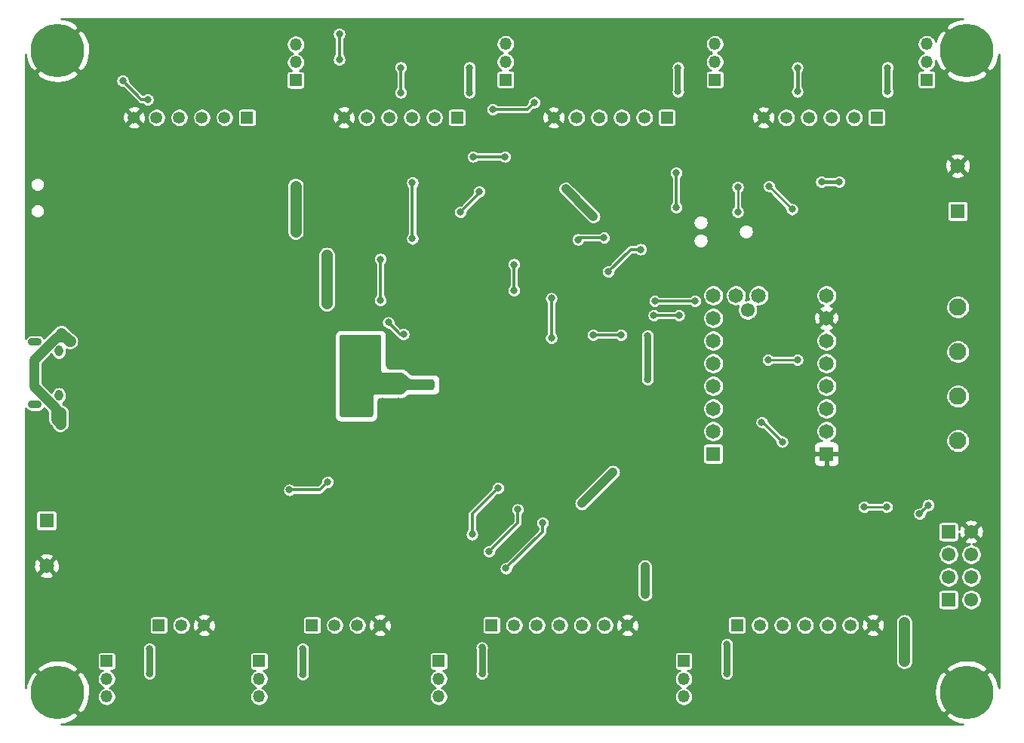
<source format=gbr>
%TF.GenerationSoftware,KiCad,Pcbnew,(5.1.10)-1*%
%TF.CreationDate,2021-08-30T20:13:54+03:00*%
%TF.ProjectId,STM32_Edge_Computing_Device,53544d33-325f-4456-9467-655f436f6d70,1.0*%
%TF.SameCoordinates,Original*%
%TF.FileFunction,Copper,L2,Bot*%
%TF.FilePolarity,Positive*%
%FSLAX46Y46*%
G04 Gerber Fmt 4.6, Leading zero omitted, Abs format (unit mm)*
G04 Created by KiCad (PCBNEW (5.1.10)-1) date 2021-08-30 20:13:54*
%MOMM*%
%LPD*%
G01*
G04 APERTURE LIST*
%TA.AperFunction,ComponentPad*%
%ADD10R,1.650000X1.650000*%
%TD*%
%TA.AperFunction,ComponentPad*%
%ADD11C,1.650000*%
%TD*%
%TA.AperFunction,ComponentPad*%
%ADD12C,0.800000*%
%TD*%
%TA.AperFunction,ComponentPad*%
%ADD13C,1.550000*%
%TD*%
%TA.AperFunction,ComponentPad*%
%ADD14R,1.550000X1.550000*%
%TD*%
%TA.AperFunction,ComponentPad*%
%ADD15R,1.350000X1.350000*%
%TD*%
%TA.AperFunction,ComponentPad*%
%ADD16C,1.350000*%
%TD*%
%TA.AperFunction,ComponentPad*%
%ADD17C,1.950000*%
%TD*%
%TA.AperFunction,ComponentPad*%
%ADD18O,0.950000X1.250000*%
%TD*%
%TA.AperFunction,ComponentPad*%
%ADD19O,1.550000X0.890000*%
%TD*%
%TA.AperFunction,ComponentPad*%
%ADD20C,6.000000*%
%TD*%
%TA.AperFunction,ComponentPad*%
%ADD21O,1.350000X1.350000*%
%TD*%
%TA.AperFunction,ViaPad*%
%ADD22C,0.800000*%
%TD*%
%TA.AperFunction,ViaPad*%
%ADD23C,0.600000*%
%TD*%
%TA.AperFunction,Conductor*%
%ADD24C,0.700000*%
%TD*%
%TA.AperFunction,Conductor*%
%ADD25C,0.750000*%
%TD*%
%TA.AperFunction,Conductor*%
%ADD26C,1.250000*%
%TD*%
%TA.AperFunction,Conductor*%
%ADD27C,1.000000*%
%TD*%
%TA.AperFunction,Conductor*%
%ADD28C,0.300000*%
%TD*%
%TA.AperFunction,Conductor*%
%ADD29C,0.400000*%
%TD*%
%TA.AperFunction,Conductor*%
%ADD30C,1.100000*%
%TD*%
%TA.AperFunction,Conductor*%
%ADD31C,0.250000*%
%TD*%
%TA.AperFunction,Conductor*%
%ADD32C,0.100000*%
%TD*%
G04 APERTURE END LIST*
D10*
%TO.P,J10,1*%
%TO.N,GND*%
X156970000Y-101050000D03*
D11*
%TO.P,J10,2*%
%TO.N,+3V3*%
X156970000Y-98510000D03*
%TO.P,J10,3*%
%TO.N,/IO Connectors/1B*%
X156970000Y-95970000D03*
%TO.P,J10,4*%
%TO.N,/IO Connectors/1A*%
X156970000Y-93430000D03*
%TO.P,J10,5*%
%TO.N,/IO Connectors/2A*%
X156970000Y-90890000D03*
%TO.P,J10,6*%
%TO.N,/IO Connectors/2B*%
X156970000Y-88350000D03*
%TO.P,J10,7*%
%TO.N,GND*%
X156970000Y-85810000D03*
%TO.P,J10,8*%
%TO.N,Vdrive*%
X156970000Y-83270000D03*
%TD*%
D12*
%TO.P,U1,6*%
%TO.N,GND*%
X90600000Y-84700000D03*
X91800000Y-84700000D03*
X93000000Y-84700000D03*
X94200000Y-84700000D03*
X95400000Y-84700000D03*
X96600000Y-84700000D03*
X90600000Y-85900000D03*
X91800000Y-85900000D03*
X93000000Y-85900000D03*
X94200000Y-85900000D03*
X95400000Y-85900000D03*
X96600000Y-85900000D03*
X90600000Y-87100000D03*
X91800000Y-87100000D03*
X93000000Y-87100000D03*
X94200000Y-87100000D03*
X95400000Y-87100000D03*
X96600000Y-87100000D03*
X90600000Y-88300000D03*
X91800000Y-88300000D03*
X93000000Y-88300000D03*
X94200000Y-88300000D03*
X95400000Y-88300000D03*
X96600000Y-88300000D03*
X90600000Y-89500000D03*
X91800000Y-89500000D03*
X93000000Y-89500000D03*
X94200000Y-89500000D03*
X95400000Y-89500000D03*
X96600000Y-89500000D03*
X90600000Y-90700000D03*
X91800000Y-90700000D03*
X93000000Y-90700000D03*
X94200000Y-90700000D03*
X95400000Y-90700000D03*
X96600000Y-90700000D03*
X89400000Y-85900000D03*
X89400000Y-90700000D03*
X89400000Y-89500000D03*
X89400000Y-88300000D03*
X89400000Y-84700000D03*
X89400000Y-87100000D03*
X97800000Y-85900000D03*
X97800000Y-90700000D03*
X97800000Y-89500000D03*
X97800000Y-88300000D03*
X97800000Y-84700000D03*
X97800000Y-87100000D03*
X90600000Y-91900000D03*
X95400000Y-91900000D03*
X94200000Y-91900000D03*
X93000000Y-91900000D03*
X89400000Y-91900000D03*
X91800000Y-91900000D03*
X97800000Y-91900000D03*
X96600000Y-91900000D03*
X99000000Y-87100000D03*
X99000000Y-84700000D03*
X99000000Y-90700000D03*
X99000000Y-85900000D03*
X99000000Y-91900000D03*
X99000000Y-88300000D03*
X99000000Y-89500000D03*
%TD*%
D11*
%TO.P,J13,2*%
%TO.N,MD_DIAG*%
X149350000Y-83270000D03*
%TO.P,J13,1*%
%TO.N,Net-(J13-Pad1)*%
X146810000Y-83270000D03*
%TD*%
D13*
%TO.P,J16,1*%
%TO.N,GND*%
X173200000Y-109800000D03*
D14*
%TO.P,J16,2*%
%TO.N,ESP_TX*%
X170660000Y-109800000D03*
D13*
%TO.P,J16,3*%
%TO.N,ESP_GPIO1*%
X173200000Y-112340000D03*
%TO.P,J16,4*%
%TO.N,Net-(C27-Pad1)*%
X170660000Y-112340000D03*
%TO.P,J16,5*%
%TO.N,ESP_GPIO0*%
X173200000Y-114880000D03*
%TO.P,J16,6*%
%TO.N,Net-(C28-Pad1)*%
X170660000Y-114880000D03*
%TO.P,J16,7*%
%TO.N,ESP_RX*%
X173200000Y-117420000D03*
D14*
%TO.P,J16,8*%
%TO.N,+3V3*%
X170660000Y-117420000D03*
%TD*%
D15*
%TO.P,J17,1*%
%TO.N,Net-(J17-Pad1)*%
X82048617Y-120280001D03*
D16*
%TO.P,J17,2*%
%TO.N,CUR_SENS*%
X84588617Y-120280001D03*
%TO.P,J17,3*%
%TO.N,GND*%
X87128617Y-120280001D03*
%TD*%
D17*
%TO.P,J9,1*%
%TO.N,/IO Connectors/1B*%
X171704000Y-99582000D03*
%TO.P,J9,2*%
%TO.N,/IO Connectors/1A*%
X171704000Y-94582000D03*
%TO.P,J9,3*%
%TO.N,/IO Connectors/2A*%
X171704000Y-89582000D03*
%TO.P,J9,4*%
%TO.N,/IO Connectors/2B*%
X171704000Y-84582000D03*
%TD*%
D15*
%TO.P,J18,1*%
%TO.N,Net-(J18-Pad1)*%
X99242220Y-120280001D03*
D16*
%TO.P,J18,2*%
%TO.N,MIC_SENS*%
X101782220Y-120280001D03*
%TO.P,J18,3*%
%TO.N,MIC_TH*%
X104322220Y-120280001D03*
%TO.P,J18,4*%
%TO.N,GND*%
X106862220Y-120280001D03*
%TD*%
D15*
%TO.P,J14,1*%
%TO.N,Net-(J14-Pad1)*%
X119380000Y-120280001D03*
D16*
%TO.P,J14,2*%
%TO.N,Net-(J14-Pad2)*%
X121920000Y-120280001D03*
%TO.P,J14,3*%
%TO.N,Net-(J14-Pad3)*%
X124460000Y-120280001D03*
%TO.P,J14,4*%
%TO.N,Net-(J14-Pad4)*%
X127000000Y-120280001D03*
%TO.P,J14,5*%
%TO.N,Net-(J14-Pad5)*%
X129540000Y-120280001D03*
%TO.P,J14,6*%
%TO.N,Net-(J14-Pad6)*%
X132080000Y-120280001D03*
%TO.P,J14,7*%
%TO.N,GND*%
X134620000Y-120280001D03*
%TD*%
D18*
%TO.P,J2,6*%
%TO.N,Net-(J2-Pad6)*%
X70850000Y-89502498D03*
X70850000Y-94502498D03*
D19*
X68150000Y-88502498D03*
X68150000Y-95502498D03*
%TD*%
D10*
%TO.P,J11,1*%
%TO.N,MD_DIR*%
X144270000Y-101050000D03*
D11*
%TO.P,J11,2*%
%TO.N,MD_STEP*%
X144270000Y-98510000D03*
%TO.P,J11,3*%
%TO.N,Net-(J11-Pad3)*%
X144270000Y-95970000D03*
%TO.P,J11,4*%
%TO.N,MD_UART*%
X144270000Y-93430000D03*
%TO.P,J11,5*%
%TO.N,Net-(J11-Pad5)*%
X144270000Y-90890000D03*
%TO.P,J11,6*%
%TO.N,MD_MS2*%
X144270000Y-88350000D03*
%TO.P,J11,7*%
%TO.N,MD_MS1*%
X144270000Y-85810000D03*
%TO.P,J11,8*%
%TO.N,MD_NEN*%
X144270000Y-83270000D03*
%TD*%
D15*
%TO.P,J15,1*%
%TO.N,Net-(J15-Pad1)*%
X146939000Y-120280001D03*
D16*
%TO.P,J15,2*%
%TO.N,Net-(J15-Pad2)*%
X149479000Y-120280001D03*
%TO.P,J15,3*%
%TO.N,Net-(J15-Pad3)*%
X152019000Y-120280001D03*
%TO.P,J15,4*%
%TO.N,Net-(J15-Pad4)*%
X154559000Y-120280001D03*
%TO.P,J15,5*%
%TO.N,Net-(J15-Pad5)*%
X157099000Y-120280001D03*
%TO.P,J15,6*%
%TO.N,Net-(J15-Pad6)*%
X159639000Y-120280001D03*
%TO.P,J15,7*%
%TO.N,GND*%
X162179000Y-120280001D03*
%TD*%
%TO.P,J5,6*%
%TO.N,GND*%
X79261609Y-63300000D03*
%TO.P,J5,5*%
%TO.N,Net-(J5-Pad5)*%
X81801609Y-63300000D03*
%TO.P,J5,4*%
%TO.N,Net-(J5-Pad4)*%
X84341609Y-63300000D03*
%TO.P,J5,3*%
%TO.N,Net-(J5-Pad3)*%
X86881609Y-63300000D03*
%TO.P,J5,2*%
%TO.N,Net-(J5-Pad2)*%
X89421609Y-63300000D03*
D15*
%TO.P,J5,1*%
%TO.N,Net-(J5-Pad1)*%
X91961609Y-63300000D03*
%TD*%
D16*
%TO.P,J6,6*%
%TO.N,GND*%
X102806202Y-63300000D03*
%TO.P,J6,5*%
%TO.N,Net-(J6-Pad5)*%
X105346202Y-63300000D03*
%TO.P,J6,4*%
%TO.N,Net-(J6-Pad4)*%
X107886202Y-63300000D03*
%TO.P,J6,3*%
%TO.N,Net-(J6-Pad3)*%
X110426202Y-63300000D03*
%TO.P,J6,2*%
%TO.N,Net-(J6-Pad2)*%
X112966202Y-63300000D03*
D15*
%TO.P,J6,1*%
%TO.N,Net-(J6-Pad1)*%
X115506202Y-63300000D03*
%TD*%
D16*
%TO.P,J7,6*%
%TO.N,GND*%
X126350795Y-63307000D03*
%TO.P,J7,5*%
%TO.N,Net-(J7-Pad5)*%
X128890795Y-63307000D03*
%TO.P,J7,4*%
%TO.N,Net-(J7-Pad4)*%
X131430795Y-63307000D03*
%TO.P,J7,3*%
%TO.N,Net-(J7-Pad3)*%
X133970795Y-63307000D03*
%TO.P,J7,2*%
%TO.N,Net-(J7-Pad2)*%
X136510795Y-63307000D03*
D15*
%TO.P,J7,1*%
%TO.N,Net-(J7-Pad1)*%
X139050795Y-63307000D03*
%TD*%
D16*
%TO.P,J8,6*%
%TO.N,GND*%
X149895388Y-63307000D03*
%TO.P,J8,5*%
%TO.N,Net-(J8-Pad5)*%
X152435388Y-63307000D03*
%TO.P,J8,4*%
%TO.N,Net-(J8-Pad4)*%
X154975388Y-63307000D03*
%TO.P,J8,3*%
%TO.N,Net-(J8-Pad3)*%
X157515388Y-63307000D03*
%TO.P,J8,2*%
%TO.N,Net-(J8-Pad2)*%
X160055388Y-63307000D03*
D15*
%TO.P,J8,1*%
%TO.N,Net-(J8-Pad1)*%
X162595388Y-63307000D03*
%TD*%
D20*
%TO.P,H4,1*%
%TO.N,GND*%
X172700000Y-127800000D03*
D12*
X174950000Y-127800000D03*
X174290990Y-129390990D03*
X172700000Y-130050000D03*
X171109010Y-129390990D03*
X170450000Y-127800000D03*
X171109010Y-126209010D03*
X172700000Y-125550000D03*
X174290990Y-126209010D03*
%TD*%
D20*
%TO.P,H3,1*%
%TO.N,GND*%
X172700000Y-55800000D03*
D12*
X174950000Y-55800000D03*
X174290990Y-57390990D03*
X172700000Y-58050000D03*
X171109010Y-57390990D03*
X170450000Y-55800000D03*
X171109010Y-54209010D03*
X172700000Y-53550000D03*
X174290990Y-54209010D03*
%TD*%
D20*
%TO.P,H2,1*%
%TO.N,GND*%
X70700000Y-127800000D03*
D12*
X72950000Y-127800000D03*
X72290990Y-129390990D03*
X70700000Y-130050000D03*
X69109010Y-129390990D03*
X68450000Y-127800000D03*
X69109010Y-126209010D03*
X70700000Y-125550000D03*
X72290990Y-126209010D03*
%TD*%
D20*
%TO.P,H1,1*%
%TO.N,GND*%
X70700000Y-55800000D03*
D12*
X72950000Y-55800000D03*
X72290990Y-57390990D03*
X70700000Y-58050000D03*
X69109010Y-57390990D03*
X68450000Y-55800000D03*
X69109010Y-54209010D03*
X70700000Y-53550000D03*
X72290990Y-54209010D03*
%TD*%
D21*
%TO.P,JP6,3*%
%TO.N,+5V*%
X140950000Y-128300000D03*
%TO.P,JP6,2*%
%TO.N,Net-(J15-Pad1)*%
X140950000Y-126300000D03*
D15*
%TO.P,JP6,1*%
%TO.N,+3V3*%
X140950000Y-124300000D03*
%TD*%
D21*
%TO.P,JP8,3*%
%TO.N,+5V*%
X93300000Y-128300000D03*
%TO.P,JP8,2*%
%TO.N,Net-(J18-Pad1)*%
X93300000Y-126300000D03*
D15*
%TO.P,JP8,1*%
%TO.N,+3V3*%
X93300000Y-124300000D03*
%TD*%
%TO.P,JP1,1*%
%TO.N,+3V3*%
X97400000Y-59100000D03*
D21*
%TO.P,JP1,2*%
%TO.N,Net-(J5-Pad1)*%
X97400000Y-57100000D03*
%TO.P,JP1,3*%
%TO.N,+5V*%
X97400000Y-55100000D03*
%TD*%
%TO.P,JP5,3*%
%TO.N,+5V*%
X113450000Y-128300000D03*
%TO.P,JP5,2*%
%TO.N,Net-(J14-Pad1)*%
X113450000Y-126300000D03*
D15*
%TO.P,JP5,1*%
%TO.N,+3V3*%
X113450000Y-124300000D03*
%TD*%
%TO.P,JP2,1*%
%TO.N,+3V3*%
X120950000Y-59050000D03*
D21*
%TO.P,JP2,2*%
%TO.N,Net-(J6-Pad1)*%
X120950000Y-57050000D03*
%TO.P,JP2,3*%
%TO.N,+5V*%
X120950000Y-55050000D03*
%TD*%
%TO.P,JP7,3*%
%TO.N,+5V*%
X76200000Y-128300000D03*
%TO.P,JP7,2*%
%TO.N,Net-(J17-Pad1)*%
X76200000Y-126300000D03*
D15*
%TO.P,JP7,1*%
%TO.N,+3V3*%
X76200000Y-124300000D03*
%TD*%
%TO.P,JP3,1*%
%TO.N,+3V3*%
X144450000Y-59050000D03*
D21*
%TO.P,JP3,2*%
%TO.N,Net-(J7-Pad1)*%
X144450000Y-57050000D03*
%TO.P,JP3,3*%
%TO.N,+5V*%
X144450000Y-55050000D03*
%TD*%
D15*
%TO.P,JP4,1*%
%TO.N,+3V3*%
X168200000Y-59050000D03*
D21*
%TO.P,JP4,2*%
%TO.N,Net-(J8-Pad1)*%
X168200000Y-57050000D03*
%TO.P,JP4,3*%
%TO.N,+5V*%
X168200000Y-55050000D03*
%TD*%
D13*
%TO.P,J12,1*%
%TO.N,MD_INDEX*%
X148130000Y-84916720D03*
%TD*%
D10*
%TO.P,J3,1*%
%TO.N,Net-(F2-Pad1)*%
X171700000Y-73800000D03*
D11*
%TO.P,J3,2*%
%TO.N,GND*%
X171700000Y-68720000D03*
%TD*%
D10*
%TO.P,J1,1*%
%TO.N,Net-(D2-Pad2)*%
X69450000Y-108550000D03*
D11*
%TO.P,J1,2*%
%TO.N,GND*%
X69450000Y-113630000D03*
%TD*%
D22*
%TO.N,GND*%
X121510751Y-104610751D03*
X133700000Y-97700000D03*
X167500000Y-115600000D03*
X167500000Y-112400000D03*
X146700000Y-99500000D03*
X144100000Y-74600000D03*
X83000000Y-78700000D03*
X70200000Y-71000000D03*
X69400000Y-115500000D03*
X69400000Y-116700000D03*
X68300000Y-115500000D03*
X70600000Y-115500000D03*
X70600000Y-116700000D03*
X68300000Y-116700000D03*
X108949970Y-83149970D03*
X108950000Y-89149978D03*
X106349976Y-89300000D03*
X106549977Y-91149971D03*
X102850022Y-93450000D03*
X103049998Y-95300000D03*
X107200008Y-95150000D03*
X108949994Y-95150000D03*
X102551600Y-99050000D03*
X107200000Y-105850012D03*
X116500000Y-104550000D03*
X135375000Y-93825002D03*
X137549996Y-81050004D03*
X72390000Y-93010000D03*
X93600000Y-103800000D03*
X93600000Y-102700000D03*
X93600000Y-101600000D03*
X94800000Y-101600000D03*
X94800000Y-102700000D03*
X94800000Y-103800000D03*
X170600000Y-67000000D03*
X171700000Y-67000000D03*
X172800000Y-67000000D03*
X170600000Y-65900000D03*
X171700000Y-65900000D03*
X172800000Y-65900000D03*
X155250000Y-84750000D03*
X155250000Y-85750000D03*
X155250000Y-86750000D03*
X158500000Y-86400000D03*
X158500000Y-85200000D03*
D23*
X87800000Y-94500000D03*
X81900000Y-106000000D03*
X94200000Y-110100000D03*
X90000000Y-116500000D03*
X72250000Y-118450000D03*
X68250000Y-118450000D03*
X83600000Y-126000000D03*
X81000000Y-130000000D03*
X88000000Y-130000000D03*
X99000000Y-130000000D03*
X108100000Y-130000000D03*
X102900000Y-126000000D03*
X108100000Y-126000000D03*
X83600000Y-122000000D03*
X77000000Y-112300000D03*
X102700000Y-110000000D03*
X99000000Y-116500000D03*
X107000000Y-116500000D03*
X108100000Y-122250000D03*
X113500000Y-116500000D03*
X119500000Y-116500000D03*
X116000000Y-122000000D03*
X116000000Y-130000000D03*
X126000000Y-130000000D03*
X135500000Y-130000000D03*
X126000000Y-126000000D03*
X135500000Y-126000000D03*
X126000000Y-122000000D03*
X135500000Y-122000000D03*
X144750000Y-118250000D03*
X148500000Y-126250000D03*
X158000000Y-126250000D03*
X168000000Y-126250000D03*
X174000000Y-123000000D03*
X168000000Y-120000000D03*
X175250000Y-104500000D03*
X165250000Y-104500000D03*
X159321500Y-108966000D03*
X147500000Y-115000000D03*
X153416000Y-104394000D03*
X159321500Y-104500000D03*
X155400000Y-73600000D03*
X151000000Y-75000000D03*
X134200000Y-73500000D03*
X124600000Y-73500000D03*
X121000000Y-73500000D03*
X125000000Y-65500000D03*
X121000000Y-65500000D03*
X117250000Y-70000000D03*
X101000000Y-76700000D03*
X105000000Y-78000000D03*
X105000000Y-85000000D03*
X90100000Y-77100000D03*
X96200000Y-77100000D03*
X86400000Y-76500000D03*
X83200000Y-83400000D03*
X83200000Y-87100000D03*
X73000000Y-85500000D03*
X68250000Y-85500000D03*
X72950000Y-70000000D03*
X72950000Y-64500000D03*
X82000000Y-53150000D03*
X85900000Y-57200000D03*
X91250000Y-57200000D03*
X93500000Y-61500000D03*
X104000000Y-60500000D03*
X101000000Y-71000000D03*
X101000000Y-66750000D03*
X94800000Y-71000000D03*
X94700000Y-66700000D03*
X113000000Y-57000000D03*
X117250000Y-53150000D03*
X109000000Y-53150000D03*
X90000000Y-53150000D03*
X99300000Y-53150000D03*
X75750000Y-53150000D03*
X75700000Y-57200000D03*
X68000000Y-60500000D03*
X72950000Y-60500000D03*
X68000000Y-64500000D03*
X125000000Y-53150000D03*
X133000000Y-53150000D03*
X141000000Y-53150000D03*
X147750000Y-53150000D03*
X158750000Y-53150000D03*
X165000000Y-53150000D03*
X169750000Y-53150000D03*
X158750000Y-57000000D03*
X158750000Y-60500000D03*
X166100000Y-60500000D03*
X147750000Y-60500000D03*
X147750000Y-65450000D03*
X147750000Y-69500000D03*
X142750000Y-69500000D03*
X142750000Y-60500000D03*
X133000000Y-57000000D03*
X125000000Y-57000000D03*
X125000000Y-60500000D03*
X133000000Y-60500000D03*
X147750000Y-57000000D03*
X152500000Y-57000000D03*
X159100000Y-71900000D03*
X105400000Y-103600000D03*
X111700000Y-104100000D03*
X135000000Y-103250000D03*
X142000000Y-89000000D03*
X142000000Y-91750000D03*
X135250000Y-86750000D03*
X117200000Y-65500000D03*
X83250000Y-65500000D03*
X85750000Y-65500000D03*
X88500000Y-65500000D03*
X91250000Y-65500000D03*
X80750000Y-65500000D03*
X112200000Y-107300000D03*
X102900000Y-122250000D03*
X168000000Y-130000000D03*
X158000000Y-130000000D03*
X148500000Y-130000000D03*
X72000000Y-112300000D03*
X73200000Y-105250000D03*
X68200000Y-98200000D03*
X75700000Y-98200000D03*
X68200000Y-80000000D03*
X72950000Y-80000000D03*
X109500000Y-79000000D03*
X152500000Y-53150000D03*
X143400000Y-122900000D03*
X170250000Y-104500000D03*
X175250000Y-100000000D03*
X113500000Y-98000000D03*
X121500000Y-98000000D03*
X129500000Y-98000000D03*
X117650000Y-91650000D03*
X117000000Y-83000000D03*
X124100000Y-83400000D03*
X129500000Y-91700000D03*
X129000000Y-83000000D03*
X128500000Y-87900000D03*
X80000000Y-79250000D03*
X110400000Y-101700000D03*
X104000000Y-65500000D03*
X106500000Y-65500000D03*
X109000000Y-65500000D03*
X112000000Y-65500000D03*
X124400000Y-107000000D03*
X162400000Y-81600000D03*
X175250000Y-59300000D03*
X170000000Y-59300000D03*
X168000000Y-81600000D03*
X171500000Y-81600000D03*
X175250000Y-81600000D03*
X175250000Y-77000000D03*
X175250000Y-71500000D03*
X175250000Y-67000000D03*
X175250000Y-63500000D03*
X170000000Y-63500000D03*
X68250000Y-123750000D03*
X72250000Y-123750000D03*
X175250000Y-95500000D03*
X175250000Y-91000000D03*
X175250000Y-86500000D03*
X142750000Y-65450000D03*
X91500000Y-122000000D03*
X91500000Y-126000000D03*
X113500000Y-87000000D03*
X121500000Y-87900000D03*
X135300000Y-84400000D03*
X147250000Y-86750000D03*
X150750000Y-115000000D03*
X153250000Y-115000000D03*
X155750000Y-115000000D03*
X158250000Y-115000000D03*
D22*
X127400000Y-105500000D03*
D23*
X154200000Y-80900000D03*
D22*
X113900000Y-75900000D03*
X120900000Y-75900000D03*
X124500000Y-78150001D03*
X131050002Y-79950000D03*
X108950000Y-98979020D03*
D23*
X99300000Y-57200000D03*
X164400000Y-71100000D03*
X165600000Y-71100000D03*
X166800000Y-71100000D03*
X168000000Y-71100000D03*
X169200000Y-71100000D03*
X164400000Y-72300000D03*
X165600000Y-72300000D03*
X166800000Y-72300000D03*
X168000000Y-72300000D03*
X169200000Y-72300000D03*
X164400000Y-73500000D03*
X165600000Y-73500000D03*
X166800000Y-73500000D03*
X168000000Y-73500000D03*
X169200000Y-73500000D03*
X164400000Y-74700000D03*
X165600000Y-74700000D03*
X166800000Y-74700000D03*
X168000000Y-74700000D03*
X169200000Y-74700000D03*
X163600000Y-81600000D03*
X164800000Y-81600000D03*
X162400000Y-82800000D03*
X163600000Y-82800000D03*
X164800000Y-82800000D03*
X162400000Y-84000000D03*
X163600000Y-84000000D03*
X164800000Y-84000000D03*
X162400000Y-85200000D03*
X163600000Y-85200000D03*
X164800000Y-85200000D03*
X161200000Y-85200000D03*
X160000000Y-85200000D03*
X160000000Y-86400000D03*
X161200000Y-86400000D03*
X163600000Y-86400000D03*
X162400000Y-86400000D03*
X161200000Y-84000000D03*
X166000000Y-82800000D03*
X166000000Y-81600000D03*
X163200000Y-72300000D03*
X163200000Y-73500000D03*
X163200000Y-74700000D03*
X163200000Y-71100000D03*
X74390000Y-89930000D03*
D22*
X73490000Y-93010000D03*
X72390000Y-94110000D03*
X73490000Y-94110000D03*
X74590000Y-94110000D03*
D23*
X102700000Y-89400000D03*
X102700000Y-90700000D03*
X102700000Y-91900000D03*
X102700000Y-96600000D03*
X104100000Y-96600000D03*
X105400000Y-88000000D03*
X104100000Y-88000000D03*
X105400000Y-96600000D03*
X102700000Y-88000000D03*
X106500000Y-88000000D03*
X102700000Y-102900000D03*
D22*
X77150002Y-94000000D03*
D23*
X85900000Y-91500000D03*
X83700000Y-94500000D03*
D22*
X112400000Y-93300000D03*
D23*
X68250000Y-105250000D03*
X81900000Y-102500000D03*
D22*
X82900000Y-112600000D03*
D23*
X85900000Y-97400000D03*
X89500000Y-106100000D03*
X86600000Y-112400000D03*
X89000000Y-73000000D03*
X83000000Y-73000000D03*
X86400000Y-73000000D03*
X127500000Y-65500000D03*
X130200000Y-65500000D03*
X132700000Y-65500000D03*
X135400000Y-65500000D03*
D22*
X75900000Y-77600000D03*
D23*
X168200000Y-109550000D03*
X163800000Y-109900000D03*
X162000000Y-71100000D03*
X162000000Y-72300000D03*
X162000000Y-73500000D03*
X169200000Y-75900000D03*
X168000000Y-75900000D03*
X166800000Y-75900000D03*
X165600000Y-69900000D03*
X165600000Y-68700000D03*
X164400000Y-69900000D03*
X166800000Y-69900000D03*
X168000000Y-68700000D03*
X168000000Y-69900000D03*
X166800000Y-68700000D03*
X169200000Y-68700000D03*
X169200000Y-69900000D03*
X164400000Y-68700000D03*
D22*
%TO.N,+3V3*%
X165700000Y-124300000D03*
X97400000Y-76100000D03*
X136900000Y-87800000D03*
X136900000Y-92700000D03*
X129500000Y-106600000D03*
X100900000Y-84150002D03*
X100900000Y-78750000D03*
X165710757Y-119989245D03*
X97400000Y-71000004D03*
X133000000Y-103100000D03*
X136650000Y-116800000D03*
X136600000Y-113699998D03*
X80800000Y-61299992D03*
X130799996Y-74400000D03*
X127700000Y-71300002D03*
X78000000Y-59200002D03*
%TO.N,NRST*%
X156400002Y-70500000D03*
X158400002Y-70500000D03*
X137600000Y-85500000D03*
X140400000Y-85500000D03*
X153700000Y-57700000D03*
X153700000Y-60400000D03*
X130800000Y-87700000D03*
X133900000Y-87700000D03*
%TO.N,+5V*%
X71000000Y-96400000D03*
X72100001Y-88400000D03*
X71100000Y-87500000D03*
X71000000Y-97700000D03*
%TO.N,Net-(J6-Pad1)*%
X116900000Y-57700000D03*
X116900000Y-60500008D03*
%TO.N,Net-(J7-Pad1)*%
X140299996Y-57700000D03*
X140300000Y-60400000D03*
%TO.N,Net-(J8-Pad1)*%
X163800004Y-57700000D03*
X163800000Y-60400000D03*
%TO.N,MD_UART*%
X137700000Y-83900000D03*
X142200000Y-83900000D03*
%TO.N,MD_INDEX*%
X149700002Y-97500000D03*
X152000000Y-99700000D03*
%TO.N,MD_DIAG*%
X153700000Y-90499996D03*
X150400000Y-90500000D03*
%TO.N,Net-(J14-Pad1)*%
X118300000Y-122800000D03*
X118300000Y-125700000D03*
%TO.N,Net-(J15-Pad1)*%
X145800000Y-122400000D03*
X145800000Y-125700000D03*
%TO.N,ESP_TX*%
X163700004Y-106999990D03*
X161200000Y-107000000D03*
%TO.N,CUR_SENS*%
X101000000Y-104200000D03*
X96700000Y-105100000D03*
%TO.N,Net-(J17-Pad1)*%
X81000000Y-125700000D03*
X81000000Y-122900000D03*
%TO.N,Net-(J18-Pad1)*%
X98200000Y-122900000D03*
X98200000Y-125800000D03*
%TO.N,I2C2_SDA*%
X106900000Y-83800000D03*
X106900000Y-79200000D03*
X110500004Y-76900000D03*
X110500000Y-70600000D03*
X107800004Y-86300000D03*
X109500000Y-87600000D03*
%TO.N,I2C2_SCL*%
X121899996Y-79800000D03*
X121900000Y-82700000D03*
X117300000Y-67700000D03*
X120900000Y-67700000D03*
X126100000Y-88050000D03*
X126100000Y-83600000D03*
%TO.N,I2C3_SDA*%
X147000000Y-73900000D03*
X147000000Y-71100000D03*
%TO.N,I2C3_SCL*%
X153100000Y-73600000D03*
X150500000Y-71000008D03*
%TO.N,LED_R*%
X120100000Y-104900000D03*
X117200000Y-110100000D03*
%TO.N,LED_G*%
X122300000Y-107300000D03*
X119099998Y-112000000D03*
%TO.N,LED_B*%
X125100000Y-108800000D03*
X121000000Y-113903719D03*
%TO.N,BOOT0*%
X102300000Y-53900000D03*
X115900000Y-73900000D03*
X102299998Y-56800000D03*
X109200000Y-57700000D03*
X109200000Y-60500000D03*
X118000002Y-71600000D03*
%TO.N,SWDIO*%
X136099994Y-78100002D03*
X132500000Y-80600006D03*
%TO.N,SWCLK*%
X131999998Y-76800000D03*
X129099998Y-77000000D03*
%TO.N,SWO*%
X140099992Y-69500000D03*
X140100000Y-73400006D03*
X119500000Y-62400000D03*
X124200000Y-61600000D03*
%TO.N,ESP_EN*%
X167400000Y-107800000D03*
X168400002Y-106800000D03*
%TD*%
D24*
%TO.N,+3V3*%
X165710751Y-124322249D02*
X165700000Y-124311498D01*
X165700000Y-124311498D02*
X165700000Y-124300000D01*
D25*
X136900000Y-87800000D02*
X136900000Y-92700000D01*
D26*
X100900000Y-79600000D02*
X100900000Y-79600000D01*
X100900000Y-84150002D02*
X100900000Y-78750000D01*
X165700000Y-124300000D02*
X165700000Y-120000002D01*
X165700000Y-120000002D02*
X165710757Y-119989245D01*
X97400000Y-76100000D02*
X97400000Y-71000004D01*
D27*
X129500000Y-106600000D02*
X133000000Y-103100000D01*
X136600000Y-116750000D02*
X136650000Y-116800000D01*
X136600000Y-113699998D02*
X136600000Y-116750000D01*
X130799996Y-74400000D02*
X130399997Y-73999999D01*
X130399997Y-73999999D02*
X127700000Y-71300002D01*
D28*
X78000002Y-59200002D02*
X78000000Y-59200002D01*
X80099992Y-61299992D02*
X78000002Y-59200002D01*
X80800000Y-61299992D02*
X80099992Y-61299992D01*
D29*
%TO.N,NRST*%
X156400002Y-70500000D02*
X158400002Y-70500000D01*
D28*
X137600000Y-85500000D02*
X140400000Y-85500000D01*
D29*
X153700000Y-57700000D02*
X153700000Y-60400000D01*
D28*
X130800000Y-87700000D02*
X133900000Y-87700000D01*
D30*
%TO.N,+5V*%
X71000000Y-96400000D02*
X71000000Y-96400000D01*
X71000000Y-96400000D02*
X70968314Y-96400000D01*
X70400000Y-95831686D02*
X70384157Y-95815843D01*
X70968314Y-96400000D02*
X70384157Y-95815843D01*
X70500000Y-95931686D02*
X70384157Y-95815843D01*
X70372822Y-88200488D02*
X71073310Y-87500000D01*
X71073310Y-87500000D02*
X71100000Y-87500000D01*
X70573309Y-88000001D02*
X70372822Y-88200488D01*
X71700002Y-88000001D02*
X70573309Y-88000001D01*
X72100001Y-88400000D02*
X71700002Y-88000001D01*
D26*
X72000000Y-88400000D02*
X71100000Y-87500000D01*
X72100001Y-88400000D02*
X72000000Y-88400000D01*
D30*
X70500000Y-97200000D02*
X70500000Y-95931686D01*
X71000000Y-97700000D02*
X70500000Y-97200000D01*
D26*
X71000000Y-97700000D02*
X71000000Y-96400000D01*
D30*
X70384157Y-95815843D02*
X68068314Y-93500000D01*
X68068314Y-93500000D02*
X68068314Y-90504996D01*
X68068314Y-90504996D02*
X70372822Y-88200488D01*
D24*
%TO.N,Net-(J6-Pad1)*%
X116900000Y-57700000D02*
X116900000Y-60500008D01*
%TO.N,Net-(J7-Pad1)*%
X140299996Y-60399996D02*
X140300000Y-60400000D01*
X140299996Y-57700000D02*
X140299996Y-60399996D01*
%TO.N,Net-(J8-Pad1)*%
X163800004Y-57700000D02*
X163800004Y-60399996D01*
X163800004Y-60399996D02*
X163800000Y-60400000D01*
D28*
%TO.N,MD_UART*%
X142000000Y-83900000D02*
X142200000Y-83900000D01*
X137700000Y-83900000D02*
X142000000Y-83900000D01*
D31*
%TO.N,MD_INDEX*%
X149800000Y-97500000D02*
X149700002Y-97500000D01*
X152000000Y-99700000D02*
X149800000Y-97500000D01*
%TO.N,MD_DIAG*%
X150400004Y-90499996D02*
X150400000Y-90500000D01*
X153700000Y-90499996D02*
X150400004Y-90499996D01*
D25*
%TO.N,Net-(J14-Pad1)*%
X118300000Y-122800000D02*
X118300000Y-125700000D01*
%TO.N,Net-(J15-Pad1)*%
X145800000Y-122400000D02*
X145800000Y-125500000D01*
X145800000Y-125500000D02*
X145800000Y-125700000D01*
D31*
%TO.N,ESP_TX*%
X161200010Y-106999990D02*
X161200000Y-107000000D01*
X163700004Y-106999990D02*
X161200010Y-106999990D01*
D28*
%TO.N,CUR_SENS*%
X101000000Y-104200000D02*
X100100000Y-105100000D01*
X100100000Y-105100000D02*
X96700000Y-105100000D01*
D25*
%TO.N,Net-(J17-Pad1)*%
X81000000Y-125700000D02*
X81000000Y-122900000D01*
%TO.N,Net-(J18-Pad1)*%
X98200000Y-125500000D02*
X98200000Y-125800000D01*
X98200000Y-122900000D02*
X98200000Y-125500000D01*
D28*
%TO.N,I2C2_SDA*%
X106900000Y-83234315D02*
X106900000Y-79200000D01*
X106900000Y-83800000D02*
X106900000Y-83234315D01*
X110500004Y-76900000D02*
X110500004Y-70600004D01*
X110500004Y-70600004D02*
X110500000Y-70600000D01*
X109100004Y-87600000D02*
X109500000Y-87600000D01*
X107800004Y-86300000D02*
X109100004Y-87600000D01*
%TO.N,I2C2_SCL*%
X121899996Y-82699996D02*
X121900000Y-82700000D01*
X121899996Y-79800000D02*
X121899996Y-82699996D01*
X117300000Y-67700000D02*
X120900000Y-67700000D01*
X126100000Y-88050000D02*
X126100000Y-83600000D01*
D31*
%TO.N,I2C3_SDA*%
X147000000Y-73900000D02*
X147000000Y-71100000D01*
%TO.N,I2C3_SCL*%
X153100000Y-73600000D02*
X150500008Y-71000008D01*
X150500008Y-71000008D02*
X150500000Y-71000008D01*
D28*
%TO.N,LED_R*%
X120100000Y-104900000D02*
X117200000Y-107800000D01*
X117200000Y-107800000D02*
X117200000Y-110100000D01*
%TO.N,LED_G*%
X122300000Y-107300000D02*
X122300000Y-108799998D01*
X122300000Y-108799998D02*
X119099998Y-112000000D01*
%TO.N,LED_B*%
X125100000Y-109803719D02*
X121000000Y-113903719D01*
X125100000Y-108800000D02*
X125100000Y-109803719D01*
%TO.N,BOOT0*%
X115900000Y-73943558D02*
X115900000Y-73900000D01*
X102300000Y-53900000D02*
X102300000Y-56799998D01*
X102300000Y-56799998D02*
X102299998Y-56800000D01*
X109200000Y-57700000D02*
X109200000Y-60500000D01*
X115900000Y-73900000D02*
X118000002Y-71799998D01*
X118000002Y-71799998D02*
X118000002Y-71600000D01*
%TO.N,SWDIO*%
X135000004Y-78100002D02*
X132500000Y-80600006D01*
X136099994Y-78100002D02*
X135000004Y-78100002D01*
%TO.N,SWCLK*%
X129299998Y-76800000D02*
X129099998Y-77000000D01*
X131999998Y-76800000D02*
X129299998Y-76800000D01*
%TO.N,SWO*%
X140099992Y-73399998D02*
X140100000Y-73400006D01*
X140099992Y-69500000D02*
X140099992Y-73399998D01*
X119500000Y-62400000D02*
X123400000Y-62400000D01*
X123400000Y-62400000D02*
X124200000Y-61600000D01*
%TO.N,ESP_EN*%
X168000003Y-107199999D02*
X168400002Y-106800000D01*
X167400000Y-107800000D02*
X168000003Y-107199999D01*
%TD*%
%TO.N,GND*%
X106756278Y-87864133D02*
X106803988Y-87896012D01*
X106835867Y-87943722D01*
X106850000Y-88014774D01*
X106850000Y-91700000D01*
X106852882Y-91729263D01*
X106875718Y-91844068D01*
X106884254Y-91872207D01*
X106898116Y-91898141D01*
X106963148Y-91995468D01*
X106981802Y-92018198D01*
X107004532Y-92036852D01*
X107101859Y-92101884D01*
X107127792Y-92115746D01*
X107155932Y-92124282D01*
X107270737Y-92147118D01*
X107300000Y-92150000D01*
X109317632Y-92150000D01*
X109385771Y-92162944D01*
X109444425Y-92199979D01*
X110011205Y-92728975D01*
X110033470Y-92746151D01*
X110128155Y-92805935D01*
X110154438Y-92819121D01*
X110180243Y-92826465D01*
X110290254Y-92847364D01*
X110318249Y-92850000D01*
X112635226Y-92850000D01*
X112706278Y-92864133D01*
X112753988Y-92896012D01*
X112785867Y-92943722D01*
X112800000Y-93014774D01*
X112800000Y-93585226D01*
X112785867Y-93656278D01*
X112753988Y-93703988D01*
X112706278Y-93735867D01*
X112635226Y-93750000D01*
X109984720Y-93750000D01*
X109953299Y-93753328D01*
X109830402Y-93779656D01*
X109802391Y-93788604D01*
X109773074Y-93805400D01*
X109671748Y-93879763D01*
X109648386Y-93901036D01*
X109437946Y-94137781D01*
X109375334Y-94183731D01*
X109299394Y-94200000D01*
X106400000Y-94200000D01*
X106370737Y-94202882D01*
X106255932Y-94225718D01*
X106227793Y-94234254D01*
X106201859Y-94248116D01*
X106104532Y-94313148D01*
X106081802Y-94331802D01*
X106063148Y-94354532D01*
X105998116Y-94451859D01*
X105984254Y-94477792D01*
X105975718Y-94505932D01*
X105952882Y-94620737D01*
X105950000Y-94650000D01*
X105950000Y-96635226D01*
X105935867Y-96706278D01*
X105903988Y-96753988D01*
X105856278Y-96785867D01*
X105785226Y-96800000D01*
X102688940Y-96800000D01*
X102618000Y-96785914D01*
X102570336Y-96754136D01*
X102538428Y-96706556D01*
X102524150Y-96635655D01*
X102500852Y-88015210D01*
X102514842Y-87943999D01*
X102546690Y-87896160D01*
X102594445Y-87864181D01*
X102665613Y-87850000D01*
X106685226Y-87850000D01*
X106756278Y-87864133D01*
%TA.AperFunction,Conductor*%
D32*
G36*
X106756278Y-87864133D02*
G01*
X106803988Y-87896012D01*
X106835867Y-87943722D01*
X106850000Y-88014774D01*
X106850000Y-91700000D01*
X106852882Y-91729263D01*
X106875718Y-91844068D01*
X106884254Y-91872207D01*
X106898116Y-91898141D01*
X106963148Y-91995468D01*
X106981802Y-92018198D01*
X107004532Y-92036852D01*
X107101859Y-92101884D01*
X107127792Y-92115746D01*
X107155932Y-92124282D01*
X107270737Y-92147118D01*
X107300000Y-92150000D01*
X109317632Y-92150000D01*
X109385771Y-92162944D01*
X109444425Y-92199979D01*
X110011205Y-92728975D01*
X110033470Y-92746151D01*
X110128155Y-92805935D01*
X110154438Y-92819121D01*
X110180243Y-92826465D01*
X110290254Y-92847364D01*
X110318249Y-92850000D01*
X112635226Y-92850000D01*
X112706278Y-92864133D01*
X112753988Y-92896012D01*
X112785867Y-92943722D01*
X112800000Y-93014774D01*
X112800000Y-93585226D01*
X112785867Y-93656278D01*
X112753988Y-93703988D01*
X112706278Y-93735867D01*
X112635226Y-93750000D01*
X109984720Y-93750000D01*
X109953299Y-93753328D01*
X109830402Y-93779656D01*
X109802391Y-93788604D01*
X109773074Y-93805400D01*
X109671748Y-93879763D01*
X109648386Y-93901036D01*
X109437946Y-94137781D01*
X109375334Y-94183731D01*
X109299394Y-94200000D01*
X106400000Y-94200000D01*
X106370737Y-94202882D01*
X106255932Y-94225718D01*
X106227793Y-94234254D01*
X106201859Y-94248116D01*
X106104532Y-94313148D01*
X106081802Y-94331802D01*
X106063148Y-94354532D01*
X105998116Y-94451859D01*
X105984254Y-94477792D01*
X105975718Y-94505932D01*
X105952882Y-94620737D01*
X105950000Y-94650000D01*
X105950000Y-96635226D01*
X105935867Y-96706278D01*
X105903988Y-96753988D01*
X105856278Y-96785867D01*
X105785226Y-96800000D01*
X102688940Y-96800000D01*
X102618000Y-96785914D01*
X102570336Y-96754136D01*
X102538428Y-96706556D01*
X102524150Y-96635655D01*
X102500852Y-88015210D01*
X102514842Y-87943999D01*
X102546690Y-87896160D01*
X102594445Y-87864181D01*
X102665613Y-87850000D01*
X106685226Y-87850000D01*
X106756278Y-87864133D01*
G37*
%TD.AperFunction*%
%TD*%
D31*
%TO.N,GND*%
X172007057Y-52223980D02*
X171322724Y-52427878D01*
X170691320Y-52761366D01*
X170661357Y-52781386D01*
X170324794Y-53248018D01*
X172700000Y-55623223D01*
X172714142Y-55609081D01*
X172890919Y-55785858D01*
X172876777Y-55800000D01*
X175251982Y-58175206D01*
X175718614Y-57838643D01*
X176058332Y-57210569D01*
X176268990Y-56528287D01*
X176300000Y-56228637D01*
X176300001Y-127363542D01*
X176276020Y-127107057D01*
X176072122Y-126422724D01*
X175738634Y-125791320D01*
X175718614Y-125761357D01*
X175251982Y-125424794D01*
X172876777Y-127800000D01*
X172890919Y-127814142D01*
X172714142Y-127990919D01*
X172700000Y-127976777D01*
X170324794Y-130351982D01*
X170661357Y-130818614D01*
X171289431Y-131158332D01*
X171971713Y-131368990D01*
X172271363Y-131400000D01*
X71136469Y-131400000D01*
X71392943Y-131376020D01*
X72077276Y-131172122D01*
X72708680Y-130838634D01*
X72738643Y-130818614D01*
X73075206Y-130351982D01*
X70700000Y-127976777D01*
X70685858Y-127990919D01*
X70509081Y-127814142D01*
X70523223Y-127800000D01*
X70876777Y-127800000D01*
X73251982Y-130175206D01*
X73718614Y-129838643D01*
X74058332Y-129210569D01*
X74268990Y-128528287D01*
X74342494Y-127818018D01*
X74276020Y-127107057D01*
X74072122Y-126422724D01*
X73738634Y-125791320D01*
X73718614Y-125761357D01*
X73251982Y-125424794D01*
X70876777Y-127800000D01*
X70523223Y-127800000D01*
X68148018Y-125424794D01*
X67681386Y-125761357D01*
X67341668Y-126389431D01*
X67131010Y-127071713D01*
X67100000Y-127371363D01*
X67100000Y-125248018D01*
X68324794Y-125248018D01*
X70700000Y-127623223D01*
X73075206Y-125248018D01*
X72738643Y-124781386D01*
X72110569Y-124441668D01*
X71428287Y-124231010D01*
X70718018Y-124157506D01*
X70007057Y-124223980D01*
X69322724Y-124427878D01*
X68691320Y-124761366D01*
X68661357Y-124781386D01*
X68324794Y-125248018D01*
X67100000Y-125248018D01*
X67100000Y-123625000D01*
X75148186Y-123625000D01*
X75148186Y-124975000D01*
X75155426Y-125048513D01*
X75176869Y-125119200D01*
X75211691Y-125184347D01*
X75258552Y-125241448D01*
X75315653Y-125288309D01*
X75380800Y-125323131D01*
X75451487Y-125344574D01*
X75525000Y-125351814D01*
X75745340Y-125351814D01*
X75702638Y-125369502D01*
X75530664Y-125484411D01*
X75384411Y-125630664D01*
X75269502Y-125802638D01*
X75190350Y-125993726D01*
X75150000Y-126196584D01*
X75150000Y-126403416D01*
X75190350Y-126606274D01*
X75269502Y-126797362D01*
X75384411Y-126969336D01*
X75530664Y-127115589D01*
X75702638Y-127230498D01*
X75870429Y-127300000D01*
X75702638Y-127369502D01*
X75530664Y-127484411D01*
X75384411Y-127630664D01*
X75269502Y-127802638D01*
X75190350Y-127993726D01*
X75150000Y-128196584D01*
X75150000Y-128403416D01*
X75190350Y-128606274D01*
X75269502Y-128797362D01*
X75384411Y-128969336D01*
X75530664Y-129115589D01*
X75702638Y-129230498D01*
X75893726Y-129309650D01*
X76096584Y-129350000D01*
X76303416Y-129350000D01*
X76506274Y-129309650D01*
X76697362Y-129230498D01*
X76869336Y-129115589D01*
X77015589Y-128969336D01*
X77130498Y-128797362D01*
X77209650Y-128606274D01*
X77250000Y-128403416D01*
X77250000Y-128196584D01*
X77209650Y-127993726D01*
X77130498Y-127802638D01*
X77015589Y-127630664D01*
X76869336Y-127484411D01*
X76697362Y-127369502D01*
X76529571Y-127300000D01*
X76697362Y-127230498D01*
X76869336Y-127115589D01*
X77015589Y-126969336D01*
X77130498Y-126797362D01*
X77209650Y-126606274D01*
X77250000Y-126403416D01*
X77250000Y-126196584D01*
X77209650Y-125993726D01*
X77130498Y-125802638D01*
X77015589Y-125630664D01*
X76869336Y-125484411D01*
X76697362Y-125369502D01*
X76654660Y-125351814D01*
X76875000Y-125351814D01*
X76948513Y-125344574D01*
X77019200Y-125323131D01*
X77084347Y-125288309D01*
X77141448Y-125241448D01*
X77188309Y-125184347D01*
X77223131Y-125119200D01*
X77244574Y-125048513D01*
X77251814Y-124975000D01*
X77251814Y-123625000D01*
X77244574Y-123551487D01*
X77223131Y-123480800D01*
X77188309Y-123415653D01*
X77141448Y-123358552D01*
X77084347Y-123311691D01*
X77019200Y-123276869D01*
X76948513Y-123255426D01*
X76875000Y-123248186D01*
X75525000Y-123248186D01*
X75451487Y-123255426D01*
X75380800Y-123276869D01*
X75315653Y-123311691D01*
X75258552Y-123358552D01*
X75211691Y-123415653D01*
X75176869Y-123480800D01*
X75155426Y-123551487D01*
X75148186Y-123625000D01*
X67100000Y-123625000D01*
X67100000Y-122823669D01*
X80225000Y-122823669D01*
X80225000Y-122976331D01*
X80250001Y-123102018D01*
X80250000Y-125497986D01*
X80225000Y-125623669D01*
X80225000Y-125776331D01*
X80254783Y-125926059D01*
X80313204Y-126067100D01*
X80398018Y-126194034D01*
X80505966Y-126301982D01*
X80632900Y-126386796D01*
X80773941Y-126445217D01*
X80923669Y-126475000D01*
X81076331Y-126475000D01*
X81226059Y-126445217D01*
X81367100Y-126386796D01*
X81494034Y-126301982D01*
X81601982Y-126194034D01*
X81686796Y-126067100D01*
X81745217Y-125926059D01*
X81775000Y-125776331D01*
X81775000Y-125623669D01*
X81750000Y-125497987D01*
X81750000Y-123625000D01*
X92248186Y-123625000D01*
X92248186Y-124975000D01*
X92255426Y-125048513D01*
X92276869Y-125119200D01*
X92311691Y-125184347D01*
X92358552Y-125241448D01*
X92415653Y-125288309D01*
X92480800Y-125323131D01*
X92551487Y-125344574D01*
X92625000Y-125351814D01*
X92845340Y-125351814D01*
X92802638Y-125369502D01*
X92630664Y-125484411D01*
X92484411Y-125630664D01*
X92369502Y-125802638D01*
X92290350Y-125993726D01*
X92250000Y-126196584D01*
X92250000Y-126403416D01*
X92290350Y-126606274D01*
X92369502Y-126797362D01*
X92484411Y-126969336D01*
X92630664Y-127115589D01*
X92802638Y-127230498D01*
X92970429Y-127300000D01*
X92802638Y-127369502D01*
X92630664Y-127484411D01*
X92484411Y-127630664D01*
X92369502Y-127802638D01*
X92290350Y-127993726D01*
X92250000Y-128196584D01*
X92250000Y-128403416D01*
X92290350Y-128606274D01*
X92369502Y-128797362D01*
X92484411Y-128969336D01*
X92630664Y-129115589D01*
X92802638Y-129230498D01*
X92993726Y-129309650D01*
X93196584Y-129350000D01*
X93403416Y-129350000D01*
X93606274Y-129309650D01*
X93797362Y-129230498D01*
X93969336Y-129115589D01*
X94115589Y-128969336D01*
X94230498Y-128797362D01*
X94309650Y-128606274D01*
X94350000Y-128403416D01*
X94350000Y-128196584D01*
X94309650Y-127993726D01*
X94230498Y-127802638D01*
X94115589Y-127630664D01*
X93969336Y-127484411D01*
X93797362Y-127369502D01*
X93629571Y-127300000D01*
X93797362Y-127230498D01*
X93969336Y-127115589D01*
X94115589Y-126969336D01*
X94230498Y-126797362D01*
X94309650Y-126606274D01*
X94350000Y-126403416D01*
X94350000Y-126196584D01*
X94309650Y-125993726D01*
X94230498Y-125802638D01*
X94115589Y-125630664D01*
X93969336Y-125484411D01*
X93797362Y-125369502D01*
X93754660Y-125351814D01*
X93975000Y-125351814D01*
X94048513Y-125344574D01*
X94119200Y-125323131D01*
X94184347Y-125288309D01*
X94241448Y-125241448D01*
X94288309Y-125184347D01*
X94323131Y-125119200D01*
X94344574Y-125048513D01*
X94351814Y-124975000D01*
X94351814Y-123625000D01*
X94344574Y-123551487D01*
X94323131Y-123480800D01*
X94288309Y-123415653D01*
X94241448Y-123358552D01*
X94184347Y-123311691D01*
X94119200Y-123276869D01*
X94048513Y-123255426D01*
X93975000Y-123248186D01*
X92625000Y-123248186D01*
X92551487Y-123255426D01*
X92480800Y-123276869D01*
X92415653Y-123311691D01*
X92358552Y-123358552D01*
X92311691Y-123415653D01*
X92276869Y-123480800D01*
X92255426Y-123551487D01*
X92248186Y-123625000D01*
X81750000Y-123625000D01*
X81750000Y-123102013D01*
X81775000Y-122976331D01*
X81775000Y-122823669D01*
X97425000Y-122823669D01*
X97425000Y-122976331D01*
X97450000Y-123102014D01*
X97450001Y-125463156D01*
X97450000Y-125463166D01*
X97450000Y-125597987D01*
X97425000Y-125723669D01*
X97425000Y-125876331D01*
X97454783Y-126026059D01*
X97513204Y-126167100D01*
X97598018Y-126294034D01*
X97705966Y-126401982D01*
X97832900Y-126486796D01*
X97973941Y-126545217D01*
X98123669Y-126575000D01*
X98276331Y-126575000D01*
X98426059Y-126545217D01*
X98567100Y-126486796D01*
X98694034Y-126401982D01*
X98801982Y-126294034D01*
X98886796Y-126167100D01*
X98945217Y-126026059D01*
X98975000Y-125876331D01*
X98975000Y-125723669D01*
X98950000Y-125597987D01*
X98950000Y-123625000D01*
X112398186Y-123625000D01*
X112398186Y-124975000D01*
X112405426Y-125048513D01*
X112426869Y-125119200D01*
X112461691Y-125184347D01*
X112508552Y-125241448D01*
X112565653Y-125288309D01*
X112630800Y-125323131D01*
X112701487Y-125344574D01*
X112775000Y-125351814D01*
X112995340Y-125351814D01*
X112952638Y-125369502D01*
X112780664Y-125484411D01*
X112634411Y-125630664D01*
X112519502Y-125802638D01*
X112440350Y-125993726D01*
X112400000Y-126196584D01*
X112400000Y-126403416D01*
X112440350Y-126606274D01*
X112519502Y-126797362D01*
X112634411Y-126969336D01*
X112780664Y-127115589D01*
X112952638Y-127230498D01*
X113120429Y-127300000D01*
X112952638Y-127369502D01*
X112780664Y-127484411D01*
X112634411Y-127630664D01*
X112519502Y-127802638D01*
X112440350Y-127993726D01*
X112400000Y-128196584D01*
X112400000Y-128403416D01*
X112440350Y-128606274D01*
X112519502Y-128797362D01*
X112634411Y-128969336D01*
X112780664Y-129115589D01*
X112952638Y-129230498D01*
X113143726Y-129309650D01*
X113346584Y-129350000D01*
X113553416Y-129350000D01*
X113756274Y-129309650D01*
X113947362Y-129230498D01*
X114119336Y-129115589D01*
X114265589Y-128969336D01*
X114380498Y-128797362D01*
X114459650Y-128606274D01*
X114500000Y-128403416D01*
X114500000Y-128196584D01*
X114459650Y-127993726D01*
X114380498Y-127802638D01*
X114265589Y-127630664D01*
X114119336Y-127484411D01*
X113947362Y-127369502D01*
X113779571Y-127300000D01*
X113947362Y-127230498D01*
X114119336Y-127115589D01*
X114265589Y-126969336D01*
X114380498Y-126797362D01*
X114459650Y-126606274D01*
X114500000Y-126403416D01*
X114500000Y-126196584D01*
X114459650Y-125993726D01*
X114380498Y-125802638D01*
X114265589Y-125630664D01*
X114119336Y-125484411D01*
X113947362Y-125369502D01*
X113904660Y-125351814D01*
X114125000Y-125351814D01*
X114198513Y-125344574D01*
X114269200Y-125323131D01*
X114334347Y-125288309D01*
X114391448Y-125241448D01*
X114438309Y-125184347D01*
X114473131Y-125119200D01*
X114494574Y-125048513D01*
X114501814Y-124975000D01*
X114501814Y-123625000D01*
X114494574Y-123551487D01*
X114473131Y-123480800D01*
X114438309Y-123415653D01*
X114391448Y-123358552D01*
X114334347Y-123311691D01*
X114269200Y-123276869D01*
X114198513Y-123255426D01*
X114125000Y-123248186D01*
X112775000Y-123248186D01*
X112701487Y-123255426D01*
X112630800Y-123276869D01*
X112565653Y-123311691D01*
X112508552Y-123358552D01*
X112461691Y-123415653D01*
X112426869Y-123480800D01*
X112405426Y-123551487D01*
X112398186Y-123625000D01*
X98950000Y-123625000D01*
X98950000Y-123102013D01*
X98975000Y-122976331D01*
X98975000Y-122823669D01*
X98955109Y-122723669D01*
X117525000Y-122723669D01*
X117525000Y-122876331D01*
X117550000Y-123002014D01*
X117550001Y-125497982D01*
X117525000Y-125623669D01*
X117525000Y-125776331D01*
X117554783Y-125926059D01*
X117613204Y-126067100D01*
X117698018Y-126194034D01*
X117805966Y-126301982D01*
X117932900Y-126386796D01*
X118073941Y-126445217D01*
X118223669Y-126475000D01*
X118376331Y-126475000D01*
X118526059Y-126445217D01*
X118667100Y-126386796D01*
X118794034Y-126301982D01*
X118901982Y-126194034D01*
X118986796Y-126067100D01*
X119045217Y-125926059D01*
X119075000Y-125776331D01*
X119075000Y-125623669D01*
X119050000Y-125497987D01*
X119050000Y-123625000D01*
X139898186Y-123625000D01*
X139898186Y-124975000D01*
X139905426Y-125048513D01*
X139926869Y-125119200D01*
X139961691Y-125184347D01*
X140008552Y-125241448D01*
X140065653Y-125288309D01*
X140130800Y-125323131D01*
X140201487Y-125344574D01*
X140275000Y-125351814D01*
X140495340Y-125351814D01*
X140452638Y-125369502D01*
X140280664Y-125484411D01*
X140134411Y-125630664D01*
X140019502Y-125802638D01*
X139940350Y-125993726D01*
X139900000Y-126196584D01*
X139900000Y-126403416D01*
X139940350Y-126606274D01*
X140019502Y-126797362D01*
X140134411Y-126969336D01*
X140280664Y-127115589D01*
X140452638Y-127230498D01*
X140620429Y-127300000D01*
X140452638Y-127369502D01*
X140280664Y-127484411D01*
X140134411Y-127630664D01*
X140019502Y-127802638D01*
X139940350Y-127993726D01*
X139900000Y-128196584D01*
X139900000Y-128403416D01*
X139940350Y-128606274D01*
X140019502Y-128797362D01*
X140134411Y-128969336D01*
X140280664Y-129115589D01*
X140452638Y-129230498D01*
X140643726Y-129309650D01*
X140846584Y-129350000D01*
X141053416Y-129350000D01*
X141256274Y-129309650D01*
X141447362Y-129230498D01*
X141619336Y-129115589D01*
X141765589Y-128969336D01*
X141880498Y-128797362D01*
X141959650Y-128606274D01*
X142000000Y-128403416D01*
X142000000Y-128196584D01*
X141959650Y-127993726D01*
X141880498Y-127802638D01*
X141866697Y-127781982D01*
X169057506Y-127781982D01*
X169123980Y-128492943D01*
X169327878Y-129177276D01*
X169661366Y-129808680D01*
X169681386Y-129838643D01*
X170148018Y-130175206D01*
X172523223Y-127800000D01*
X170148018Y-125424794D01*
X169681386Y-125761357D01*
X169341668Y-126389431D01*
X169131010Y-127071713D01*
X169057506Y-127781982D01*
X141866697Y-127781982D01*
X141765589Y-127630664D01*
X141619336Y-127484411D01*
X141447362Y-127369502D01*
X141279571Y-127300000D01*
X141447362Y-127230498D01*
X141619336Y-127115589D01*
X141765589Y-126969336D01*
X141880498Y-126797362D01*
X141959650Y-126606274D01*
X142000000Y-126403416D01*
X142000000Y-126196584D01*
X141959650Y-125993726D01*
X141880498Y-125802638D01*
X141765589Y-125630664D01*
X141619336Y-125484411D01*
X141447362Y-125369502D01*
X141404660Y-125351814D01*
X141625000Y-125351814D01*
X141698513Y-125344574D01*
X141769200Y-125323131D01*
X141834347Y-125288309D01*
X141891448Y-125241448D01*
X141938309Y-125184347D01*
X141973131Y-125119200D01*
X141994574Y-125048513D01*
X142001814Y-124975000D01*
X142001814Y-123625000D01*
X141994574Y-123551487D01*
X141973131Y-123480800D01*
X141938309Y-123415653D01*
X141891448Y-123358552D01*
X141834347Y-123311691D01*
X141769200Y-123276869D01*
X141698513Y-123255426D01*
X141625000Y-123248186D01*
X140275000Y-123248186D01*
X140201487Y-123255426D01*
X140130800Y-123276869D01*
X140065653Y-123311691D01*
X140008552Y-123358552D01*
X139961691Y-123415653D01*
X139926869Y-123480800D01*
X139905426Y-123551487D01*
X139898186Y-123625000D01*
X119050000Y-123625000D01*
X119050000Y-123002013D01*
X119075000Y-122876331D01*
X119075000Y-122723669D01*
X119045217Y-122573941D01*
X118986796Y-122432900D01*
X118913811Y-122323669D01*
X145025000Y-122323669D01*
X145025000Y-122476331D01*
X145050000Y-122602014D01*
X145050001Y-125463156D01*
X145050000Y-125463166D01*
X145050000Y-125497987D01*
X145025000Y-125623669D01*
X145025000Y-125776331D01*
X145054783Y-125926059D01*
X145113204Y-126067100D01*
X145198018Y-126194034D01*
X145305966Y-126301982D01*
X145432900Y-126386796D01*
X145573941Y-126445217D01*
X145723669Y-126475000D01*
X145876331Y-126475000D01*
X146026059Y-126445217D01*
X146167100Y-126386796D01*
X146294034Y-126301982D01*
X146401982Y-126194034D01*
X146486796Y-126067100D01*
X146545217Y-125926059D01*
X146575000Y-125776331D01*
X146575000Y-125623669D01*
X146550000Y-125497987D01*
X146550000Y-122602013D01*
X146575000Y-122476331D01*
X146575000Y-122323669D01*
X146545217Y-122173941D01*
X146486796Y-122032900D01*
X146401982Y-121905966D01*
X146294034Y-121798018D01*
X146167100Y-121713204D01*
X146026059Y-121654783D01*
X145876331Y-121625000D01*
X145723669Y-121625000D01*
X145573941Y-121654783D01*
X145432900Y-121713204D01*
X145305966Y-121798018D01*
X145198018Y-121905966D01*
X145113204Y-122032900D01*
X145054783Y-122173941D01*
X145025000Y-122323669D01*
X118913811Y-122323669D01*
X118901982Y-122305966D01*
X118794034Y-122198018D01*
X118667100Y-122113204D01*
X118526059Y-122054783D01*
X118376331Y-122025000D01*
X118223669Y-122025000D01*
X118073941Y-122054783D01*
X117932900Y-122113204D01*
X117805966Y-122198018D01*
X117698018Y-122305966D01*
X117613204Y-122432900D01*
X117554783Y-122573941D01*
X117525000Y-122723669D01*
X98955109Y-122723669D01*
X98945217Y-122673941D01*
X98886796Y-122532900D01*
X98801982Y-122405966D01*
X98694034Y-122298018D01*
X98567100Y-122213204D01*
X98426059Y-122154783D01*
X98276331Y-122125000D01*
X98123669Y-122125000D01*
X97973941Y-122154783D01*
X97832900Y-122213204D01*
X97705966Y-122298018D01*
X97598018Y-122405966D01*
X97513204Y-122532900D01*
X97454783Y-122673941D01*
X97425000Y-122823669D01*
X81775000Y-122823669D01*
X81745217Y-122673941D01*
X81686796Y-122532900D01*
X81601982Y-122405966D01*
X81494034Y-122298018D01*
X81367100Y-122213204D01*
X81226059Y-122154783D01*
X81076331Y-122125000D01*
X80923669Y-122125000D01*
X80773941Y-122154783D01*
X80632900Y-122213204D01*
X80505966Y-122298018D01*
X80398018Y-122405966D01*
X80313204Y-122532900D01*
X80254783Y-122673941D01*
X80225000Y-122823669D01*
X67100000Y-122823669D01*
X67100000Y-119605001D01*
X80996803Y-119605001D01*
X80996803Y-120955001D01*
X81004043Y-121028514D01*
X81025486Y-121099201D01*
X81060308Y-121164348D01*
X81107169Y-121221449D01*
X81164270Y-121268310D01*
X81229417Y-121303132D01*
X81300104Y-121324575D01*
X81373617Y-121331815D01*
X82723617Y-121331815D01*
X82797130Y-121324575D01*
X82867817Y-121303132D01*
X82932964Y-121268310D01*
X82990065Y-121221449D01*
X83036926Y-121164348D01*
X83071748Y-121099201D01*
X83093191Y-121028514D01*
X83100431Y-120955001D01*
X83100431Y-120176585D01*
X83538617Y-120176585D01*
X83538617Y-120383417D01*
X83578967Y-120586275D01*
X83658119Y-120777363D01*
X83773028Y-120949337D01*
X83919281Y-121095590D01*
X84091255Y-121210499D01*
X84282343Y-121289651D01*
X84485201Y-121330001D01*
X84692033Y-121330001D01*
X84894891Y-121289651D01*
X85085979Y-121210499D01*
X85136453Y-121176773D01*
X86408622Y-121176773D01*
X86465449Y-121405436D01*
X86697753Y-121513188D01*
X86946614Y-121573550D01*
X87202471Y-121584202D01*
X87455489Y-121544734D01*
X87695946Y-121456663D01*
X87791785Y-121405436D01*
X87848612Y-121176773D01*
X87128617Y-120456778D01*
X86408622Y-121176773D01*
X85136453Y-121176773D01*
X85257953Y-121095590D01*
X85404206Y-120949337D01*
X85519115Y-120777363D01*
X85598267Y-120586275D01*
X85638617Y-120383417D01*
X85638617Y-120353855D01*
X85824416Y-120353855D01*
X85863884Y-120606873D01*
X85951955Y-120847330D01*
X86003182Y-120943169D01*
X86231845Y-120999996D01*
X86951840Y-120280001D01*
X87305394Y-120280001D01*
X88025389Y-120999996D01*
X88254052Y-120943169D01*
X88361804Y-120710865D01*
X88422166Y-120462004D01*
X88432818Y-120206147D01*
X88393350Y-119953129D01*
X88305279Y-119712672D01*
X88254052Y-119616833D01*
X88206442Y-119605001D01*
X98190406Y-119605001D01*
X98190406Y-120955001D01*
X98197646Y-121028514D01*
X98219089Y-121099201D01*
X98253911Y-121164348D01*
X98300772Y-121221449D01*
X98357873Y-121268310D01*
X98423020Y-121303132D01*
X98493707Y-121324575D01*
X98567220Y-121331815D01*
X99917220Y-121331815D01*
X99990733Y-121324575D01*
X100061420Y-121303132D01*
X100126567Y-121268310D01*
X100183668Y-121221449D01*
X100230529Y-121164348D01*
X100265351Y-121099201D01*
X100286794Y-121028514D01*
X100294034Y-120955001D01*
X100294034Y-120176585D01*
X100732220Y-120176585D01*
X100732220Y-120383417D01*
X100772570Y-120586275D01*
X100851722Y-120777363D01*
X100966631Y-120949337D01*
X101112884Y-121095590D01*
X101284858Y-121210499D01*
X101475946Y-121289651D01*
X101678804Y-121330001D01*
X101885636Y-121330001D01*
X102088494Y-121289651D01*
X102279582Y-121210499D01*
X102451556Y-121095590D01*
X102597809Y-120949337D01*
X102712718Y-120777363D01*
X102791870Y-120586275D01*
X102832220Y-120383417D01*
X102832220Y-120176585D01*
X103272220Y-120176585D01*
X103272220Y-120383417D01*
X103312570Y-120586275D01*
X103391722Y-120777363D01*
X103506631Y-120949337D01*
X103652884Y-121095590D01*
X103824858Y-121210499D01*
X104015946Y-121289651D01*
X104218804Y-121330001D01*
X104425636Y-121330001D01*
X104628494Y-121289651D01*
X104819582Y-121210499D01*
X104870056Y-121176773D01*
X106142225Y-121176773D01*
X106199052Y-121405436D01*
X106431356Y-121513188D01*
X106680217Y-121573550D01*
X106936074Y-121584202D01*
X107189092Y-121544734D01*
X107429549Y-121456663D01*
X107525388Y-121405436D01*
X107582215Y-121176773D01*
X106862220Y-120456778D01*
X106142225Y-121176773D01*
X104870056Y-121176773D01*
X104991556Y-121095590D01*
X105137809Y-120949337D01*
X105252718Y-120777363D01*
X105331870Y-120586275D01*
X105372220Y-120383417D01*
X105372220Y-120353855D01*
X105558019Y-120353855D01*
X105597487Y-120606873D01*
X105685558Y-120847330D01*
X105736785Y-120943169D01*
X105965448Y-120999996D01*
X106685443Y-120280001D01*
X107038997Y-120280001D01*
X107758992Y-120999996D01*
X107987655Y-120943169D01*
X108095407Y-120710865D01*
X108155769Y-120462004D01*
X108166421Y-120206147D01*
X108126953Y-119953129D01*
X108038882Y-119712672D01*
X107987655Y-119616833D01*
X107940045Y-119605001D01*
X118328186Y-119605001D01*
X118328186Y-120955001D01*
X118335426Y-121028514D01*
X118356869Y-121099201D01*
X118391691Y-121164348D01*
X118438552Y-121221449D01*
X118495653Y-121268310D01*
X118560800Y-121303132D01*
X118631487Y-121324575D01*
X118705000Y-121331815D01*
X120055000Y-121331815D01*
X120128513Y-121324575D01*
X120199200Y-121303132D01*
X120264347Y-121268310D01*
X120321448Y-121221449D01*
X120368309Y-121164348D01*
X120403131Y-121099201D01*
X120424574Y-121028514D01*
X120431814Y-120955001D01*
X120431814Y-120176585D01*
X120870000Y-120176585D01*
X120870000Y-120383417D01*
X120910350Y-120586275D01*
X120989502Y-120777363D01*
X121104411Y-120949337D01*
X121250664Y-121095590D01*
X121422638Y-121210499D01*
X121613726Y-121289651D01*
X121816584Y-121330001D01*
X122023416Y-121330001D01*
X122226274Y-121289651D01*
X122417362Y-121210499D01*
X122589336Y-121095590D01*
X122735589Y-120949337D01*
X122850498Y-120777363D01*
X122929650Y-120586275D01*
X122970000Y-120383417D01*
X122970000Y-120176585D01*
X123410000Y-120176585D01*
X123410000Y-120383417D01*
X123450350Y-120586275D01*
X123529502Y-120777363D01*
X123644411Y-120949337D01*
X123790664Y-121095590D01*
X123962638Y-121210499D01*
X124153726Y-121289651D01*
X124356584Y-121330001D01*
X124563416Y-121330001D01*
X124766274Y-121289651D01*
X124957362Y-121210499D01*
X125129336Y-121095590D01*
X125275589Y-120949337D01*
X125390498Y-120777363D01*
X125469650Y-120586275D01*
X125510000Y-120383417D01*
X125510000Y-120176585D01*
X125950000Y-120176585D01*
X125950000Y-120383417D01*
X125990350Y-120586275D01*
X126069502Y-120777363D01*
X126184411Y-120949337D01*
X126330664Y-121095590D01*
X126502638Y-121210499D01*
X126693726Y-121289651D01*
X126896584Y-121330001D01*
X127103416Y-121330001D01*
X127306274Y-121289651D01*
X127497362Y-121210499D01*
X127669336Y-121095590D01*
X127815589Y-120949337D01*
X127930498Y-120777363D01*
X128009650Y-120586275D01*
X128050000Y-120383417D01*
X128050000Y-120176585D01*
X128490000Y-120176585D01*
X128490000Y-120383417D01*
X128530350Y-120586275D01*
X128609502Y-120777363D01*
X128724411Y-120949337D01*
X128870664Y-121095590D01*
X129042638Y-121210499D01*
X129233726Y-121289651D01*
X129436584Y-121330001D01*
X129643416Y-121330001D01*
X129846274Y-121289651D01*
X130037362Y-121210499D01*
X130209336Y-121095590D01*
X130355589Y-120949337D01*
X130470498Y-120777363D01*
X130549650Y-120586275D01*
X130590000Y-120383417D01*
X130590000Y-120176585D01*
X131030000Y-120176585D01*
X131030000Y-120383417D01*
X131070350Y-120586275D01*
X131149502Y-120777363D01*
X131264411Y-120949337D01*
X131410664Y-121095590D01*
X131582638Y-121210499D01*
X131773726Y-121289651D01*
X131976584Y-121330001D01*
X132183416Y-121330001D01*
X132386274Y-121289651D01*
X132577362Y-121210499D01*
X132627836Y-121176773D01*
X133900005Y-121176773D01*
X133956832Y-121405436D01*
X134189136Y-121513188D01*
X134437997Y-121573550D01*
X134693854Y-121584202D01*
X134946872Y-121544734D01*
X135187329Y-121456663D01*
X135283168Y-121405436D01*
X135339995Y-121176773D01*
X134620000Y-120456778D01*
X133900005Y-121176773D01*
X132627836Y-121176773D01*
X132749336Y-121095590D01*
X132895589Y-120949337D01*
X133010498Y-120777363D01*
X133089650Y-120586275D01*
X133130000Y-120383417D01*
X133130000Y-120353855D01*
X133315799Y-120353855D01*
X133355267Y-120606873D01*
X133443338Y-120847330D01*
X133494565Y-120943169D01*
X133723228Y-120999996D01*
X134443223Y-120280001D01*
X134796777Y-120280001D01*
X135516772Y-120999996D01*
X135745435Y-120943169D01*
X135853187Y-120710865D01*
X135913549Y-120462004D01*
X135924201Y-120206147D01*
X135884733Y-119953129D01*
X135796662Y-119712672D01*
X135745435Y-119616833D01*
X135697825Y-119605001D01*
X145887186Y-119605001D01*
X145887186Y-120955001D01*
X145894426Y-121028514D01*
X145915869Y-121099201D01*
X145950691Y-121164348D01*
X145997552Y-121221449D01*
X146054653Y-121268310D01*
X146119800Y-121303132D01*
X146190487Y-121324575D01*
X146264000Y-121331815D01*
X147614000Y-121331815D01*
X147687513Y-121324575D01*
X147758200Y-121303132D01*
X147823347Y-121268310D01*
X147880448Y-121221449D01*
X147927309Y-121164348D01*
X147962131Y-121099201D01*
X147983574Y-121028514D01*
X147990814Y-120955001D01*
X147990814Y-120176585D01*
X148429000Y-120176585D01*
X148429000Y-120383417D01*
X148469350Y-120586275D01*
X148548502Y-120777363D01*
X148663411Y-120949337D01*
X148809664Y-121095590D01*
X148981638Y-121210499D01*
X149172726Y-121289651D01*
X149375584Y-121330001D01*
X149582416Y-121330001D01*
X149785274Y-121289651D01*
X149976362Y-121210499D01*
X150148336Y-121095590D01*
X150294589Y-120949337D01*
X150409498Y-120777363D01*
X150488650Y-120586275D01*
X150529000Y-120383417D01*
X150529000Y-120176585D01*
X150969000Y-120176585D01*
X150969000Y-120383417D01*
X151009350Y-120586275D01*
X151088502Y-120777363D01*
X151203411Y-120949337D01*
X151349664Y-121095590D01*
X151521638Y-121210499D01*
X151712726Y-121289651D01*
X151915584Y-121330001D01*
X152122416Y-121330001D01*
X152325274Y-121289651D01*
X152516362Y-121210499D01*
X152688336Y-121095590D01*
X152834589Y-120949337D01*
X152949498Y-120777363D01*
X153028650Y-120586275D01*
X153069000Y-120383417D01*
X153069000Y-120176585D01*
X153509000Y-120176585D01*
X153509000Y-120383417D01*
X153549350Y-120586275D01*
X153628502Y-120777363D01*
X153743411Y-120949337D01*
X153889664Y-121095590D01*
X154061638Y-121210499D01*
X154252726Y-121289651D01*
X154455584Y-121330001D01*
X154662416Y-121330001D01*
X154865274Y-121289651D01*
X155056362Y-121210499D01*
X155228336Y-121095590D01*
X155374589Y-120949337D01*
X155489498Y-120777363D01*
X155568650Y-120586275D01*
X155609000Y-120383417D01*
X155609000Y-120176585D01*
X156049000Y-120176585D01*
X156049000Y-120383417D01*
X156089350Y-120586275D01*
X156168502Y-120777363D01*
X156283411Y-120949337D01*
X156429664Y-121095590D01*
X156601638Y-121210499D01*
X156792726Y-121289651D01*
X156995584Y-121330001D01*
X157202416Y-121330001D01*
X157405274Y-121289651D01*
X157596362Y-121210499D01*
X157768336Y-121095590D01*
X157914589Y-120949337D01*
X158029498Y-120777363D01*
X158108650Y-120586275D01*
X158149000Y-120383417D01*
X158149000Y-120176585D01*
X158589000Y-120176585D01*
X158589000Y-120383417D01*
X158629350Y-120586275D01*
X158708502Y-120777363D01*
X158823411Y-120949337D01*
X158969664Y-121095590D01*
X159141638Y-121210499D01*
X159332726Y-121289651D01*
X159535584Y-121330001D01*
X159742416Y-121330001D01*
X159945274Y-121289651D01*
X160136362Y-121210499D01*
X160186836Y-121176773D01*
X161459005Y-121176773D01*
X161515832Y-121405436D01*
X161748136Y-121513188D01*
X161996997Y-121573550D01*
X162252854Y-121584202D01*
X162505872Y-121544734D01*
X162746329Y-121456663D01*
X162842168Y-121405436D01*
X162898995Y-121176773D01*
X162179000Y-120456778D01*
X161459005Y-121176773D01*
X160186836Y-121176773D01*
X160308336Y-121095590D01*
X160454589Y-120949337D01*
X160569498Y-120777363D01*
X160648650Y-120586275D01*
X160689000Y-120383417D01*
X160689000Y-120353855D01*
X160874799Y-120353855D01*
X160914267Y-120606873D01*
X161002338Y-120847330D01*
X161053565Y-120943169D01*
X161282228Y-120999996D01*
X162002223Y-120280001D01*
X162355777Y-120280001D01*
X163075772Y-120999996D01*
X163304435Y-120943169D01*
X163412187Y-120710865D01*
X163472549Y-120462004D01*
X163483201Y-120206147D01*
X163451045Y-120000002D01*
X164695162Y-120000002D01*
X164700001Y-120049132D01*
X164700000Y-124349119D01*
X164714470Y-124496033D01*
X164771651Y-124684534D01*
X164864508Y-124858258D01*
X164989472Y-125010528D01*
X165141742Y-125135492D01*
X165315465Y-125228349D01*
X165503966Y-125285530D01*
X165700000Y-125304838D01*
X165896033Y-125285530D01*
X166019693Y-125248018D01*
X170324794Y-125248018D01*
X172700000Y-127623223D01*
X175075206Y-125248018D01*
X174738643Y-124781386D01*
X174110569Y-124441668D01*
X173428287Y-124231010D01*
X172718018Y-124157506D01*
X172007057Y-124223980D01*
X171322724Y-124427878D01*
X170691320Y-124761366D01*
X170661357Y-124781386D01*
X170324794Y-125248018D01*
X166019693Y-125248018D01*
X166084534Y-125228349D01*
X166258258Y-125135492D01*
X166410528Y-125010528D01*
X166535492Y-124858258D01*
X166628349Y-124684535D01*
X166685530Y-124496034D01*
X166700000Y-124349120D01*
X166700000Y-120147580D01*
X166715595Y-119989245D01*
X166696287Y-119793211D01*
X166639106Y-119604711D01*
X166546249Y-119430987D01*
X166421284Y-119278718D01*
X166269015Y-119153753D01*
X166095291Y-119060896D01*
X165906791Y-119003715D01*
X165710757Y-118984407D01*
X165514724Y-119003715D01*
X165326223Y-119060896D01*
X165152500Y-119153753D01*
X165038384Y-119247405D01*
X165027628Y-119258161D01*
X164989473Y-119289474D01*
X164864509Y-119441744D01*
X164854323Y-119460801D01*
X164771651Y-119615468D01*
X164714470Y-119803968D01*
X164695162Y-120000002D01*
X163451045Y-120000002D01*
X163443733Y-119953129D01*
X163355662Y-119712672D01*
X163304435Y-119616833D01*
X163075772Y-119560006D01*
X162355777Y-120280001D01*
X162002223Y-120280001D01*
X161282228Y-119560006D01*
X161053565Y-119616833D01*
X160945813Y-119849137D01*
X160885451Y-120097998D01*
X160874799Y-120353855D01*
X160689000Y-120353855D01*
X160689000Y-120176585D01*
X160648650Y-119973727D01*
X160569498Y-119782639D01*
X160454589Y-119610665D01*
X160308336Y-119464412D01*
X160186837Y-119383229D01*
X161459005Y-119383229D01*
X162179000Y-120103224D01*
X162898995Y-119383229D01*
X162842168Y-119154566D01*
X162609864Y-119046814D01*
X162361003Y-118986452D01*
X162105146Y-118975800D01*
X161852128Y-119015268D01*
X161611671Y-119103339D01*
X161515832Y-119154566D01*
X161459005Y-119383229D01*
X160186837Y-119383229D01*
X160136362Y-119349503D01*
X159945274Y-119270351D01*
X159742416Y-119230001D01*
X159535584Y-119230001D01*
X159332726Y-119270351D01*
X159141638Y-119349503D01*
X158969664Y-119464412D01*
X158823411Y-119610665D01*
X158708502Y-119782639D01*
X158629350Y-119973727D01*
X158589000Y-120176585D01*
X158149000Y-120176585D01*
X158108650Y-119973727D01*
X158029498Y-119782639D01*
X157914589Y-119610665D01*
X157768336Y-119464412D01*
X157596362Y-119349503D01*
X157405274Y-119270351D01*
X157202416Y-119230001D01*
X156995584Y-119230001D01*
X156792726Y-119270351D01*
X156601638Y-119349503D01*
X156429664Y-119464412D01*
X156283411Y-119610665D01*
X156168502Y-119782639D01*
X156089350Y-119973727D01*
X156049000Y-120176585D01*
X155609000Y-120176585D01*
X155568650Y-119973727D01*
X155489498Y-119782639D01*
X155374589Y-119610665D01*
X155228336Y-119464412D01*
X155056362Y-119349503D01*
X154865274Y-119270351D01*
X154662416Y-119230001D01*
X154455584Y-119230001D01*
X154252726Y-119270351D01*
X154061638Y-119349503D01*
X153889664Y-119464412D01*
X153743411Y-119610665D01*
X153628502Y-119782639D01*
X153549350Y-119973727D01*
X153509000Y-120176585D01*
X153069000Y-120176585D01*
X153028650Y-119973727D01*
X152949498Y-119782639D01*
X152834589Y-119610665D01*
X152688336Y-119464412D01*
X152516362Y-119349503D01*
X152325274Y-119270351D01*
X152122416Y-119230001D01*
X151915584Y-119230001D01*
X151712726Y-119270351D01*
X151521638Y-119349503D01*
X151349664Y-119464412D01*
X151203411Y-119610665D01*
X151088502Y-119782639D01*
X151009350Y-119973727D01*
X150969000Y-120176585D01*
X150529000Y-120176585D01*
X150488650Y-119973727D01*
X150409498Y-119782639D01*
X150294589Y-119610665D01*
X150148336Y-119464412D01*
X149976362Y-119349503D01*
X149785274Y-119270351D01*
X149582416Y-119230001D01*
X149375584Y-119230001D01*
X149172726Y-119270351D01*
X148981638Y-119349503D01*
X148809664Y-119464412D01*
X148663411Y-119610665D01*
X148548502Y-119782639D01*
X148469350Y-119973727D01*
X148429000Y-120176585D01*
X147990814Y-120176585D01*
X147990814Y-119605001D01*
X147983574Y-119531488D01*
X147962131Y-119460801D01*
X147927309Y-119395654D01*
X147880448Y-119338553D01*
X147823347Y-119291692D01*
X147758200Y-119256870D01*
X147687513Y-119235427D01*
X147614000Y-119228187D01*
X146264000Y-119228187D01*
X146190487Y-119235427D01*
X146119800Y-119256870D01*
X146054653Y-119291692D01*
X145997552Y-119338553D01*
X145950691Y-119395654D01*
X145915869Y-119460801D01*
X145894426Y-119531488D01*
X145887186Y-119605001D01*
X135697825Y-119605001D01*
X135516772Y-119560006D01*
X134796777Y-120280001D01*
X134443223Y-120280001D01*
X133723228Y-119560006D01*
X133494565Y-119616833D01*
X133386813Y-119849137D01*
X133326451Y-120097998D01*
X133315799Y-120353855D01*
X133130000Y-120353855D01*
X133130000Y-120176585D01*
X133089650Y-119973727D01*
X133010498Y-119782639D01*
X132895589Y-119610665D01*
X132749336Y-119464412D01*
X132627837Y-119383229D01*
X133900005Y-119383229D01*
X134620000Y-120103224D01*
X135339995Y-119383229D01*
X135283168Y-119154566D01*
X135050864Y-119046814D01*
X134802003Y-118986452D01*
X134546146Y-118975800D01*
X134293128Y-119015268D01*
X134052671Y-119103339D01*
X133956832Y-119154566D01*
X133900005Y-119383229D01*
X132627837Y-119383229D01*
X132577362Y-119349503D01*
X132386274Y-119270351D01*
X132183416Y-119230001D01*
X131976584Y-119230001D01*
X131773726Y-119270351D01*
X131582638Y-119349503D01*
X131410664Y-119464412D01*
X131264411Y-119610665D01*
X131149502Y-119782639D01*
X131070350Y-119973727D01*
X131030000Y-120176585D01*
X130590000Y-120176585D01*
X130549650Y-119973727D01*
X130470498Y-119782639D01*
X130355589Y-119610665D01*
X130209336Y-119464412D01*
X130037362Y-119349503D01*
X129846274Y-119270351D01*
X129643416Y-119230001D01*
X129436584Y-119230001D01*
X129233726Y-119270351D01*
X129042638Y-119349503D01*
X128870664Y-119464412D01*
X128724411Y-119610665D01*
X128609502Y-119782639D01*
X128530350Y-119973727D01*
X128490000Y-120176585D01*
X128050000Y-120176585D01*
X128009650Y-119973727D01*
X127930498Y-119782639D01*
X127815589Y-119610665D01*
X127669336Y-119464412D01*
X127497362Y-119349503D01*
X127306274Y-119270351D01*
X127103416Y-119230001D01*
X126896584Y-119230001D01*
X126693726Y-119270351D01*
X126502638Y-119349503D01*
X126330664Y-119464412D01*
X126184411Y-119610665D01*
X126069502Y-119782639D01*
X125990350Y-119973727D01*
X125950000Y-120176585D01*
X125510000Y-120176585D01*
X125469650Y-119973727D01*
X125390498Y-119782639D01*
X125275589Y-119610665D01*
X125129336Y-119464412D01*
X124957362Y-119349503D01*
X124766274Y-119270351D01*
X124563416Y-119230001D01*
X124356584Y-119230001D01*
X124153726Y-119270351D01*
X123962638Y-119349503D01*
X123790664Y-119464412D01*
X123644411Y-119610665D01*
X123529502Y-119782639D01*
X123450350Y-119973727D01*
X123410000Y-120176585D01*
X122970000Y-120176585D01*
X122929650Y-119973727D01*
X122850498Y-119782639D01*
X122735589Y-119610665D01*
X122589336Y-119464412D01*
X122417362Y-119349503D01*
X122226274Y-119270351D01*
X122023416Y-119230001D01*
X121816584Y-119230001D01*
X121613726Y-119270351D01*
X121422638Y-119349503D01*
X121250664Y-119464412D01*
X121104411Y-119610665D01*
X120989502Y-119782639D01*
X120910350Y-119973727D01*
X120870000Y-120176585D01*
X120431814Y-120176585D01*
X120431814Y-119605001D01*
X120424574Y-119531488D01*
X120403131Y-119460801D01*
X120368309Y-119395654D01*
X120321448Y-119338553D01*
X120264347Y-119291692D01*
X120199200Y-119256870D01*
X120128513Y-119235427D01*
X120055000Y-119228187D01*
X118705000Y-119228187D01*
X118631487Y-119235427D01*
X118560800Y-119256870D01*
X118495653Y-119291692D01*
X118438552Y-119338553D01*
X118391691Y-119395654D01*
X118356869Y-119460801D01*
X118335426Y-119531488D01*
X118328186Y-119605001D01*
X107940045Y-119605001D01*
X107758992Y-119560006D01*
X107038997Y-120280001D01*
X106685443Y-120280001D01*
X105965448Y-119560006D01*
X105736785Y-119616833D01*
X105629033Y-119849137D01*
X105568671Y-120097998D01*
X105558019Y-120353855D01*
X105372220Y-120353855D01*
X105372220Y-120176585D01*
X105331870Y-119973727D01*
X105252718Y-119782639D01*
X105137809Y-119610665D01*
X104991556Y-119464412D01*
X104870057Y-119383229D01*
X106142225Y-119383229D01*
X106862220Y-120103224D01*
X107582215Y-119383229D01*
X107525388Y-119154566D01*
X107293084Y-119046814D01*
X107044223Y-118986452D01*
X106788366Y-118975800D01*
X106535348Y-119015268D01*
X106294891Y-119103339D01*
X106199052Y-119154566D01*
X106142225Y-119383229D01*
X104870057Y-119383229D01*
X104819582Y-119349503D01*
X104628494Y-119270351D01*
X104425636Y-119230001D01*
X104218804Y-119230001D01*
X104015946Y-119270351D01*
X103824858Y-119349503D01*
X103652884Y-119464412D01*
X103506631Y-119610665D01*
X103391722Y-119782639D01*
X103312570Y-119973727D01*
X103272220Y-120176585D01*
X102832220Y-120176585D01*
X102791870Y-119973727D01*
X102712718Y-119782639D01*
X102597809Y-119610665D01*
X102451556Y-119464412D01*
X102279582Y-119349503D01*
X102088494Y-119270351D01*
X101885636Y-119230001D01*
X101678804Y-119230001D01*
X101475946Y-119270351D01*
X101284858Y-119349503D01*
X101112884Y-119464412D01*
X100966631Y-119610665D01*
X100851722Y-119782639D01*
X100772570Y-119973727D01*
X100732220Y-120176585D01*
X100294034Y-120176585D01*
X100294034Y-119605001D01*
X100286794Y-119531488D01*
X100265351Y-119460801D01*
X100230529Y-119395654D01*
X100183668Y-119338553D01*
X100126567Y-119291692D01*
X100061420Y-119256870D01*
X99990733Y-119235427D01*
X99917220Y-119228187D01*
X98567220Y-119228187D01*
X98493707Y-119235427D01*
X98423020Y-119256870D01*
X98357873Y-119291692D01*
X98300772Y-119338553D01*
X98253911Y-119395654D01*
X98219089Y-119460801D01*
X98197646Y-119531488D01*
X98190406Y-119605001D01*
X88206442Y-119605001D01*
X88025389Y-119560006D01*
X87305394Y-120280001D01*
X86951840Y-120280001D01*
X86231845Y-119560006D01*
X86003182Y-119616833D01*
X85895430Y-119849137D01*
X85835068Y-120097998D01*
X85824416Y-120353855D01*
X85638617Y-120353855D01*
X85638617Y-120176585D01*
X85598267Y-119973727D01*
X85519115Y-119782639D01*
X85404206Y-119610665D01*
X85257953Y-119464412D01*
X85136454Y-119383229D01*
X86408622Y-119383229D01*
X87128617Y-120103224D01*
X87848612Y-119383229D01*
X87791785Y-119154566D01*
X87559481Y-119046814D01*
X87310620Y-118986452D01*
X87054763Y-118975800D01*
X86801745Y-119015268D01*
X86561288Y-119103339D01*
X86465449Y-119154566D01*
X86408622Y-119383229D01*
X85136454Y-119383229D01*
X85085979Y-119349503D01*
X84894891Y-119270351D01*
X84692033Y-119230001D01*
X84485201Y-119230001D01*
X84282343Y-119270351D01*
X84091255Y-119349503D01*
X83919281Y-119464412D01*
X83773028Y-119610665D01*
X83658119Y-119782639D01*
X83578967Y-119973727D01*
X83538617Y-120176585D01*
X83100431Y-120176585D01*
X83100431Y-119605001D01*
X83093191Y-119531488D01*
X83071748Y-119460801D01*
X83036926Y-119395654D01*
X82990065Y-119338553D01*
X82932964Y-119291692D01*
X82867817Y-119256870D01*
X82797130Y-119235427D01*
X82723617Y-119228187D01*
X81373617Y-119228187D01*
X81300104Y-119235427D01*
X81229417Y-119256870D01*
X81164270Y-119291692D01*
X81107169Y-119338553D01*
X81060308Y-119395654D01*
X81025486Y-119460801D01*
X81004043Y-119531488D01*
X80996803Y-119605001D01*
X67100000Y-119605001D01*
X67100000Y-116750000D01*
X135720767Y-116750000D01*
X135737661Y-116921529D01*
X135787695Y-117086467D01*
X135787696Y-117086468D01*
X135868945Y-117238476D01*
X135978289Y-117371712D01*
X136011676Y-117399112D01*
X136061673Y-117449109D01*
X136161525Y-117531056D01*
X136313533Y-117612305D01*
X136478471Y-117662339D01*
X136650000Y-117679233D01*
X136821530Y-117662339D01*
X136986467Y-117612305D01*
X137138475Y-117531056D01*
X137271711Y-117421711D01*
X137381056Y-117288475D01*
X137462305Y-117136467D01*
X137512339Y-116971530D01*
X137529233Y-116800000D01*
X137513967Y-116645000D01*
X169508186Y-116645000D01*
X169508186Y-118195000D01*
X169515426Y-118268513D01*
X169536869Y-118339200D01*
X169571691Y-118404347D01*
X169618552Y-118461448D01*
X169675653Y-118508309D01*
X169740800Y-118543131D01*
X169811487Y-118564574D01*
X169885000Y-118571814D01*
X171435000Y-118571814D01*
X171508513Y-118564574D01*
X171579200Y-118543131D01*
X171644347Y-118508309D01*
X171701448Y-118461448D01*
X171748309Y-118404347D01*
X171783131Y-118339200D01*
X171804574Y-118268513D01*
X171811814Y-118195000D01*
X171811814Y-117306735D01*
X172050000Y-117306735D01*
X172050000Y-117533265D01*
X172094194Y-117755443D01*
X172180884Y-117964729D01*
X172306737Y-118153082D01*
X172466918Y-118313263D01*
X172655271Y-118439116D01*
X172864557Y-118525806D01*
X173086735Y-118570000D01*
X173313265Y-118570000D01*
X173535443Y-118525806D01*
X173744729Y-118439116D01*
X173933082Y-118313263D01*
X174093263Y-118153082D01*
X174219116Y-117964729D01*
X174305806Y-117755443D01*
X174350000Y-117533265D01*
X174350000Y-117306735D01*
X174305806Y-117084557D01*
X174219116Y-116875271D01*
X174093263Y-116686918D01*
X173933082Y-116526737D01*
X173744729Y-116400884D01*
X173535443Y-116314194D01*
X173313265Y-116270000D01*
X173086735Y-116270000D01*
X172864557Y-116314194D01*
X172655271Y-116400884D01*
X172466918Y-116526737D01*
X172306737Y-116686918D01*
X172180884Y-116875271D01*
X172094194Y-117084557D01*
X172050000Y-117306735D01*
X171811814Y-117306735D01*
X171811814Y-116645000D01*
X171804574Y-116571487D01*
X171783131Y-116500800D01*
X171748309Y-116435653D01*
X171701448Y-116378552D01*
X171644347Y-116331691D01*
X171579200Y-116296869D01*
X171508513Y-116275426D01*
X171435000Y-116268186D01*
X169885000Y-116268186D01*
X169811487Y-116275426D01*
X169740800Y-116296869D01*
X169675653Y-116331691D01*
X169618552Y-116378552D01*
X169571691Y-116435653D01*
X169536869Y-116500800D01*
X169515426Y-116571487D01*
X169508186Y-116645000D01*
X137513967Y-116645000D01*
X137512339Y-116628471D01*
X137475000Y-116505382D01*
X137475000Y-114766735D01*
X169510000Y-114766735D01*
X169510000Y-114993265D01*
X169554194Y-115215443D01*
X169640884Y-115424729D01*
X169766737Y-115613082D01*
X169926918Y-115773263D01*
X170115271Y-115899116D01*
X170324557Y-115985806D01*
X170546735Y-116030000D01*
X170773265Y-116030000D01*
X170995443Y-115985806D01*
X171204729Y-115899116D01*
X171393082Y-115773263D01*
X171553263Y-115613082D01*
X171679116Y-115424729D01*
X171765806Y-115215443D01*
X171810000Y-114993265D01*
X171810000Y-114766735D01*
X172050000Y-114766735D01*
X172050000Y-114993265D01*
X172094194Y-115215443D01*
X172180884Y-115424729D01*
X172306737Y-115613082D01*
X172466918Y-115773263D01*
X172655271Y-115899116D01*
X172864557Y-115985806D01*
X173086735Y-116030000D01*
X173313265Y-116030000D01*
X173535443Y-115985806D01*
X173744729Y-115899116D01*
X173933082Y-115773263D01*
X174093263Y-115613082D01*
X174219116Y-115424729D01*
X174305806Y-115215443D01*
X174350000Y-114993265D01*
X174350000Y-114766735D01*
X174305806Y-114544557D01*
X174219116Y-114335271D01*
X174093263Y-114146918D01*
X173933082Y-113986737D01*
X173744729Y-113860884D01*
X173535443Y-113774194D01*
X173313265Y-113730000D01*
X173086735Y-113730000D01*
X172864557Y-113774194D01*
X172655271Y-113860884D01*
X172466918Y-113986737D01*
X172306737Y-114146918D01*
X172180884Y-114335271D01*
X172094194Y-114544557D01*
X172050000Y-114766735D01*
X171810000Y-114766735D01*
X171765806Y-114544557D01*
X171679116Y-114335271D01*
X171553263Y-114146918D01*
X171393082Y-113986737D01*
X171204729Y-113860884D01*
X170995443Y-113774194D01*
X170773265Y-113730000D01*
X170546735Y-113730000D01*
X170324557Y-113774194D01*
X170115271Y-113860884D01*
X169926918Y-113986737D01*
X169766737Y-114146918D01*
X169640884Y-114335271D01*
X169554194Y-114544557D01*
X169510000Y-114766735D01*
X137475000Y-114766735D01*
X137475000Y-113657019D01*
X137462339Y-113528468D01*
X137412305Y-113363530D01*
X137331056Y-113211522D01*
X137221712Y-113078286D01*
X137088475Y-112968942D01*
X136936467Y-112887693D01*
X136771529Y-112837659D01*
X136600000Y-112820765D01*
X136428470Y-112837659D01*
X136263532Y-112887693D01*
X136111524Y-112968942D01*
X135978288Y-113078286D01*
X135868944Y-113211523D01*
X135787695Y-113363531D01*
X135737661Y-113528469D01*
X135725000Y-113657020D01*
X135725001Y-116707011D01*
X135720767Y-116750000D01*
X67100000Y-116750000D01*
X67100000Y-114633912D01*
X68622865Y-114633912D01*
X68697872Y-114877878D01*
X68955773Y-115000634D01*
X69232666Y-115070716D01*
X69517912Y-115085432D01*
X69800548Y-115044218D01*
X70069713Y-114948655D01*
X70202128Y-114877878D01*
X70277135Y-114633912D01*
X69450000Y-113806777D01*
X68622865Y-114633912D01*
X67100000Y-114633912D01*
X67100000Y-113697912D01*
X67994568Y-113697912D01*
X68035782Y-113980548D01*
X68131345Y-114249713D01*
X68202122Y-114382128D01*
X68446088Y-114457135D01*
X69273223Y-113630000D01*
X69626777Y-113630000D01*
X70453912Y-114457135D01*
X70697878Y-114382128D01*
X70820634Y-114124227D01*
X70890716Y-113847334D01*
X70891745Y-113827388D01*
X120225000Y-113827388D01*
X120225000Y-113980050D01*
X120254783Y-114129778D01*
X120313204Y-114270819D01*
X120398018Y-114397753D01*
X120505966Y-114505701D01*
X120632900Y-114590515D01*
X120773941Y-114648936D01*
X120923669Y-114678719D01*
X121076331Y-114678719D01*
X121226059Y-114648936D01*
X121367100Y-114590515D01*
X121494034Y-114505701D01*
X121601982Y-114397753D01*
X121686796Y-114270819D01*
X121745217Y-114129778D01*
X121775000Y-113980050D01*
X121775000Y-113871180D01*
X123419445Y-112226735D01*
X169510000Y-112226735D01*
X169510000Y-112453265D01*
X169554194Y-112675443D01*
X169640884Y-112884729D01*
X169766737Y-113073082D01*
X169926918Y-113233263D01*
X170115271Y-113359116D01*
X170324557Y-113445806D01*
X170546735Y-113490000D01*
X170773265Y-113490000D01*
X170995443Y-113445806D01*
X171204729Y-113359116D01*
X171393082Y-113233263D01*
X171553263Y-113073082D01*
X171679116Y-112884729D01*
X171765806Y-112675443D01*
X171810000Y-112453265D01*
X171810000Y-112226735D01*
X172050000Y-112226735D01*
X172050000Y-112453265D01*
X172094194Y-112675443D01*
X172180884Y-112884729D01*
X172306737Y-113073082D01*
X172466918Y-113233263D01*
X172655271Y-113359116D01*
X172864557Y-113445806D01*
X173086735Y-113490000D01*
X173313265Y-113490000D01*
X173535443Y-113445806D01*
X173744729Y-113359116D01*
X173933082Y-113233263D01*
X174093263Y-113073082D01*
X174219116Y-112884729D01*
X174305806Y-112675443D01*
X174350000Y-112453265D01*
X174350000Y-112226735D01*
X174305806Y-112004557D01*
X174219116Y-111795271D01*
X174093263Y-111606918D01*
X173933082Y-111446737D01*
X173744729Y-111320884D01*
X173535443Y-111234194D01*
X173337917Y-111194904D01*
X173542660Y-111164404D01*
X173802258Y-111071338D01*
X173922483Y-111007076D01*
X173991437Y-110768214D01*
X173200000Y-109976777D01*
X172408563Y-110768214D01*
X172477517Y-111007076D01*
X172726888Y-111124832D01*
X172994441Y-111191675D01*
X173061870Y-111194946D01*
X172864557Y-111234194D01*
X172655271Y-111320884D01*
X172466918Y-111446737D01*
X172306737Y-111606918D01*
X172180884Y-111795271D01*
X172094194Y-112004557D01*
X172050000Y-112226735D01*
X171810000Y-112226735D01*
X171765806Y-112004557D01*
X171679116Y-111795271D01*
X171553263Y-111606918D01*
X171393082Y-111446737D01*
X171204729Y-111320884D01*
X170995443Y-111234194D01*
X170773265Y-111190000D01*
X170546735Y-111190000D01*
X170324557Y-111234194D01*
X170115271Y-111320884D01*
X169926918Y-111446737D01*
X169766737Y-111606918D01*
X169640884Y-111795271D01*
X169554194Y-112004557D01*
X169510000Y-112226735D01*
X123419445Y-112226735D01*
X125452996Y-110193185D01*
X125473027Y-110176746D01*
X125538633Y-110096805D01*
X125587383Y-110005600D01*
X125617403Y-109906637D01*
X125625000Y-109829507D01*
X125627540Y-109803719D01*
X125625000Y-109777931D01*
X125625000Y-109371016D01*
X125701982Y-109294034D01*
X125786796Y-109167100D01*
X125845217Y-109026059D01*
X125845427Y-109025000D01*
X169508186Y-109025000D01*
X169508186Y-110575000D01*
X169515426Y-110648513D01*
X169536869Y-110719200D01*
X169571691Y-110784347D01*
X169618552Y-110841448D01*
X169675653Y-110888309D01*
X169740800Y-110923131D01*
X169811487Y-110944574D01*
X169885000Y-110951814D01*
X171435000Y-110951814D01*
X171508513Y-110944574D01*
X171579200Y-110923131D01*
X171644347Y-110888309D01*
X171701448Y-110841448D01*
X171748309Y-110784347D01*
X171783131Y-110719200D01*
X171804574Y-110648513D01*
X171811814Y-110575000D01*
X171811814Y-109983013D01*
X171835596Y-110142660D01*
X171928662Y-110402258D01*
X171992924Y-110522483D01*
X172231786Y-110591437D01*
X173023223Y-109800000D01*
X173376777Y-109800000D01*
X174168214Y-110591437D01*
X174407076Y-110522483D01*
X174524832Y-110273112D01*
X174591675Y-110005559D01*
X174605037Y-109730107D01*
X174564404Y-109457340D01*
X174471338Y-109197742D01*
X174407076Y-109077517D01*
X174168214Y-109008563D01*
X173376777Y-109800000D01*
X173023223Y-109800000D01*
X172231786Y-109008563D01*
X171992924Y-109077517D01*
X171875168Y-109326888D01*
X171811814Y-109580476D01*
X171811814Y-109025000D01*
X171804574Y-108951487D01*
X171783131Y-108880800D01*
X171756933Y-108831786D01*
X172408563Y-108831786D01*
X173200000Y-109623223D01*
X173991437Y-108831786D01*
X173922483Y-108592924D01*
X173673112Y-108475168D01*
X173405559Y-108408325D01*
X173130107Y-108394963D01*
X172857340Y-108435596D01*
X172597742Y-108528662D01*
X172477517Y-108592924D01*
X172408563Y-108831786D01*
X171756933Y-108831786D01*
X171748309Y-108815653D01*
X171701448Y-108758552D01*
X171644347Y-108711691D01*
X171579200Y-108676869D01*
X171508513Y-108655426D01*
X171435000Y-108648186D01*
X169885000Y-108648186D01*
X169811487Y-108655426D01*
X169740800Y-108676869D01*
X169675653Y-108711691D01*
X169618552Y-108758552D01*
X169571691Y-108815653D01*
X169536869Y-108880800D01*
X169515426Y-108951487D01*
X169508186Y-109025000D01*
X125845427Y-109025000D01*
X125875000Y-108876331D01*
X125875000Y-108723669D01*
X125845217Y-108573941D01*
X125786796Y-108432900D01*
X125701982Y-108305966D01*
X125594034Y-108198018D01*
X125467100Y-108113204D01*
X125326059Y-108054783D01*
X125176331Y-108025000D01*
X125023669Y-108025000D01*
X124873941Y-108054783D01*
X124732900Y-108113204D01*
X124605966Y-108198018D01*
X124498018Y-108305966D01*
X124413204Y-108432900D01*
X124354783Y-108573941D01*
X124325000Y-108723669D01*
X124325000Y-108876331D01*
X124354783Y-109026059D01*
X124413204Y-109167100D01*
X124498018Y-109294034D01*
X124575001Y-109371017D01*
X124575001Y-109586256D01*
X121032539Y-113128719D01*
X120923669Y-113128719D01*
X120773941Y-113158502D01*
X120632900Y-113216923D01*
X120505966Y-113301737D01*
X120398018Y-113409685D01*
X120313204Y-113536619D01*
X120254783Y-113677660D01*
X120225000Y-113827388D01*
X70891745Y-113827388D01*
X70905432Y-113562088D01*
X70864218Y-113279452D01*
X70768655Y-113010287D01*
X70697878Y-112877872D01*
X70453912Y-112802865D01*
X69626777Y-113630000D01*
X69273223Y-113630000D01*
X68446088Y-112802865D01*
X68202122Y-112877872D01*
X68079366Y-113135773D01*
X68009284Y-113412666D01*
X67994568Y-113697912D01*
X67100000Y-113697912D01*
X67100000Y-112626088D01*
X68622865Y-112626088D01*
X69450000Y-113453223D01*
X70277135Y-112626088D01*
X70202128Y-112382122D01*
X69944227Y-112259366D01*
X69667334Y-112189284D01*
X69382088Y-112174568D01*
X69099452Y-112215782D01*
X68830287Y-112311345D01*
X68697872Y-112382122D01*
X68622865Y-112626088D01*
X67100000Y-112626088D01*
X67100000Y-111923669D01*
X118324998Y-111923669D01*
X118324998Y-112076331D01*
X118354781Y-112226059D01*
X118413202Y-112367100D01*
X118498016Y-112494034D01*
X118605964Y-112601982D01*
X118732898Y-112686796D01*
X118873939Y-112745217D01*
X119023667Y-112775000D01*
X119176329Y-112775000D01*
X119326057Y-112745217D01*
X119467098Y-112686796D01*
X119594032Y-112601982D01*
X119701980Y-112494034D01*
X119786794Y-112367100D01*
X119845215Y-112226059D01*
X119874998Y-112076331D01*
X119874998Y-111967461D01*
X122652996Y-109189464D01*
X122673027Y-109173025D01*
X122738633Y-109093084D01*
X122787383Y-109001879D01*
X122817403Y-108902916D01*
X122825000Y-108825786D01*
X122825000Y-108825779D01*
X122827539Y-108799999D01*
X122825000Y-108774219D01*
X122825000Y-107871016D01*
X122901982Y-107794034D01*
X122986796Y-107667100D01*
X123045217Y-107526059D01*
X123075000Y-107376331D01*
X123075000Y-107223669D01*
X123045217Y-107073941D01*
X122986796Y-106932900D01*
X122901982Y-106805966D01*
X122794034Y-106698018D01*
X122667100Y-106613204D01*
X122635223Y-106600000D01*
X128620767Y-106600000D01*
X128637661Y-106771529D01*
X128687695Y-106936467D01*
X128768945Y-107088475D01*
X128878289Y-107221711D01*
X129011525Y-107331055D01*
X129163533Y-107412305D01*
X129328471Y-107462339D01*
X129500000Y-107479233D01*
X129671529Y-107462339D01*
X129836467Y-107412305D01*
X129988475Y-107331055D01*
X130088327Y-107249109D01*
X130413767Y-106923669D01*
X160425000Y-106923669D01*
X160425000Y-107076331D01*
X160454783Y-107226059D01*
X160513204Y-107367100D01*
X160598018Y-107494034D01*
X160705966Y-107601982D01*
X160832900Y-107686796D01*
X160973941Y-107745217D01*
X161123669Y-107775000D01*
X161276331Y-107775000D01*
X161426059Y-107745217D01*
X161567100Y-107686796D01*
X161694034Y-107601982D01*
X161796026Y-107499990D01*
X163103988Y-107499990D01*
X163205970Y-107601972D01*
X163332904Y-107686786D01*
X163473945Y-107745207D01*
X163623673Y-107774990D01*
X163776335Y-107774990D01*
X163926063Y-107745207D01*
X163978060Y-107723669D01*
X166625000Y-107723669D01*
X166625000Y-107876331D01*
X166654783Y-108026059D01*
X166713204Y-108167100D01*
X166798018Y-108294034D01*
X166905966Y-108401982D01*
X167032900Y-108486796D01*
X167173941Y-108545217D01*
X167323669Y-108575000D01*
X167476331Y-108575000D01*
X167626059Y-108545217D01*
X167767100Y-108486796D01*
X167894034Y-108401982D01*
X168001982Y-108294034D01*
X168086796Y-108167100D01*
X168145217Y-108026059D01*
X168175000Y-107876331D01*
X168175000Y-107767463D01*
X168367464Y-107575000D01*
X168476333Y-107575000D01*
X168626061Y-107545217D01*
X168767102Y-107486796D01*
X168894036Y-107401982D01*
X169001984Y-107294034D01*
X169086798Y-107167100D01*
X169145219Y-107026059D01*
X169175002Y-106876331D01*
X169175002Y-106723669D01*
X169145219Y-106573941D01*
X169086798Y-106432900D01*
X169001984Y-106305966D01*
X168894036Y-106198018D01*
X168767102Y-106113204D01*
X168626061Y-106054783D01*
X168476333Y-106025000D01*
X168323671Y-106025000D01*
X168173943Y-106054783D01*
X168032902Y-106113204D01*
X167905968Y-106198018D01*
X167798020Y-106305966D01*
X167713206Y-106432900D01*
X167654785Y-106573941D01*
X167625002Y-106723669D01*
X167625002Y-106832538D01*
X167432540Y-107025000D01*
X167323669Y-107025000D01*
X167173941Y-107054783D01*
X167032900Y-107113204D01*
X166905966Y-107198018D01*
X166798018Y-107305966D01*
X166713204Y-107432900D01*
X166654783Y-107573941D01*
X166625000Y-107723669D01*
X163978060Y-107723669D01*
X164067104Y-107686786D01*
X164194038Y-107601972D01*
X164301986Y-107494024D01*
X164386800Y-107367090D01*
X164445221Y-107226049D01*
X164475004Y-107076321D01*
X164475004Y-106923659D01*
X164445221Y-106773931D01*
X164386800Y-106632890D01*
X164301986Y-106505956D01*
X164194038Y-106398008D01*
X164067104Y-106313194D01*
X163926063Y-106254773D01*
X163776335Y-106224990D01*
X163623673Y-106224990D01*
X163473945Y-106254773D01*
X163332904Y-106313194D01*
X163205970Y-106398008D01*
X163103988Y-106499990D01*
X161796006Y-106499990D01*
X161694034Y-106398018D01*
X161567100Y-106313204D01*
X161426059Y-106254783D01*
X161276331Y-106225000D01*
X161123669Y-106225000D01*
X160973941Y-106254783D01*
X160832900Y-106313204D01*
X160705966Y-106398018D01*
X160598018Y-106505966D01*
X160513204Y-106632900D01*
X160454783Y-106773941D01*
X160425000Y-106923669D01*
X130413767Y-106923669D01*
X133649108Y-103688329D01*
X133731055Y-103588477D01*
X133812304Y-103436468D01*
X133862339Y-103271531D01*
X133879233Y-103100001D01*
X133862339Y-102928471D01*
X133812304Y-102763533D01*
X133731055Y-102611525D01*
X133621711Y-102478289D01*
X133488475Y-102368945D01*
X133336467Y-102287696D01*
X133171529Y-102237661D01*
X132999999Y-102220767D01*
X132828469Y-102237661D01*
X132663532Y-102287696D01*
X132511523Y-102368945D01*
X132411671Y-102450892D01*
X128850891Y-106011673D01*
X128768945Y-106111525D01*
X128687695Y-106263533D01*
X128637661Y-106428471D01*
X128620767Y-106600000D01*
X122635223Y-106600000D01*
X122526059Y-106554783D01*
X122376331Y-106525000D01*
X122223669Y-106525000D01*
X122073941Y-106554783D01*
X121932900Y-106613204D01*
X121805966Y-106698018D01*
X121698018Y-106805966D01*
X121613204Y-106932900D01*
X121554783Y-107073941D01*
X121525000Y-107223669D01*
X121525000Y-107376331D01*
X121554783Y-107526059D01*
X121613204Y-107667100D01*
X121698018Y-107794034D01*
X121775000Y-107871016D01*
X121775001Y-108582535D01*
X119132537Y-111225000D01*
X119023667Y-111225000D01*
X118873939Y-111254783D01*
X118732898Y-111313204D01*
X118605964Y-111398018D01*
X118498016Y-111505966D01*
X118413202Y-111632900D01*
X118354781Y-111773941D01*
X118324998Y-111923669D01*
X67100000Y-111923669D01*
X67100000Y-110023669D01*
X116425000Y-110023669D01*
X116425000Y-110176331D01*
X116454783Y-110326059D01*
X116513204Y-110467100D01*
X116598018Y-110594034D01*
X116705966Y-110701982D01*
X116832900Y-110786796D01*
X116973941Y-110845217D01*
X117123669Y-110875000D01*
X117276331Y-110875000D01*
X117426059Y-110845217D01*
X117567100Y-110786796D01*
X117694034Y-110701982D01*
X117801982Y-110594034D01*
X117886796Y-110467100D01*
X117945217Y-110326059D01*
X117975000Y-110176331D01*
X117975000Y-110023669D01*
X117945217Y-109873941D01*
X117886796Y-109732900D01*
X117801982Y-109605966D01*
X117725000Y-109528984D01*
X117725000Y-108017461D01*
X120067462Y-105675000D01*
X120176331Y-105675000D01*
X120326059Y-105645217D01*
X120467100Y-105586796D01*
X120594034Y-105501982D01*
X120701982Y-105394034D01*
X120786796Y-105267100D01*
X120845217Y-105126059D01*
X120875000Y-104976331D01*
X120875000Y-104823669D01*
X120845217Y-104673941D01*
X120786796Y-104532900D01*
X120701982Y-104405966D01*
X120594034Y-104298018D01*
X120467100Y-104213204D01*
X120326059Y-104154783D01*
X120176331Y-104125000D01*
X120023669Y-104125000D01*
X119873941Y-104154783D01*
X119732900Y-104213204D01*
X119605966Y-104298018D01*
X119498018Y-104405966D01*
X119413204Y-104532900D01*
X119354783Y-104673941D01*
X119325000Y-104823669D01*
X119325000Y-104932538D01*
X116847010Y-107410529D01*
X116826973Y-107426973D01*
X116761367Y-107506914D01*
X116712617Y-107598120D01*
X116682597Y-107697083D01*
X116675000Y-107774213D01*
X116675000Y-107774220D01*
X116672461Y-107800000D01*
X116675000Y-107825780D01*
X116675001Y-109528983D01*
X116598018Y-109605966D01*
X116513204Y-109732900D01*
X116454783Y-109873941D01*
X116425000Y-110023669D01*
X67100000Y-110023669D01*
X67100000Y-107725000D01*
X68248186Y-107725000D01*
X68248186Y-109375000D01*
X68255426Y-109448513D01*
X68276869Y-109519200D01*
X68311691Y-109584347D01*
X68358552Y-109641448D01*
X68415653Y-109688309D01*
X68480800Y-109723131D01*
X68551487Y-109744574D01*
X68625000Y-109751814D01*
X70275000Y-109751814D01*
X70348513Y-109744574D01*
X70419200Y-109723131D01*
X70484347Y-109688309D01*
X70541448Y-109641448D01*
X70588309Y-109584347D01*
X70623131Y-109519200D01*
X70644574Y-109448513D01*
X70651814Y-109375000D01*
X70651814Y-107725000D01*
X70644574Y-107651487D01*
X70623131Y-107580800D01*
X70588309Y-107515653D01*
X70541448Y-107458552D01*
X70484347Y-107411691D01*
X70419200Y-107376869D01*
X70348513Y-107355426D01*
X70275000Y-107348186D01*
X68625000Y-107348186D01*
X68551487Y-107355426D01*
X68480800Y-107376869D01*
X68415653Y-107411691D01*
X68358552Y-107458552D01*
X68311691Y-107515653D01*
X68276869Y-107580800D01*
X68255426Y-107651487D01*
X68248186Y-107725000D01*
X67100000Y-107725000D01*
X67100000Y-105023669D01*
X95925000Y-105023669D01*
X95925000Y-105176331D01*
X95954783Y-105326059D01*
X96013204Y-105467100D01*
X96098018Y-105594034D01*
X96205966Y-105701982D01*
X96332900Y-105786796D01*
X96473941Y-105845217D01*
X96623669Y-105875000D01*
X96776331Y-105875000D01*
X96926059Y-105845217D01*
X97067100Y-105786796D01*
X97194034Y-105701982D01*
X97271016Y-105625000D01*
X100074220Y-105625000D01*
X100100000Y-105627539D01*
X100125780Y-105625000D01*
X100125788Y-105625000D01*
X100202918Y-105617403D01*
X100301881Y-105587383D01*
X100393086Y-105538633D01*
X100473027Y-105473027D01*
X100489471Y-105452990D01*
X100967462Y-104975000D01*
X101076331Y-104975000D01*
X101226059Y-104945217D01*
X101367100Y-104886796D01*
X101494034Y-104801982D01*
X101601982Y-104694034D01*
X101686796Y-104567100D01*
X101745217Y-104426059D01*
X101775000Y-104276331D01*
X101775000Y-104123669D01*
X101745217Y-103973941D01*
X101686796Y-103832900D01*
X101601982Y-103705966D01*
X101494034Y-103598018D01*
X101367100Y-103513204D01*
X101226059Y-103454783D01*
X101076331Y-103425000D01*
X100923669Y-103425000D01*
X100773941Y-103454783D01*
X100632900Y-103513204D01*
X100505966Y-103598018D01*
X100398018Y-103705966D01*
X100313204Y-103832900D01*
X100254783Y-103973941D01*
X100225000Y-104123669D01*
X100225000Y-104232538D01*
X99882539Y-104575000D01*
X97271016Y-104575000D01*
X97194034Y-104498018D01*
X97067100Y-104413204D01*
X96926059Y-104354783D01*
X96776331Y-104325000D01*
X96623669Y-104325000D01*
X96473941Y-104354783D01*
X96332900Y-104413204D01*
X96205966Y-104498018D01*
X96098018Y-104605966D01*
X96013204Y-104732900D01*
X95954783Y-104873941D01*
X95925000Y-105023669D01*
X67100000Y-105023669D01*
X67100000Y-100225000D01*
X143068186Y-100225000D01*
X143068186Y-101875000D01*
X143075426Y-101948513D01*
X143096869Y-102019200D01*
X143131691Y-102084347D01*
X143178552Y-102141448D01*
X143235653Y-102188309D01*
X143300800Y-102223131D01*
X143371487Y-102244574D01*
X143445000Y-102251814D01*
X145095000Y-102251814D01*
X145168513Y-102244574D01*
X145239200Y-102223131D01*
X145304347Y-102188309D01*
X145361448Y-102141448D01*
X145408309Y-102084347D01*
X145443131Y-102019200D01*
X145464574Y-101948513D01*
X145471814Y-101875000D01*
X155516976Y-101875000D01*
X155529043Y-101997521D01*
X155564781Y-102115334D01*
X155622817Y-102223911D01*
X155700920Y-102319080D01*
X155796089Y-102397183D01*
X155904666Y-102455219D01*
X156022479Y-102490957D01*
X156145000Y-102503024D01*
X156688750Y-102500000D01*
X156845000Y-102343750D01*
X156845000Y-101175000D01*
X157095000Y-101175000D01*
X157095000Y-102343750D01*
X157251250Y-102500000D01*
X157795000Y-102503024D01*
X157917521Y-102490957D01*
X158035334Y-102455219D01*
X158143911Y-102397183D01*
X158239080Y-102319080D01*
X158317183Y-102223911D01*
X158375219Y-102115334D01*
X158410957Y-101997521D01*
X158423024Y-101875000D01*
X158420000Y-101331250D01*
X158263750Y-101175000D01*
X157095000Y-101175000D01*
X156845000Y-101175000D01*
X155676250Y-101175000D01*
X155520000Y-101331250D01*
X155516976Y-101875000D01*
X145471814Y-101875000D01*
X145471814Y-100225000D01*
X145464574Y-100151487D01*
X145443131Y-100080800D01*
X145408309Y-100015653D01*
X145361448Y-99958552D01*
X145304347Y-99911691D01*
X145239200Y-99876869D01*
X145168513Y-99855426D01*
X145095000Y-99848186D01*
X143445000Y-99848186D01*
X143371487Y-99855426D01*
X143300800Y-99876869D01*
X143235653Y-99911691D01*
X143178552Y-99958552D01*
X143131691Y-100015653D01*
X143096869Y-100080800D01*
X143075426Y-100151487D01*
X143068186Y-100225000D01*
X67100000Y-100225000D01*
X67100000Y-95894984D01*
X67134896Y-95960270D01*
X67237367Y-96085131D01*
X67362228Y-96187602D01*
X67504681Y-96263744D01*
X67659252Y-96310633D01*
X67779722Y-96322498D01*
X68520278Y-96322498D01*
X68640748Y-96310633D01*
X68795319Y-96263744D01*
X68937772Y-96187602D01*
X69062633Y-96085131D01*
X69165104Y-95960270D01*
X69184378Y-95924211D01*
X69575001Y-96314835D01*
X69575000Y-97154573D01*
X69570526Y-97200000D01*
X69575000Y-97245427D01*
X69575000Y-97245434D01*
X69588385Y-97381331D01*
X69641277Y-97555694D01*
X69727170Y-97716388D01*
X69842762Y-97857238D01*
X69878057Y-97886204D01*
X70069589Y-98077736D01*
X70071651Y-98084534D01*
X70164508Y-98258258D01*
X70289472Y-98410528D01*
X70441742Y-98535492D01*
X70615465Y-98628349D01*
X70803966Y-98685530D01*
X71000000Y-98704838D01*
X71196033Y-98685530D01*
X71384534Y-98628349D01*
X71558258Y-98535492D01*
X71710528Y-98410528D01*
X71725889Y-98391810D01*
X143070000Y-98391810D01*
X143070000Y-98628190D01*
X143116116Y-98860027D01*
X143206574Y-99078413D01*
X143337899Y-99274955D01*
X143505045Y-99442101D01*
X143701587Y-99573426D01*
X143919973Y-99663884D01*
X144151810Y-99710000D01*
X144388190Y-99710000D01*
X144620027Y-99663884D01*
X144838413Y-99573426D01*
X145034955Y-99442101D01*
X145202101Y-99274955D01*
X145333426Y-99078413D01*
X145423884Y-98860027D01*
X145470000Y-98628190D01*
X145470000Y-98391810D01*
X145423884Y-98159973D01*
X145333426Y-97941587D01*
X145202101Y-97745045D01*
X145034955Y-97577899D01*
X144838413Y-97446574D01*
X144783116Y-97423669D01*
X148925002Y-97423669D01*
X148925002Y-97576331D01*
X148954785Y-97726059D01*
X149013206Y-97867100D01*
X149098020Y-97994034D01*
X149205968Y-98101982D01*
X149332902Y-98186796D01*
X149473943Y-98245217D01*
X149623671Y-98275000D01*
X149776333Y-98275000D01*
X149852703Y-98259809D01*
X151225000Y-99632107D01*
X151225000Y-99776331D01*
X151254783Y-99926059D01*
X151313204Y-100067100D01*
X151398018Y-100194034D01*
X151505966Y-100301982D01*
X151632900Y-100386796D01*
X151773941Y-100445217D01*
X151923669Y-100475000D01*
X152076331Y-100475000D01*
X152226059Y-100445217D01*
X152367100Y-100386796D01*
X152494034Y-100301982D01*
X152571016Y-100225000D01*
X155516976Y-100225000D01*
X155520000Y-100768750D01*
X155676250Y-100925000D01*
X156845000Y-100925000D01*
X156845000Y-100905000D01*
X157095000Y-100905000D01*
X157095000Y-100925000D01*
X158263750Y-100925000D01*
X158420000Y-100768750D01*
X158423024Y-100225000D01*
X158410957Y-100102479D01*
X158375219Y-99984666D01*
X158317183Y-99876089D01*
X158239080Y-99780920D01*
X158143911Y-99702817D01*
X158035334Y-99644781D01*
X157917521Y-99609043D01*
X157795000Y-99596976D01*
X157477292Y-99598743D01*
X157538413Y-99573426D01*
X157724574Y-99449037D01*
X170354000Y-99449037D01*
X170354000Y-99714963D01*
X170405880Y-99975780D01*
X170507646Y-100221465D01*
X170655387Y-100442575D01*
X170843425Y-100630613D01*
X171064535Y-100778354D01*
X171310220Y-100880120D01*
X171571037Y-100932000D01*
X171836963Y-100932000D01*
X172097780Y-100880120D01*
X172343465Y-100778354D01*
X172564575Y-100630613D01*
X172752613Y-100442575D01*
X172900354Y-100221465D01*
X173002120Y-99975780D01*
X173054000Y-99714963D01*
X173054000Y-99449037D01*
X173002120Y-99188220D01*
X172900354Y-98942535D01*
X172752613Y-98721425D01*
X172564575Y-98533387D01*
X172343465Y-98385646D01*
X172097780Y-98283880D01*
X171836963Y-98232000D01*
X171571037Y-98232000D01*
X171310220Y-98283880D01*
X171064535Y-98385646D01*
X170843425Y-98533387D01*
X170655387Y-98721425D01*
X170507646Y-98942535D01*
X170405880Y-99188220D01*
X170354000Y-99449037D01*
X157724574Y-99449037D01*
X157734955Y-99442101D01*
X157902101Y-99274955D01*
X158033426Y-99078413D01*
X158123884Y-98860027D01*
X158170000Y-98628190D01*
X158170000Y-98391810D01*
X158123884Y-98159973D01*
X158033426Y-97941587D01*
X157902101Y-97745045D01*
X157734955Y-97577899D01*
X157538413Y-97446574D01*
X157320027Y-97356116D01*
X157088190Y-97310000D01*
X156851810Y-97310000D01*
X156619973Y-97356116D01*
X156401587Y-97446574D01*
X156205045Y-97577899D01*
X156037899Y-97745045D01*
X155906574Y-97941587D01*
X155816116Y-98159973D01*
X155770000Y-98391810D01*
X155770000Y-98628190D01*
X155816116Y-98860027D01*
X155906574Y-99078413D01*
X156037899Y-99274955D01*
X156205045Y-99442101D01*
X156401587Y-99573426D01*
X156462708Y-99598743D01*
X156145000Y-99596976D01*
X156022479Y-99609043D01*
X155904666Y-99644781D01*
X155796089Y-99702817D01*
X155700920Y-99780920D01*
X155622817Y-99876089D01*
X155564781Y-99984666D01*
X155529043Y-100102479D01*
X155516976Y-100225000D01*
X152571016Y-100225000D01*
X152601982Y-100194034D01*
X152686796Y-100067100D01*
X152745217Y-99926059D01*
X152775000Y-99776331D01*
X152775000Y-99623669D01*
X152745217Y-99473941D01*
X152686796Y-99332900D01*
X152601982Y-99205966D01*
X152494034Y-99098018D01*
X152367100Y-99013204D01*
X152226059Y-98954783D01*
X152076331Y-98925000D01*
X151932107Y-98925000D01*
X150475002Y-97467897D01*
X150475002Y-97423669D01*
X150445219Y-97273941D01*
X150386798Y-97132900D01*
X150301984Y-97005966D01*
X150194036Y-96898018D01*
X150067102Y-96813204D01*
X149926061Y-96754783D01*
X149776333Y-96725000D01*
X149623671Y-96725000D01*
X149473943Y-96754783D01*
X149332902Y-96813204D01*
X149205968Y-96898018D01*
X149098020Y-97005966D01*
X149013206Y-97132900D01*
X148954785Y-97273941D01*
X148925002Y-97423669D01*
X144783116Y-97423669D01*
X144620027Y-97356116D01*
X144388190Y-97310000D01*
X144151810Y-97310000D01*
X143919973Y-97356116D01*
X143701587Y-97446574D01*
X143505045Y-97577899D01*
X143337899Y-97745045D01*
X143206574Y-97941587D01*
X143116116Y-98159973D01*
X143070000Y-98391810D01*
X71725889Y-98391810D01*
X71835492Y-98258258D01*
X71928349Y-98084535D01*
X71985530Y-97896034D01*
X72000000Y-97749120D01*
X72000000Y-96869622D01*
X101766550Y-96869622D01*
X101767586Y-96885916D01*
X101784335Y-97015179D01*
X101792699Y-97046675D01*
X101842290Y-97167217D01*
X101858510Y-97195479D01*
X101937571Y-97299107D01*
X101960545Y-97322217D01*
X102063704Y-97401890D01*
X102091870Y-97418277D01*
X102212116Y-97468579D01*
X102243559Y-97477128D01*
X102372721Y-97494643D01*
X102389010Y-97495776D01*
X106002520Y-97510455D01*
X106018907Y-97509443D01*
X106148903Y-97492795D01*
X106180577Y-97484410D01*
X106301781Y-97434553D01*
X106330186Y-97418225D01*
X106434271Y-97338586D01*
X106457459Y-97315438D01*
X106537274Y-97211488D01*
X106553649Y-97183109D01*
X106603710Y-97061990D01*
X106612149Y-97030332D01*
X106629018Y-96900364D01*
X106630058Y-96883979D01*
X106627612Y-95851810D01*
X143070000Y-95851810D01*
X143070000Y-96088190D01*
X143116116Y-96320027D01*
X143206574Y-96538413D01*
X143337899Y-96734955D01*
X143505045Y-96902101D01*
X143701587Y-97033426D01*
X143919973Y-97123884D01*
X144151810Y-97170000D01*
X144388190Y-97170000D01*
X144620027Y-97123884D01*
X144838413Y-97033426D01*
X145034955Y-96902101D01*
X145202101Y-96734955D01*
X145333426Y-96538413D01*
X145423884Y-96320027D01*
X145470000Y-96088190D01*
X145470000Y-95851810D01*
X155770000Y-95851810D01*
X155770000Y-96088190D01*
X155816116Y-96320027D01*
X155906574Y-96538413D01*
X156037899Y-96734955D01*
X156205045Y-96902101D01*
X156401587Y-97033426D01*
X156619973Y-97123884D01*
X156851810Y-97170000D01*
X157088190Y-97170000D01*
X157320027Y-97123884D01*
X157538413Y-97033426D01*
X157734955Y-96902101D01*
X157902101Y-96734955D01*
X158033426Y-96538413D01*
X158123884Y-96320027D01*
X158170000Y-96088190D01*
X158170000Y-95851810D01*
X158123884Y-95619973D01*
X158033426Y-95401587D01*
X157902101Y-95205045D01*
X157734955Y-95037899D01*
X157538413Y-94906574D01*
X157320027Y-94816116D01*
X157088190Y-94770000D01*
X156851810Y-94770000D01*
X156619973Y-94816116D01*
X156401587Y-94906574D01*
X156205045Y-95037899D01*
X156037899Y-95205045D01*
X155906574Y-95401587D01*
X155816116Y-95619973D01*
X155770000Y-95851810D01*
X145470000Y-95851810D01*
X145423884Y-95619973D01*
X145333426Y-95401587D01*
X145202101Y-95205045D01*
X145034955Y-95037899D01*
X144838413Y-94906574D01*
X144620027Y-94816116D01*
X144388190Y-94770000D01*
X144151810Y-94770000D01*
X143919973Y-94816116D01*
X143701587Y-94906574D01*
X143505045Y-95037899D01*
X143337899Y-95205045D01*
X143206574Y-95401587D01*
X143116116Y-95619973D01*
X143070000Y-95851810D01*
X106627612Y-95851810D01*
X106626207Y-95259093D01*
X106639819Y-95153936D01*
X106677069Y-95063551D01*
X106736472Y-94985914D01*
X106813970Y-94926326D01*
X106904270Y-94888860D01*
X107009388Y-94875000D01*
X109392893Y-94875000D01*
X109409209Y-94873931D01*
X109538619Y-94856894D01*
X109570138Y-94848448D01*
X109690728Y-94798498D01*
X109718988Y-94782182D01*
X109822542Y-94702722D01*
X109834835Y-94691941D01*
X109936146Y-94590630D01*
X110020146Y-94526174D01*
X110110327Y-94488820D01*
X110215303Y-94475000D01*
X112997085Y-94475000D01*
X113013461Y-94473923D01*
X113143338Y-94456760D01*
X113174965Y-94448252D01*
X113295926Y-94397942D01*
X113324258Y-94381512D01*
X113427999Y-94301509D01*
X113451090Y-94278283D01*
X113530489Y-94174079D01*
X113546755Y-94145651D01*
X113596361Y-94024399D01*
X113604685Y-93992723D01*
X113621092Y-93862748D01*
X113622074Y-93846366D01*
X113615388Y-92696366D01*
X113614232Y-92680117D01*
X113596571Y-92551276D01*
X113588004Y-92519913D01*
X113537714Y-92399985D01*
X113521350Y-92371894D01*
X113441834Y-92268990D01*
X113418777Y-92246066D01*
X113315413Y-92167150D01*
X113287227Y-92150950D01*
X113167008Y-92101358D01*
X113135596Y-92092974D01*
X113006655Y-92076062D01*
X112990399Y-92075000D01*
X110504152Y-92075000D01*
X110404005Y-92062444D01*
X110317386Y-92028429D01*
X110235455Y-91969485D01*
X109828936Y-91592004D01*
X109816880Y-91582134D01*
X109715893Y-91509481D01*
X109688583Y-91494600D01*
X109572785Y-91449127D01*
X109542646Y-91441448D01*
X109419206Y-91425971D01*
X109403655Y-91425000D01*
X108008196Y-91425000D01*
X107903220Y-91411180D01*
X107813041Y-91373827D01*
X107735598Y-91314402D01*
X107676173Y-91236959D01*
X107638820Y-91146780D01*
X107625000Y-91041804D01*
X107625000Y-87750000D01*
X107623931Y-87733684D01*
X107606894Y-87604274D01*
X107598448Y-87572755D01*
X107548498Y-87452165D01*
X107532182Y-87423904D01*
X107452722Y-87320351D01*
X107429649Y-87297278D01*
X107326096Y-87217818D01*
X107297835Y-87201502D01*
X107177245Y-87151552D01*
X107145726Y-87143106D01*
X107016316Y-87126069D01*
X107000000Y-87125000D01*
X102408450Y-87125000D01*
X102392153Y-87126067D01*
X102262893Y-87143064D01*
X102231408Y-87151490D01*
X102110936Y-87201326D01*
X102082699Y-87217605D01*
X101979206Y-87296891D01*
X101956138Y-87319917D01*
X101876660Y-87423263D01*
X101860329Y-87451469D01*
X101810270Y-87571849D01*
X101801785Y-87603318D01*
X101784548Y-87732546D01*
X101783451Y-87748841D01*
X101766550Y-96869622D01*
X72000000Y-96869622D01*
X72000000Y-96350880D01*
X71985530Y-96203966D01*
X71928349Y-96015465D01*
X71835492Y-95841742D01*
X71710528Y-95689472D01*
X71558258Y-95564508D01*
X71384535Y-95471651D01*
X71332252Y-95455791D01*
X71268871Y-95392410D01*
X71324518Y-95362666D01*
X71453948Y-95256446D01*
X71560168Y-95127017D01*
X71639097Y-94979353D01*
X71687700Y-94819127D01*
X71700000Y-94694247D01*
X71700000Y-94310750D01*
X71687700Y-94185870D01*
X71639097Y-94025643D01*
X71560168Y-93877979D01*
X71453948Y-93748550D01*
X71324519Y-93642330D01*
X71176855Y-93563401D01*
X71016629Y-93514798D01*
X70850000Y-93498386D01*
X70683372Y-93514798D01*
X70523146Y-93563401D01*
X70375482Y-93642330D01*
X70246052Y-93748550D01*
X70139832Y-93877979D01*
X70060903Y-94025643D01*
X70023944Y-94147483D01*
X68993314Y-93116853D01*
X68993314Y-90888143D01*
X70023944Y-89857513D01*
X70060903Y-89979352D01*
X70139832Y-90127016D01*
X70246052Y-90256446D01*
X70375481Y-90362666D01*
X70523145Y-90441595D01*
X70683371Y-90490198D01*
X70850000Y-90506610D01*
X71016628Y-90490198D01*
X71176854Y-90441595D01*
X71324518Y-90362666D01*
X71453948Y-90256446D01*
X71560168Y-90127017D01*
X71639097Y-89979353D01*
X71687700Y-89819127D01*
X71700000Y-89694247D01*
X71700000Y-89353992D01*
X71803966Y-89385530D01*
X71950880Y-89400000D01*
X71950881Y-89400000D01*
X71999999Y-89404838D01*
X72049117Y-89400000D01*
X72149121Y-89400000D01*
X72296035Y-89385530D01*
X72484536Y-89328349D01*
X72658259Y-89235492D01*
X72810529Y-89110528D01*
X72935493Y-88958258D01*
X73028350Y-88784535D01*
X73085531Y-88596034D01*
X73104839Y-88400000D01*
X73085531Y-88203966D01*
X73028350Y-88015465D01*
X72935493Y-87841742D01*
X72810529Y-87689472D01*
X72658259Y-87564508D01*
X72487388Y-87473176D01*
X72358450Y-87344237D01*
X72357240Y-87342763D01*
X72355766Y-87341553D01*
X71772373Y-86758161D01*
X71658257Y-86664509D01*
X71484534Y-86571651D01*
X71296034Y-86514470D01*
X71100000Y-86495162D01*
X70903966Y-86514470D01*
X70715466Y-86571651D01*
X70541743Y-86664509D01*
X70389473Y-86789473D01*
X70264509Y-86941743D01*
X70196862Y-87068301D01*
X69951364Y-87313799D01*
X69916071Y-87342763D01*
X69887107Y-87378056D01*
X69184378Y-88080785D01*
X69165104Y-88044726D01*
X69062633Y-87919865D01*
X68937772Y-87817394D01*
X68795319Y-87741252D01*
X68640748Y-87694363D01*
X68520278Y-87682498D01*
X67779722Y-87682498D01*
X67659252Y-87694363D01*
X67504681Y-87741252D01*
X67362228Y-87817394D01*
X67237367Y-87919865D01*
X67134896Y-88044726D01*
X67100000Y-88110012D01*
X67100000Y-86223669D01*
X107025004Y-86223669D01*
X107025004Y-86376331D01*
X107054787Y-86526059D01*
X107113208Y-86667100D01*
X107198022Y-86794034D01*
X107305970Y-86901982D01*
X107432904Y-86986796D01*
X107573945Y-87045217D01*
X107723673Y-87075000D01*
X107832543Y-87075000D01*
X108710538Y-87952996D01*
X108726977Y-87973027D01*
X108806918Y-88038633D01*
X108876430Y-88075788D01*
X108891047Y-88083601D01*
X108898018Y-88094034D01*
X109005966Y-88201982D01*
X109132900Y-88286796D01*
X109273941Y-88345217D01*
X109423669Y-88375000D01*
X109576331Y-88375000D01*
X109726059Y-88345217D01*
X109867100Y-88286796D01*
X109994034Y-88201982D01*
X110101982Y-88094034D01*
X110186796Y-87967100D01*
X110245217Y-87826059D01*
X110275000Y-87676331D01*
X110275000Y-87523669D01*
X110245217Y-87373941D01*
X110186796Y-87232900D01*
X110101982Y-87105966D01*
X109994034Y-86998018D01*
X109867100Y-86913204D01*
X109726059Y-86854783D01*
X109576331Y-86825000D01*
X109423669Y-86825000D01*
X109273941Y-86854783D01*
X109149001Y-86906535D01*
X108575004Y-86332539D01*
X108575004Y-86223669D01*
X108545221Y-86073941D01*
X108486800Y-85932900D01*
X108401986Y-85805966D01*
X108294038Y-85698018D01*
X108167104Y-85613204D01*
X108026063Y-85554783D01*
X107876335Y-85525000D01*
X107723673Y-85525000D01*
X107573945Y-85554783D01*
X107432904Y-85613204D01*
X107305970Y-85698018D01*
X107198022Y-85805966D01*
X107113208Y-85932900D01*
X107054787Y-86073941D01*
X107025004Y-86223669D01*
X67100000Y-86223669D01*
X67100000Y-79600000D01*
X99895162Y-79600000D01*
X99900001Y-79649129D01*
X99900000Y-84199121D01*
X99914470Y-84346035D01*
X99971651Y-84534536D01*
X100064508Y-84708260D01*
X100189472Y-84860530D01*
X100341742Y-84985494D01*
X100515465Y-85078351D01*
X100703966Y-85135532D01*
X100900000Y-85154840D01*
X101096033Y-85135532D01*
X101284534Y-85078351D01*
X101458258Y-84985494D01*
X101610528Y-84860530D01*
X101735492Y-84708260D01*
X101828349Y-84534537D01*
X101885530Y-84346036D01*
X101900000Y-84199122D01*
X101900000Y-79649120D01*
X101904838Y-79600000D01*
X101900000Y-79550880D01*
X101900000Y-79123669D01*
X106125000Y-79123669D01*
X106125000Y-79276331D01*
X106154783Y-79426059D01*
X106213204Y-79567100D01*
X106298018Y-79694034D01*
X106375001Y-79771017D01*
X106375000Y-83208527D01*
X106375000Y-83228984D01*
X106298018Y-83305966D01*
X106213204Y-83432900D01*
X106154783Y-83573941D01*
X106125000Y-83723669D01*
X106125000Y-83876331D01*
X106154783Y-84026059D01*
X106213204Y-84167100D01*
X106298018Y-84294034D01*
X106405966Y-84401982D01*
X106532900Y-84486796D01*
X106673941Y-84545217D01*
X106823669Y-84575000D01*
X106976331Y-84575000D01*
X107126059Y-84545217D01*
X107267100Y-84486796D01*
X107394034Y-84401982D01*
X107501982Y-84294034D01*
X107586796Y-84167100D01*
X107645217Y-84026059D01*
X107675000Y-83876331D01*
X107675000Y-83723669D01*
X107645217Y-83573941D01*
X107624394Y-83523669D01*
X125325000Y-83523669D01*
X125325000Y-83676331D01*
X125354783Y-83826059D01*
X125413204Y-83967100D01*
X125498018Y-84094034D01*
X125575001Y-84171017D01*
X125575000Y-87478984D01*
X125498018Y-87555966D01*
X125413204Y-87682900D01*
X125354783Y-87823941D01*
X125325000Y-87973669D01*
X125325000Y-88126331D01*
X125354783Y-88276059D01*
X125413204Y-88417100D01*
X125498018Y-88544034D01*
X125605966Y-88651982D01*
X125732900Y-88736796D01*
X125873941Y-88795217D01*
X126023669Y-88825000D01*
X126176331Y-88825000D01*
X126326059Y-88795217D01*
X126467100Y-88736796D01*
X126594034Y-88651982D01*
X126701982Y-88544034D01*
X126786796Y-88417100D01*
X126845217Y-88276059D01*
X126875000Y-88126331D01*
X126875000Y-87973669D01*
X126845217Y-87823941D01*
X126786796Y-87682900D01*
X126747220Y-87623669D01*
X130025000Y-87623669D01*
X130025000Y-87776331D01*
X130054783Y-87926059D01*
X130113204Y-88067100D01*
X130198018Y-88194034D01*
X130305966Y-88301982D01*
X130432900Y-88386796D01*
X130573941Y-88445217D01*
X130723669Y-88475000D01*
X130876331Y-88475000D01*
X131026059Y-88445217D01*
X131167100Y-88386796D01*
X131294034Y-88301982D01*
X131371016Y-88225000D01*
X133328984Y-88225000D01*
X133405966Y-88301982D01*
X133532900Y-88386796D01*
X133673941Y-88445217D01*
X133823669Y-88475000D01*
X133976331Y-88475000D01*
X134126059Y-88445217D01*
X134267100Y-88386796D01*
X134394034Y-88301982D01*
X134501982Y-88194034D01*
X134586796Y-88067100D01*
X134645217Y-87926059D01*
X134675000Y-87776331D01*
X134675000Y-87723669D01*
X136125000Y-87723669D01*
X136125000Y-87876331D01*
X136150000Y-88002014D01*
X136150001Y-92497982D01*
X136125000Y-92623669D01*
X136125000Y-92776331D01*
X136154783Y-92926059D01*
X136213204Y-93067100D01*
X136298018Y-93194034D01*
X136405966Y-93301982D01*
X136532900Y-93386796D01*
X136673941Y-93445217D01*
X136823669Y-93475000D01*
X136976331Y-93475000D01*
X137126059Y-93445217D01*
X137267100Y-93386796D01*
X137379325Y-93311810D01*
X143070000Y-93311810D01*
X143070000Y-93548190D01*
X143116116Y-93780027D01*
X143206574Y-93998413D01*
X143337899Y-94194955D01*
X143505045Y-94362101D01*
X143701587Y-94493426D01*
X143919973Y-94583884D01*
X144151810Y-94630000D01*
X144388190Y-94630000D01*
X144620027Y-94583884D01*
X144838413Y-94493426D01*
X145034955Y-94362101D01*
X145202101Y-94194955D01*
X145333426Y-93998413D01*
X145423884Y-93780027D01*
X145470000Y-93548190D01*
X145470000Y-93311810D01*
X155770000Y-93311810D01*
X155770000Y-93548190D01*
X155816116Y-93780027D01*
X155906574Y-93998413D01*
X156037899Y-94194955D01*
X156205045Y-94362101D01*
X156401587Y-94493426D01*
X156619973Y-94583884D01*
X156851810Y-94630000D01*
X157088190Y-94630000D01*
X157320027Y-94583884D01*
X157538413Y-94493426D01*
X157604845Y-94449037D01*
X170354000Y-94449037D01*
X170354000Y-94714963D01*
X170405880Y-94975780D01*
X170507646Y-95221465D01*
X170655387Y-95442575D01*
X170843425Y-95630613D01*
X171064535Y-95778354D01*
X171310220Y-95880120D01*
X171571037Y-95932000D01*
X171836963Y-95932000D01*
X172097780Y-95880120D01*
X172343465Y-95778354D01*
X172564575Y-95630613D01*
X172752613Y-95442575D01*
X172900354Y-95221465D01*
X173002120Y-94975780D01*
X173054000Y-94714963D01*
X173054000Y-94449037D01*
X173002120Y-94188220D01*
X172900354Y-93942535D01*
X172752613Y-93721425D01*
X172564575Y-93533387D01*
X172343465Y-93385646D01*
X172097780Y-93283880D01*
X171836963Y-93232000D01*
X171571037Y-93232000D01*
X171310220Y-93283880D01*
X171064535Y-93385646D01*
X170843425Y-93533387D01*
X170655387Y-93721425D01*
X170507646Y-93942535D01*
X170405880Y-94188220D01*
X170354000Y-94449037D01*
X157604845Y-94449037D01*
X157734955Y-94362101D01*
X157902101Y-94194955D01*
X158033426Y-93998413D01*
X158123884Y-93780027D01*
X158170000Y-93548190D01*
X158170000Y-93311810D01*
X158123884Y-93079973D01*
X158033426Y-92861587D01*
X157902101Y-92665045D01*
X157734955Y-92497899D01*
X157538413Y-92366574D01*
X157320027Y-92276116D01*
X157088190Y-92230000D01*
X156851810Y-92230000D01*
X156619973Y-92276116D01*
X156401587Y-92366574D01*
X156205045Y-92497899D01*
X156037899Y-92665045D01*
X155906574Y-92861587D01*
X155816116Y-93079973D01*
X155770000Y-93311810D01*
X145470000Y-93311810D01*
X145423884Y-93079973D01*
X145333426Y-92861587D01*
X145202101Y-92665045D01*
X145034955Y-92497899D01*
X144838413Y-92366574D01*
X144620027Y-92276116D01*
X144388190Y-92230000D01*
X144151810Y-92230000D01*
X143919973Y-92276116D01*
X143701587Y-92366574D01*
X143505045Y-92497899D01*
X143337899Y-92665045D01*
X143206574Y-92861587D01*
X143116116Y-93079973D01*
X143070000Y-93311810D01*
X137379325Y-93311810D01*
X137394034Y-93301982D01*
X137501982Y-93194034D01*
X137586796Y-93067100D01*
X137645217Y-92926059D01*
X137675000Y-92776331D01*
X137675000Y-92623669D01*
X137650000Y-92497987D01*
X137650000Y-90771810D01*
X143070000Y-90771810D01*
X143070000Y-91008190D01*
X143116116Y-91240027D01*
X143206574Y-91458413D01*
X143337899Y-91654955D01*
X143505045Y-91822101D01*
X143701587Y-91953426D01*
X143919973Y-92043884D01*
X144151810Y-92090000D01*
X144388190Y-92090000D01*
X144620027Y-92043884D01*
X144838413Y-91953426D01*
X145034955Y-91822101D01*
X145202101Y-91654955D01*
X145333426Y-91458413D01*
X145423884Y-91240027D01*
X145470000Y-91008190D01*
X145470000Y-90771810D01*
X145423884Y-90539973D01*
X145375710Y-90423669D01*
X149625000Y-90423669D01*
X149625000Y-90576331D01*
X149654783Y-90726059D01*
X149713204Y-90867100D01*
X149798018Y-90994034D01*
X149905966Y-91101982D01*
X150032900Y-91186796D01*
X150173941Y-91245217D01*
X150323669Y-91275000D01*
X150476331Y-91275000D01*
X150626059Y-91245217D01*
X150767100Y-91186796D01*
X150894034Y-91101982D01*
X150996020Y-90999996D01*
X153103984Y-90999996D01*
X153205966Y-91101978D01*
X153332900Y-91186792D01*
X153473941Y-91245213D01*
X153623669Y-91274996D01*
X153776331Y-91274996D01*
X153926059Y-91245213D01*
X154067100Y-91186792D01*
X154194034Y-91101978D01*
X154301982Y-90994030D01*
X154386796Y-90867096D01*
X154426264Y-90771810D01*
X155770000Y-90771810D01*
X155770000Y-91008190D01*
X155816116Y-91240027D01*
X155906574Y-91458413D01*
X156037899Y-91654955D01*
X156205045Y-91822101D01*
X156401587Y-91953426D01*
X156619973Y-92043884D01*
X156851810Y-92090000D01*
X157088190Y-92090000D01*
X157320027Y-92043884D01*
X157538413Y-91953426D01*
X157734955Y-91822101D01*
X157902101Y-91654955D01*
X158033426Y-91458413D01*
X158123884Y-91240027D01*
X158170000Y-91008190D01*
X158170000Y-90771810D01*
X158123884Y-90539973D01*
X158033426Y-90321587D01*
X157902101Y-90125045D01*
X157734955Y-89957899D01*
X157538413Y-89826574D01*
X157320027Y-89736116D01*
X157088190Y-89690000D01*
X156851810Y-89690000D01*
X156619973Y-89736116D01*
X156401587Y-89826574D01*
X156205045Y-89957899D01*
X156037899Y-90125045D01*
X155906574Y-90321587D01*
X155816116Y-90539973D01*
X155770000Y-90771810D01*
X154426264Y-90771810D01*
X154445217Y-90726055D01*
X154475000Y-90576327D01*
X154475000Y-90423665D01*
X154445217Y-90273937D01*
X154386796Y-90132896D01*
X154301982Y-90005962D01*
X154194034Y-89898014D01*
X154067100Y-89813200D01*
X153926059Y-89754779D01*
X153776331Y-89724996D01*
X153623669Y-89724996D01*
X153473941Y-89754779D01*
X153332900Y-89813200D01*
X153205966Y-89898014D01*
X153103984Y-89999996D01*
X150996012Y-89999996D01*
X150894034Y-89898018D01*
X150767100Y-89813204D01*
X150626059Y-89754783D01*
X150476331Y-89725000D01*
X150323669Y-89725000D01*
X150173941Y-89754783D01*
X150032900Y-89813204D01*
X149905966Y-89898018D01*
X149798018Y-90005966D01*
X149713204Y-90132900D01*
X149654783Y-90273941D01*
X149625000Y-90423669D01*
X145375710Y-90423669D01*
X145333426Y-90321587D01*
X145202101Y-90125045D01*
X145034955Y-89957899D01*
X144838413Y-89826574D01*
X144620027Y-89736116D01*
X144388190Y-89690000D01*
X144151810Y-89690000D01*
X143919973Y-89736116D01*
X143701587Y-89826574D01*
X143505045Y-89957899D01*
X143337899Y-90125045D01*
X143206574Y-90321587D01*
X143116116Y-90539973D01*
X143070000Y-90771810D01*
X137650000Y-90771810D01*
X137650000Y-88231810D01*
X143070000Y-88231810D01*
X143070000Y-88468190D01*
X143116116Y-88700027D01*
X143206574Y-88918413D01*
X143337899Y-89114955D01*
X143505045Y-89282101D01*
X143701587Y-89413426D01*
X143919973Y-89503884D01*
X144151810Y-89550000D01*
X144388190Y-89550000D01*
X144620027Y-89503884D01*
X144838413Y-89413426D01*
X145034955Y-89282101D01*
X145202101Y-89114955D01*
X145333426Y-88918413D01*
X145423884Y-88700027D01*
X145470000Y-88468190D01*
X145470000Y-88231810D01*
X155770000Y-88231810D01*
X155770000Y-88468190D01*
X155816116Y-88700027D01*
X155906574Y-88918413D01*
X156037899Y-89114955D01*
X156205045Y-89282101D01*
X156401587Y-89413426D01*
X156619973Y-89503884D01*
X156851810Y-89550000D01*
X157088190Y-89550000D01*
X157320027Y-89503884D01*
X157452440Y-89449037D01*
X170354000Y-89449037D01*
X170354000Y-89714963D01*
X170405880Y-89975780D01*
X170507646Y-90221465D01*
X170655387Y-90442575D01*
X170843425Y-90630613D01*
X171064535Y-90778354D01*
X171310220Y-90880120D01*
X171571037Y-90932000D01*
X171836963Y-90932000D01*
X172097780Y-90880120D01*
X172343465Y-90778354D01*
X172564575Y-90630613D01*
X172752613Y-90442575D01*
X172900354Y-90221465D01*
X173002120Y-89975780D01*
X173054000Y-89714963D01*
X173054000Y-89449037D01*
X173002120Y-89188220D01*
X172900354Y-88942535D01*
X172752613Y-88721425D01*
X172564575Y-88533387D01*
X172343465Y-88385646D01*
X172097780Y-88283880D01*
X171836963Y-88232000D01*
X171571037Y-88232000D01*
X171310220Y-88283880D01*
X171064535Y-88385646D01*
X170843425Y-88533387D01*
X170655387Y-88721425D01*
X170507646Y-88942535D01*
X170405880Y-89188220D01*
X170354000Y-89449037D01*
X157452440Y-89449037D01*
X157538413Y-89413426D01*
X157734955Y-89282101D01*
X157902101Y-89114955D01*
X158033426Y-88918413D01*
X158123884Y-88700027D01*
X158170000Y-88468190D01*
X158170000Y-88231810D01*
X158123884Y-87999973D01*
X158033426Y-87781587D01*
X157902101Y-87585045D01*
X157734955Y-87417899D01*
X157538413Y-87286574D01*
X157356799Y-87211348D01*
X157589713Y-87128655D01*
X157722128Y-87057878D01*
X157797135Y-86813912D01*
X156970000Y-85986777D01*
X156142865Y-86813912D01*
X156217872Y-87057878D01*
X156475773Y-87180634D01*
X156588481Y-87209160D01*
X156401587Y-87286574D01*
X156205045Y-87417899D01*
X156037899Y-87585045D01*
X155906574Y-87781587D01*
X155816116Y-87999973D01*
X155770000Y-88231810D01*
X145470000Y-88231810D01*
X145423884Y-87999973D01*
X145333426Y-87781587D01*
X145202101Y-87585045D01*
X145034955Y-87417899D01*
X144838413Y-87286574D01*
X144620027Y-87196116D01*
X144388190Y-87150000D01*
X144151810Y-87150000D01*
X143919973Y-87196116D01*
X143701587Y-87286574D01*
X143505045Y-87417899D01*
X143337899Y-87585045D01*
X143206574Y-87781587D01*
X143116116Y-87999973D01*
X143070000Y-88231810D01*
X137650000Y-88231810D01*
X137650000Y-88002013D01*
X137675000Y-87876331D01*
X137675000Y-87723669D01*
X137645217Y-87573941D01*
X137586796Y-87432900D01*
X137501982Y-87305966D01*
X137394034Y-87198018D01*
X137267100Y-87113204D01*
X137126059Y-87054783D01*
X136976331Y-87025000D01*
X136823669Y-87025000D01*
X136673941Y-87054783D01*
X136532900Y-87113204D01*
X136405966Y-87198018D01*
X136298018Y-87305966D01*
X136213204Y-87432900D01*
X136154783Y-87573941D01*
X136125000Y-87723669D01*
X134675000Y-87723669D01*
X134675000Y-87623669D01*
X134645217Y-87473941D01*
X134586796Y-87332900D01*
X134501982Y-87205966D01*
X134394034Y-87098018D01*
X134267100Y-87013204D01*
X134126059Y-86954783D01*
X133976331Y-86925000D01*
X133823669Y-86925000D01*
X133673941Y-86954783D01*
X133532900Y-87013204D01*
X133405966Y-87098018D01*
X133328984Y-87175000D01*
X131371016Y-87175000D01*
X131294034Y-87098018D01*
X131167100Y-87013204D01*
X131026059Y-86954783D01*
X130876331Y-86925000D01*
X130723669Y-86925000D01*
X130573941Y-86954783D01*
X130432900Y-87013204D01*
X130305966Y-87098018D01*
X130198018Y-87205966D01*
X130113204Y-87332900D01*
X130054783Y-87473941D01*
X130025000Y-87623669D01*
X126747220Y-87623669D01*
X126701982Y-87555966D01*
X126625000Y-87478984D01*
X126625000Y-85423669D01*
X136825000Y-85423669D01*
X136825000Y-85576331D01*
X136854783Y-85726059D01*
X136913204Y-85867100D01*
X136998018Y-85994034D01*
X137105966Y-86101982D01*
X137232900Y-86186796D01*
X137373941Y-86245217D01*
X137523669Y-86275000D01*
X137676331Y-86275000D01*
X137826059Y-86245217D01*
X137967100Y-86186796D01*
X138094034Y-86101982D01*
X138171016Y-86025000D01*
X139828984Y-86025000D01*
X139905966Y-86101982D01*
X140032900Y-86186796D01*
X140173941Y-86245217D01*
X140323669Y-86275000D01*
X140476331Y-86275000D01*
X140626059Y-86245217D01*
X140767100Y-86186796D01*
X140894034Y-86101982D01*
X141001982Y-85994034D01*
X141086796Y-85867100D01*
X141145217Y-85726059D01*
X141152029Y-85691810D01*
X143070000Y-85691810D01*
X143070000Y-85928190D01*
X143116116Y-86160027D01*
X143206574Y-86378413D01*
X143337899Y-86574955D01*
X143505045Y-86742101D01*
X143701587Y-86873426D01*
X143919973Y-86963884D01*
X144151810Y-87010000D01*
X144388190Y-87010000D01*
X144620027Y-86963884D01*
X144838413Y-86873426D01*
X145034955Y-86742101D01*
X145202101Y-86574955D01*
X145333426Y-86378413D01*
X145423884Y-86160027D01*
X145470000Y-85928190D01*
X145470000Y-85691810D01*
X145423884Y-85459973D01*
X145333426Y-85241587D01*
X145202101Y-85045045D01*
X145034955Y-84877899D01*
X144838413Y-84746574D01*
X144620027Y-84656116D01*
X144388190Y-84610000D01*
X144151810Y-84610000D01*
X143919973Y-84656116D01*
X143701587Y-84746574D01*
X143505045Y-84877899D01*
X143337899Y-85045045D01*
X143206574Y-85241587D01*
X143116116Y-85459973D01*
X143070000Y-85691810D01*
X141152029Y-85691810D01*
X141175000Y-85576331D01*
X141175000Y-85423669D01*
X141145217Y-85273941D01*
X141086796Y-85132900D01*
X141001982Y-85005966D01*
X140894034Y-84898018D01*
X140767100Y-84813204D01*
X140626059Y-84754783D01*
X140476331Y-84725000D01*
X140323669Y-84725000D01*
X140173941Y-84754783D01*
X140032900Y-84813204D01*
X139905966Y-84898018D01*
X139828984Y-84975000D01*
X138171016Y-84975000D01*
X138094034Y-84898018D01*
X137967100Y-84813204D01*
X137826059Y-84754783D01*
X137676331Y-84725000D01*
X137523669Y-84725000D01*
X137373941Y-84754783D01*
X137232900Y-84813204D01*
X137105966Y-84898018D01*
X136998018Y-85005966D01*
X136913204Y-85132900D01*
X136854783Y-85273941D01*
X136825000Y-85423669D01*
X126625000Y-85423669D01*
X126625000Y-84171016D01*
X126701982Y-84094034D01*
X126786796Y-83967100D01*
X126845217Y-83826059D01*
X126845692Y-83823669D01*
X136925000Y-83823669D01*
X136925000Y-83976331D01*
X136954783Y-84126059D01*
X137013204Y-84267100D01*
X137098018Y-84394034D01*
X137205966Y-84501982D01*
X137332900Y-84586796D01*
X137473941Y-84645217D01*
X137623669Y-84675000D01*
X137776331Y-84675000D01*
X137926059Y-84645217D01*
X138067100Y-84586796D01*
X138194034Y-84501982D01*
X138271016Y-84425000D01*
X141628984Y-84425000D01*
X141705966Y-84501982D01*
X141832900Y-84586796D01*
X141973941Y-84645217D01*
X142123669Y-84675000D01*
X142276331Y-84675000D01*
X142426059Y-84645217D01*
X142567100Y-84586796D01*
X142694034Y-84501982D01*
X142801982Y-84394034D01*
X142886796Y-84267100D01*
X142945217Y-84126059D01*
X142975000Y-83976331D01*
X142975000Y-83823669D01*
X142945217Y-83673941D01*
X142886796Y-83532900D01*
X142801982Y-83405966D01*
X142694034Y-83298018D01*
X142567100Y-83213204D01*
X142426059Y-83154783D01*
X142411113Y-83151810D01*
X143070000Y-83151810D01*
X143070000Y-83388190D01*
X143116116Y-83620027D01*
X143206574Y-83838413D01*
X143337899Y-84034955D01*
X143505045Y-84202101D01*
X143701587Y-84333426D01*
X143919973Y-84423884D01*
X144151810Y-84470000D01*
X144388190Y-84470000D01*
X144620027Y-84423884D01*
X144838413Y-84333426D01*
X145034955Y-84202101D01*
X145202101Y-84034955D01*
X145333426Y-83838413D01*
X145423884Y-83620027D01*
X145470000Y-83388190D01*
X145470000Y-83151810D01*
X145610000Y-83151810D01*
X145610000Y-83388190D01*
X145656116Y-83620027D01*
X145746574Y-83838413D01*
X145877899Y-84034955D01*
X146045045Y-84202101D01*
X146241587Y-84333426D01*
X146459973Y-84423884D01*
X146691810Y-84470000D01*
X146928190Y-84470000D01*
X147083046Y-84439197D01*
X147024194Y-84581277D01*
X146980000Y-84803455D01*
X146980000Y-85029985D01*
X147024194Y-85252163D01*
X147110884Y-85461449D01*
X147236737Y-85649802D01*
X147396918Y-85809983D01*
X147585271Y-85935836D01*
X147794557Y-86022526D01*
X148016735Y-86066720D01*
X148243265Y-86066720D01*
X148465443Y-86022526D01*
X148674729Y-85935836D01*
X148761418Y-85877912D01*
X155514568Y-85877912D01*
X155555782Y-86160548D01*
X155651345Y-86429713D01*
X155722122Y-86562128D01*
X155966088Y-86637135D01*
X156793223Y-85810000D01*
X157146777Y-85810000D01*
X157973912Y-86637135D01*
X158217878Y-86562128D01*
X158340634Y-86304227D01*
X158410716Y-86027334D01*
X158425432Y-85742088D01*
X158384218Y-85459452D01*
X158288655Y-85190287D01*
X158217878Y-85057872D01*
X157973912Y-84982865D01*
X157146777Y-85810000D01*
X156793223Y-85810000D01*
X155966088Y-84982865D01*
X155722122Y-85057872D01*
X155599366Y-85315773D01*
X155529284Y-85592666D01*
X155514568Y-85877912D01*
X148761418Y-85877912D01*
X148863082Y-85809983D01*
X149023263Y-85649802D01*
X149149116Y-85461449D01*
X149235806Y-85252163D01*
X149280000Y-85029985D01*
X149280000Y-84803455D01*
X149235806Y-84581277D01*
X149185933Y-84460874D01*
X149231810Y-84470000D01*
X149468190Y-84470000D01*
X149700027Y-84423884D01*
X149918413Y-84333426D01*
X150114955Y-84202101D01*
X150282101Y-84034955D01*
X150413426Y-83838413D01*
X150503884Y-83620027D01*
X150550000Y-83388190D01*
X150550000Y-83151810D01*
X155770000Y-83151810D01*
X155770000Y-83388190D01*
X155816116Y-83620027D01*
X155906574Y-83838413D01*
X156037899Y-84034955D01*
X156205045Y-84202101D01*
X156401587Y-84333426D01*
X156583201Y-84408652D01*
X156350287Y-84491345D01*
X156217872Y-84562122D01*
X156142865Y-84806088D01*
X156970000Y-85633223D01*
X157797135Y-84806088D01*
X157722128Y-84562122D01*
X157484546Y-84449037D01*
X170354000Y-84449037D01*
X170354000Y-84714963D01*
X170405880Y-84975780D01*
X170507646Y-85221465D01*
X170655387Y-85442575D01*
X170843425Y-85630613D01*
X171064535Y-85778354D01*
X171310220Y-85880120D01*
X171571037Y-85932000D01*
X171836963Y-85932000D01*
X172097780Y-85880120D01*
X172343465Y-85778354D01*
X172564575Y-85630613D01*
X172752613Y-85442575D01*
X172900354Y-85221465D01*
X173002120Y-84975780D01*
X173054000Y-84714963D01*
X173054000Y-84449037D01*
X173002120Y-84188220D01*
X172900354Y-83942535D01*
X172752613Y-83721425D01*
X172564575Y-83533387D01*
X172343465Y-83385646D01*
X172097780Y-83283880D01*
X171836963Y-83232000D01*
X171571037Y-83232000D01*
X171310220Y-83283880D01*
X171064535Y-83385646D01*
X170843425Y-83533387D01*
X170655387Y-83721425D01*
X170507646Y-83942535D01*
X170405880Y-84188220D01*
X170354000Y-84449037D01*
X157484546Y-84449037D01*
X157464227Y-84439366D01*
X157351519Y-84410840D01*
X157538413Y-84333426D01*
X157734955Y-84202101D01*
X157902101Y-84034955D01*
X158033426Y-83838413D01*
X158123884Y-83620027D01*
X158170000Y-83388190D01*
X158170000Y-83151810D01*
X158123884Y-82919973D01*
X158033426Y-82701587D01*
X157902101Y-82505045D01*
X157734955Y-82337899D01*
X157538413Y-82206574D01*
X157320027Y-82116116D01*
X157088190Y-82070000D01*
X156851810Y-82070000D01*
X156619973Y-82116116D01*
X156401587Y-82206574D01*
X156205045Y-82337899D01*
X156037899Y-82505045D01*
X155906574Y-82701587D01*
X155816116Y-82919973D01*
X155770000Y-83151810D01*
X150550000Y-83151810D01*
X150503884Y-82919973D01*
X150413426Y-82701587D01*
X150282101Y-82505045D01*
X150114955Y-82337899D01*
X149918413Y-82206574D01*
X149700027Y-82116116D01*
X149468190Y-82070000D01*
X149231810Y-82070000D01*
X148999973Y-82116116D01*
X148781587Y-82206574D01*
X148585045Y-82337899D01*
X148417899Y-82505045D01*
X148286574Y-82701587D01*
X148196116Y-82919973D01*
X148150000Y-83151810D01*
X148150000Y-83388190D01*
X148196116Y-83620027D01*
X148258100Y-83769671D01*
X148243265Y-83766720D01*
X148016735Y-83766720D01*
X147892921Y-83791348D01*
X147963884Y-83620027D01*
X148010000Y-83388190D01*
X148010000Y-83151810D01*
X147963884Y-82919973D01*
X147873426Y-82701587D01*
X147742101Y-82505045D01*
X147574955Y-82337899D01*
X147378413Y-82206574D01*
X147160027Y-82116116D01*
X146928190Y-82070000D01*
X146691810Y-82070000D01*
X146459973Y-82116116D01*
X146241587Y-82206574D01*
X146045045Y-82337899D01*
X145877899Y-82505045D01*
X145746574Y-82701587D01*
X145656116Y-82919973D01*
X145610000Y-83151810D01*
X145470000Y-83151810D01*
X145423884Y-82919973D01*
X145333426Y-82701587D01*
X145202101Y-82505045D01*
X145034955Y-82337899D01*
X144838413Y-82206574D01*
X144620027Y-82116116D01*
X144388190Y-82070000D01*
X144151810Y-82070000D01*
X143919973Y-82116116D01*
X143701587Y-82206574D01*
X143505045Y-82337899D01*
X143337899Y-82505045D01*
X143206574Y-82701587D01*
X143116116Y-82919973D01*
X143070000Y-83151810D01*
X142411113Y-83151810D01*
X142276331Y-83125000D01*
X142123669Y-83125000D01*
X141973941Y-83154783D01*
X141832900Y-83213204D01*
X141705966Y-83298018D01*
X141628984Y-83375000D01*
X138271016Y-83375000D01*
X138194034Y-83298018D01*
X138067100Y-83213204D01*
X137926059Y-83154783D01*
X137776331Y-83125000D01*
X137623669Y-83125000D01*
X137473941Y-83154783D01*
X137332900Y-83213204D01*
X137205966Y-83298018D01*
X137098018Y-83405966D01*
X137013204Y-83532900D01*
X136954783Y-83673941D01*
X136925000Y-83823669D01*
X126845692Y-83823669D01*
X126875000Y-83676331D01*
X126875000Y-83523669D01*
X126845217Y-83373941D01*
X126786796Y-83232900D01*
X126701982Y-83105966D01*
X126594034Y-82998018D01*
X126467100Y-82913204D01*
X126326059Y-82854783D01*
X126176331Y-82825000D01*
X126023669Y-82825000D01*
X125873941Y-82854783D01*
X125732900Y-82913204D01*
X125605966Y-82998018D01*
X125498018Y-83105966D01*
X125413204Y-83232900D01*
X125354783Y-83373941D01*
X125325000Y-83523669D01*
X107624394Y-83523669D01*
X107586796Y-83432900D01*
X107501982Y-83305966D01*
X107425000Y-83228984D01*
X107425000Y-79771016D01*
X107472347Y-79723669D01*
X121124996Y-79723669D01*
X121124996Y-79876331D01*
X121154779Y-80026059D01*
X121213200Y-80167100D01*
X121298014Y-80294034D01*
X121374996Y-80371016D01*
X121374997Y-82128987D01*
X121298018Y-82205966D01*
X121213204Y-82332900D01*
X121154783Y-82473941D01*
X121125000Y-82623669D01*
X121125000Y-82776331D01*
X121154783Y-82926059D01*
X121213204Y-83067100D01*
X121298018Y-83194034D01*
X121405966Y-83301982D01*
X121532900Y-83386796D01*
X121673941Y-83445217D01*
X121823669Y-83475000D01*
X121976331Y-83475000D01*
X122126059Y-83445217D01*
X122267100Y-83386796D01*
X122394034Y-83301982D01*
X122501982Y-83194034D01*
X122586796Y-83067100D01*
X122645217Y-82926059D01*
X122675000Y-82776331D01*
X122675000Y-82623669D01*
X122645217Y-82473941D01*
X122586796Y-82332900D01*
X122501982Y-82205966D01*
X122424996Y-82128980D01*
X122424996Y-80523675D01*
X131725000Y-80523675D01*
X131725000Y-80676337D01*
X131754783Y-80826065D01*
X131813204Y-80967106D01*
X131898018Y-81094040D01*
X132005966Y-81201988D01*
X132132900Y-81286802D01*
X132273941Y-81345223D01*
X132423669Y-81375006D01*
X132576331Y-81375006D01*
X132726059Y-81345223D01*
X132867100Y-81286802D01*
X132994034Y-81201988D01*
X133101982Y-81094040D01*
X133186796Y-80967106D01*
X133245217Y-80826065D01*
X133275000Y-80676337D01*
X133275000Y-80567467D01*
X135217466Y-78625002D01*
X135528978Y-78625002D01*
X135605960Y-78701984D01*
X135732894Y-78786798D01*
X135873935Y-78845219D01*
X136023663Y-78875002D01*
X136176325Y-78875002D01*
X136326053Y-78845219D01*
X136467094Y-78786798D01*
X136594028Y-78701984D01*
X136701976Y-78594036D01*
X136786790Y-78467102D01*
X136845211Y-78326061D01*
X136874994Y-78176333D01*
X136874994Y-78023671D01*
X136845211Y-77873943D01*
X136786790Y-77732902D01*
X136701976Y-77605968D01*
X136594028Y-77498020D01*
X136467094Y-77413206D01*
X136326053Y-77354785D01*
X136176325Y-77325002D01*
X136023663Y-77325002D01*
X135873935Y-77354785D01*
X135732894Y-77413206D01*
X135605960Y-77498020D01*
X135528978Y-77575002D01*
X135025792Y-77575002D01*
X135000004Y-77572462D01*
X134974216Y-77575002D01*
X134897086Y-77582599D01*
X134798123Y-77612619D01*
X134706918Y-77661369D01*
X134626977Y-77726975D01*
X134610538Y-77747006D01*
X132532539Y-79825006D01*
X132423669Y-79825006D01*
X132273941Y-79854789D01*
X132132900Y-79913210D01*
X132005966Y-79998024D01*
X131898018Y-80105972D01*
X131813204Y-80232906D01*
X131754783Y-80373947D01*
X131725000Y-80523675D01*
X122424996Y-80523675D01*
X122424996Y-80371016D01*
X122501978Y-80294034D01*
X122586792Y-80167100D01*
X122645213Y-80026059D01*
X122674996Y-79876331D01*
X122674996Y-79723669D01*
X122645213Y-79573941D01*
X122586792Y-79432900D01*
X122501978Y-79305966D01*
X122394030Y-79198018D01*
X122267096Y-79113204D01*
X122126055Y-79054783D01*
X121976327Y-79025000D01*
X121823665Y-79025000D01*
X121673937Y-79054783D01*
X121532896Y-79113204D01*
X121405962Y-79198018D01*
X121298014Y-79305966D01*
X121213200Y-79432900D01*
X121154779Y-79573941D01*
X121124996Y-79723669D01*
X107472347Y-79723669D01*
X107501982Y-79694034D01*
X107586796Y-79567100D01*
X107645217Y-79426059D01*
X107675000Y-79276331D01*
X107675000Y-79123669D01*
X107645217Y-78973941D01*
X107586796Y-78832900D01*
X107501982Y-78705966D01*
X107394034Y-78598018D01*
X107267100Y-78513204D01*
X107126059Y-78454783D01*
X106976331Y-78425000D01*
X106823669Y-78425000D01*
X106673941Y-78454783D01*
X106532900Y-78513204D01*
X106405966Y-78598018D01*
X106298018Y-78705966D01*
X106213204Y-78832900D01*
X106154783Y-78973941D01*
X106125000Y-79123669D01*
X101900000Y-79123669D01*
X101900000Y-78700880D01*
X101885530Y-78553966D01*
X101828349Y-78365465D01*
X101735492Y-78191742D01*
X101610528Y-78039472D01*
X101458258Y-77914508D01*
X101284535Y-77821651D01*
X101096034Y-77764470D01*
X100900000Y-77745162D01*
X100703967Y-77764470D01*
X100515466Y-77821651D01*
X100341743Y-77914508D01*
X100189473Y-78039472D01*
X100064509Y-78191742D01*
X99971652Y-78365465D01*
X99914471Y-78553966D01*
X99900001Y-78700880D01*
X99900001Y-79550871D01*
X99895162Y-79600000D01*
X67100000Y-79600000D01*
X67100000Y-76149119D01*
X96400000Y-76149119D01*
X96414470Y-76296033D01*
X96471651Y-76484534D01*
X96564508Y-76658258D01*
X96689472Y-76810528D01*
X96841742Y-76935492D01*
X97015465Y-77028349D01*
X97203966Y-77085530D01*
X97400000Y-77104838D01*
X97596033Y-77085530D01*
X97784534Y-77028349D01*
X97958258Y-76935492D01*
X98110528Y-76810528D01*
X98235492Y-76658258D01*
X98328349Y-76484535D01*
X98385530Y-76296034D01*
X98400000Y-76149120D01*
X98400000Y-70950884D01*
X98385530Y-70803970D01*
X98328349Y-70615469D01*
X98279281Y-70523669D01*
X109725000Y-70523669D01*
X109725000Y-70676331D01*
X109754783Y-70826059D01*
X109813204Y-70967100D01*
X109898018Y-71094034D01*
X109975005Y-71171021D01*
X109975004Y-76328984D01*
X109898022Y-76405966D01*
X109813208Y-76532900D01*
X109754787Y-76673941D01*
X109725004Y-76823669D01*
X109725004Y-76976331D01*
X109754787Y-77126059D01*
X109813208Y-77267100D01*
X109898022Y-77394034D01*
X110005970Y-77501982D01*
X110132904Y-77586796D01*
X110273945Y-77645217D01*
X110423673Y-77675000D01*
X110576335Y-77675000D01*
X110726063Y-77645217D01*
X110867104Y-77586796D01*
X110994038Y-77501982D01*
X111101986Y-77394034D01*
X111186800Y-77267100D01*
X111245221Y-77126059D01*
X111275004Y-76976331D01*
X111275004Y-76923669D01*
X128324998Y-76923669D01*
X128324998Y-77076331D01*
X128354781Y-77226059D01*
X128413202Y-77367100D01*
X128498016Y-77494034D01*
X128605964Y-77601982D01*
X128732898Y-77686796D01*
X128873939Y-77745217D01*
X129023667Y-77775000D01*
X129176329Y-77775000D01*
X129326057Y-77745217D01*
X129467098Y-77686796D01*
X129594032Y-77601982D01*
X129701980Y-77494034D01*
X129786794Y-77367100D01*
X129804232Y-77325000D01*
X131428982Y-77325000D01*
X131505964Y-77401982D01*
X131632898Y-77486796D01*
X131773939Y-77545217D01*
X131923667Y-77575000D01*
X132076329Y-77575000D01*
X132226057Y-77545217D01*
X132367098Y-77486796D01*
X132494032Y-77401982D01*
X132601980Y-77294034D01*
X132686794Y-77167100D01*
X132743465Y-77030283D01*
X141989700Y-77030283D01*
X141989700Y-77201717D01*
X142023145Y-77369857D01*
X142088750Y-77528242D01*
X142183994Y-77670784D01*
X142305216Y-77792006D01*
X142447758Y-77887250D01*
X142606143Y-77952855D01*
X142774283Y-77986300D01*
X142945717Y-77986300D01*
X143113857Y-77952855D01*
X143272242Y-77887250D01*
X143414784Y-77792006D01*
X143536006Y-77670784D01*
X143631250Y-77528242D01*
X143696855Y-77369857D01*
X143730300Y-77201717D01*
X143730300Y-77030283D01*
X143696855Y-76862143D01*
X143631250Y-76703758D01*
X143536006Y-76561216D01*
X143414784Y-76439994D01*
X143272242Y-76344750D01*
X143113857Y-76279145D01*
X142945717Y-76245700D01*
X142774283Y-76245700D01*
X142606143Y-76279145D01*
X142447758Y-76344750D01*
X142305216Y-76439994D01*
X142183994Y-76561216D01*
X142088750Y-76703758D01*
X142023145Y-76862143D01*
X141989700Y-77030283D01*
X132743465Y-77030283D01*
X132745215Y-77026059D01*
X132774998Y-76876331D01*
X132774998Y-76723669D01*
X132745215Y-76573941D01*
X132686794Y-76432900D01*
X132601980Y-76305966D01*
X132494032Y-76198018D01*
X132367098Y-76113204D01*
X132226057Y-76054783D01*
X132076329Y-76025000D01*
X131923667Y-76025000D01*
X131773939Y-76054783D01*
X131632898Y-76113204D01*
X131505964Y-76198018D01*
X131428982Y-76275000D01*
X129374865Y-76275000D01*
X129326057Y-76254783D01*
X129176329Y-76225000D01*
X129023667Y-76225000D01*
X128873939Y-76254783D01*
X128732898Y-76313204D01*
X128605964Y-76398018D01*
X128498016Y-76505966D01*
X128413202Y-76632900D01*
X128354781Y-76773941D01*
X128324998Y-76923669D01*
X111275004Y-76923669D01*
X111275004Y-76823669D01*
X111245221Y-76673941D01*
X111186800Y-76532900D01*
X111101986Y-76405966D01*
X111025004Y-76328984D01*
X111025004Y-76014283D01*
X147069700Y-76014283D01*
X147069700Y-76185717D01*
X147103145Y-76353857D01*
X147168750Y-76512242D01*
X147263994Y-76654784D01*
X147385216Y-76776006D01*
X147527758Y-76871250D01*
X147686143Y-76936855D01*
X147854283Y-76970300D01*
X148025717Y-76970300D01*
X148193857Y-76936855D01*
X148352242Y-76871250D01*
X148494784Y-76776006D01*
X148616006Y-76654784D01*
X148711250Y-76512242D01*
X148776855Y-76353857D01*
X148810300Y-76185717D01*
X148810300Y-76014283D01*
X148776855Y-75846143D01*
X148711250Y-75687758D01*
X148616006Y-75545216D01*
X148494784Y-75423994D01*
X148352242Y-75328750D01*
X148193857Y-75263145D01*
X148025717Y-75229700D01*
X147854283Y-75229700D01*
X147686143Y-75263145D01*
X147527758Y-75328750D01*
X147385216Y-75423994D01*
X147263994Y-75545216D01*
X147168750Y-75687758D01*
X147103145Y-75846143D01*
X147069700Y-76014283D01*
X111025004Y-76014283D01*
X111025004Y-73823669D01*
X115125000Y-73823669D01*
X115125000Y-73976331D01*
X115154783Y-74126059D01*
X115213204Y-74267100D01*
X115298018Y-74394034D01*
X115405966Y-74501982D01*
X115532900Y-74586796D01*
X115673941Y-74645217D01*
X115823669Y-74675000D01*
X115976331Y-74675000D01*
X116126059Y-74645217D01*
X116267100Y-74586796D01*
X116394034Y-74501982D01*
X116501982Y-74394034D01*
X116586796Y-74267100D01*
X116645217Y-74126059D01*
X116675000Y-73976331D01*
X116675000Y-73867461D01*
X118190090Y-72352372D01*
X118226061Y-72345217D01*
X118367102Y-72286796D01*
X118494036Y-72201982D01*
X118601984Y-72094034D01*
X118686798Y-71967100D01*
X118745219Y-71826059D01*
X118775002Y-71676331D01*
X118775002Y-71523669D01*
X118745219Y-71373941D01*
X118714593Y-71300002D01*
X126820767Y-71300002D01*
X126837661Y-71471531D01*
X126887695Y-71636469D01*
X126968945Y-71788477D01*
X127050891Y-71888329D01*
X129750887Y-74588325D01*
X130211667Y-75049107D01*
X130311519Y-75131054D01*
X130463526Y-75212304D01*
X130628463Y-75262338D01*
X130799993Y-75279233D01*
X130971523Y-75262339D01*
X131136461Y-75212305D01*
X131288469Y-75131056D01*
X131421705Y-75021712D01*
X131440933Y-74998283D01*
X141989700Y-74998283D01*
X141989700Y-75169717D01*
X142023145Y-75337857D01*
X142088750Y-75496242D01*
X142183994Y-75638784D01*
X142305216Y-75760006D01*
X142447758Y-75855250D01*
X142606143Y-75920855D01*
X142774283Y-75954300D01*
X142945717Y-75954300D01*
X143113857Y-75920855D01*
X143272242Y-75855250D01*
X143414784Y-75760006D01*
X143536006Y-75638784D01*
X143631250Y-75496242D01*
X143696855Y-75337857D01*
X143730300Y-75169717D01*
X143730300Y-74998283D01*
X143696855Y-74830143D01*
X143631250Y-74671758D01*
X143536006Y-74529216D01*
X143414784Y-74407994D01*
X143272242Y-74312750D01*
X143113857Y-74247145D01*
X142945717Y-74213700D01*
X142774283Y-74213700D01*
X142606143Y-74247145D01*
X142447758Y-74312750D01*
X142305216Y-74407994D01*
X142183994Y-74529216D01*
X142088750Y-74671758D01*
X142023145Y-74830143D01*
X141989700Y-74998283D01*
X131440933Y-74998283D01*
X131531050Y-74888477D01*
X131612300Y-74736469D01*
X131662334Y-74571531D01*
X131679229Y-74400001D01*
X131662335Y-74228471D01*
X131612301Y-74063534D01*
X131531052Y-73911526D01*
X131449106Y-73811674D01*
X130988326Y-73350892D01*
X128288327Y-70650893D01*
X128188475Y-70568947D01*
X128036467Y-70487697D01*
X127871529Y-70437663D01*
X127700000Y-70420769D01*
X127528471Y-70437663D01*
X127363533Y-70487697D01*
X127211525Y-70568947D01*
X127078289Y-70678291D01*
X126968945Y-70811527D01*
X126887695Y-70963535D01*
X126837661Y-71128473D01*
X126820767Y-71300002D01*
X118714593Y-71300002D01*
X118686798Y-71232900D01*
X118601984Y-71105966D01*
X118494036Y-70998018D01*
X118367102Y-70913204D01*
X118226061Y-70854783D01*
X118076333Y-70825000D01*
X117923671Y-70825000D01*
X117773943Y-70854783D01*
X117632902Y-70913204D01*
X117505968Y-70998018D01*
X117398020Y-71105966D01*
X117313206Y-71232900D01*
X117254785Y-71373941D01*
X117225002Y-71523669D01*
X117225002Y-71676331D01*
X117250918Y-71806620D01*
X115932539Y-73125000D01*
X115823669Y-73125000D01*
X115673941Y-73154783D01*
X115532900Y-73213204D01*
X115405966Y-73298018D01*
X115298018Y-73405966D01*
X115213204Y-73532900D01*
X115154783Y-73673941D01*
X115125000Y-73823669D01*
X111025004Y-73823669D01*
X111025004Y-71171012D01*
X111101982Y-71094034D01*
X111186796Y-70967100D01*
X111245217Y-70826059D01*
X111275000Y-70676331D01*
X111275000Y-70523669D01*
X111245217Y-70373941D01*
X111186796Y-70232900D01*
X111101982Y-70105966D01*
X110994034Y-69998018D01*
X110867100Y-69913204D01*
X110726059Y-69854783D01*
X110576331Y-69825000D01*
X110423669Y-69825000D01*
X110273941Y-69854783D01*
X110132900Y-69913204D01*
X110005966Y-69998018D01*
X109898018Y-70105966D01*
X109813204Y-70232900D01*
X109754783Y-70373941D01*
X109725000Y-70523669D01*
X98279281Y-70523669D01*
X98235492Y-70441746D01*
X98110528Y-70289476D01*
X97958258Y-70164512D01*
X97784535Y-70071655D01*
X97596034Y-70014474D01*
X97400000Y-69995166D01*
X97203967Y-70014474D01*
X97015466Y-70071655D01*
X96841743Y-70164512D01*
X96689473Y-70289476D01*
X96564509Y-70441746D01*
X96471652Y-70615469D01*
X96414471Y-70803970D01*
X96400001Y-70950884D01*
X96400000Y-76149119D01*
X67100000Y-76149119D01*
X67100000Y-73718745D01*
X67625000Y-73718745D01*
X67625000Y-73881255D01*
X67656704Y-74040644D01*
X67718894Y-74190784D01*
X67809181Y-74325907D01*
X67924093Y-74440819D01*
X68059216Y-74531106D01*
X68209356Y-74593296D01*
X68368745Y-74625000D01*
X68531255Y-74625000D01*
X68690644Y-74593296D01*
X68840784Y-74531106D01*
X68975907Y-74440819D01*
X69090819Y-74325907D01*
X69181106Y-74190784D01*
X69243296Y-74040644D01*
X69275000Y-73881255D01*
X69275000Y-73718745D01*
X69243296Y-73559356D01*
X69181106Y-73409216D01*
X69090819Y-73274093D01*
X68975907Y-73159181D01*
X68840784Y-73068894D01*
X68690644Y-73006704D01*
X68531255Y-72975000D01*
X68368745Y-72975000D01*
X68209356Y-73006704D01*
X68059216Y-73068894D01*
X67924093Y-73159181D01*
X67809181Y-73274093D01*
X67718894Y-73409216D01*
X67656704Y-73559356D01*
X67625000Y-73718745D01*
X67100000Y-73718745D01*
X67100000Y-70718745D01*
X67625000Y-70718745D01*
X67625000Y-70881255D01*
X67656704Y-71040644D01*
X67718894Y-71190784D01*
X67809181Y-71325907D01*
X67924093Y-71440819D01*
X68059216Y-71531106D01*
X68209356Y-71593296D01*
X68368745Y-71625000D01*
X68531255Y-71625000D01*
X68690644Y-71593296D01*
X68840784Y-71531106D01*
X68975907Y-71440819D01*
X69090819Y-71325907D01*
X69181106Y-71190784D01*
X69243296Y-71040644D01*
X69275000Y-70881255D01*
X69275000Y-70718745D01*
X69243296Y-70559356D01*
X69181106Y-70409216D01*
X69090819Y-70274093D01*
X68975907Y-70159181D01*
X68840784Y-70068894D01*
X68690644Y-70006704D01*
X68531255Y-69975000D01*
X68368745Y-69975000D01*
X68209356Y-70006704D01*
X68059216Y-70068894D01*
X67924093Y-70159181D01*
X67809181Y-70274093D01*
X67718894Y-70409216D01*
X67656704Y-70559356D01*
X67625000Y-70718745D01*
X67100000Y-70718745D01*
X67100000Y-69423669D01*
X139324992Y-69423669D01*
X139324992Y-69576331D01*
X139354775Y-69726059D01*
X139413196Y-69867100D01*
X139498010Y-69994034D01*
X139574992Y-70071016D01*
X139574993Y-72828997D01*
X139498018Y-72905972D01*
X139413204Y-73032906D01*
X139354783Y-73173947D01*
X139325000Y-73323675D01*
X139325000Y-73476337D01*
X139354783Y-73626065D01*
X139413204Y-73767106D01*
X139498018Y-73894040D01*
X139605966Y-74001988D01*
X139732900Y-74086802D01*
X139873941Y-74145223D01*
X140023669Y-74175006D01*
X140176331Y-74175006D01*
X140326059Y-74145223D01*
X140467100Y-74086802D01*
X140594034Y-74001988D01*
X140701982Y-73894040D01*
X140786796Y-73767106D01*
X140845217Y-73626065D01*
X140875000Y-73476337D01*
X140875000Y-73323675D01*
X140845217Y-73173947D01*
X140786796Y-73032906D01*
X140701982Y-72905972D01*
X140624992Y-72828982D01*
X140624992Y-71023669D01*
X146225000Y-71023669D01*
X146225000Y-71176331D01*
X146254783Y-71326059D01*
X146313204Y-71467100D01*
X146398018Y-71594034D01*
X146500001Y-71696017D01*
X146500000Y-73303984D01*
X146398018Y-73405966D01*
X146313204Y-73532900D01*
X146254783Y-73673941D01*
X146225000Y-73823669D01*
X146225000Y-73976331D01*
X146254783Y-74126059D01*
X146313204Y-74267100D01*
X146398018Y-74394034D01*
X146505966Y-74501982D01*
X146632900Y-74586796D01*
X146773941Y-74645217D01*
X146923669Y-74675000D01*
X147076331Y-74675000D01*
X147226059Y-74645217D01*
X147367100Y-74586796D01*
X147494034Y-74501982D01*
X147601982Y-74394034D01*
X147686796Y-74267100D01*
X147745217Y-74126059D01*
X147775000Y-73976331D01*
X147775000Y-73823669D01*
X147745217Y-73673941D01*
X147686796Y-73532900D01*
X147601982Y-73405966D01*
X147500000Y-73303984D01*
X147500000Y-71696016D01*
X147601982Y-71594034D01*
X147686796Y-71467100D01*
X147745217Y-71326059D01*
X147775000Y-71176331D01*
X147775000Y-71023669D01*
X147755111Y-70923677D01*
X149725000Y-70923677D01*
X149725000Y-71076339D01*
X149754783Y-71226067D01*
X149813204Y-71367108D01*
X149898018Y-71494042D01*
X150005966Y-71601990D01*
X150132900Y-71686804D01*
X150273941Y-71745225D01*
X150423669Y-71775008D01*
X150567903Y-71775008D01*
X152325000Y-73532106D01*
X152325000Y-73676331D01*
X152354783Y-73826059D01*
X152413204Y-73967100D01*
X152498018Y-74094034D01*
X152605966Y-74201982D01*
X152732900Y-74286796D01*
X152873941Y-74345217D01*
X153023669Y-74375000D01*
X153176331Y-74375000D01*
X153326059Y-74345217D01*
X153467100Y-74286796D01*
X153594034Y-74201982D01*
X153701982Y-74094034D01*
X153786796Y-73967100D01*
X153845217Y-73826059D01*
X153875000Y-73676331D01*
X153875000Y-73523669D01*
X153845217Y-73373941D01*
X153786796Y-73232900D01*
X153701982Y-73105966D01*
X153594034Y-72998018D01*
X153559585Y-72975000D01*
X170498186Y-72975000D01*
X170498186Y-74625000D01*
X170505426Y-74698513D01*
X170526869Y-74769200D01*
X170561691Y-74834347D01*
X170608552Y-74891448D01*
X170665653Y-74938309D01*
X170730800Y-74973131D01*
X170801487Y-74994574D01*
X170875000Y-75001814D01*
X172525000Y-75001814D01*
X172598513Y-74994574D01*
X172669200Y-74973131D01*
X172734347Y-74938309D01*
X172791448Y-74891448D01*
X172838309Y-74834347D01*
X172873131Y-74769200D01*
X172894574Y-74698513D01*
X172901814Y-74625000D01*
X172901814Y-72975000D01*
X172894574Y-72901487D01*
X172873131Y-72830800D01*
X172838309Y-72765653D01*
X172791448Y-72708552D01*
X172734347Y-72661691D01*
X172669200Y-72626869D01*
X172598513Y-72605426D01*
X172525000Y-72598186D01*
X170875000Y-72598186D01*
X170801487Y-72605426D01*
X170730800Y-72626869D01*
X170665653Y-72661691D01*
X170608552Y-72708552D01*
X170561691Y-72765653D01*
X170526869Y-72830800D01*
X170505426Y-72901487D01*
X170498186Y-72975000D01*
X153559585Y-72975000D01*
X153467100Y-72913204D01*
X153326059Y-72854783D01*
X153176331Y-72825000D01*
X153032106Y-72825000D01*
X151275000Y-71067895D01*
X151275000Y-70923677D01*
X151245217Y-70773949D01*
X151186796Y-70632908D01*
X151101982Y-70505974D01*
X151019677Y-70423669D01*
X155625002Y-70423669D01*
X155625002Y-70576331D01*
X155654785Y-70726059D01*
X155713206Y-70867100D01*
X155798020Y-70994034D01*
X155905968Y-71101982D01*
X156032902Y-71186796D01*
X156173943Y-71245217D01*
X156323671Y-71275000D01*
X156476333Y-71275000D01*
X156626061Y-71245217D01*
X156767102Y-71186796D01*
X156894036Y-71101982D01*
X156921018Y-71075000D01*
X157878986Y-71075000D01*
X157905968Y-71101982D01*
X158032902Y-71186796D01*
X158173943Y-71245217D01*
X158323671Y-71275000D01*
X158476333Y-71275000D01*
X158626061Y-71245217D01*
X158767102Y-71186796D01*
X158894036Y-71101982D01*
X159001984Y-70994034D01*
X159086798Y-70867100D01*
X159145219Y-70726059D01*
X159175002Y-70576331D01*
X159175002Y-70423669D01*
X159145219Y-70273941D01*
X159086798Y-70132900D01*
X159001984Y-70005966D01*
X158894036Y-69898018D01*
X158767102Y-69813204D01*
X158626061Y-69754783D01*
X158476333Y-69725000D01*
X158323671Y-69725000D01*
X158173943Y-69754783D01*
X158032902Y-69813204D01*
X157905968Y-69898018D01*
X157878986Y-69925000D01*
X156921018Y-69925000D01*
X156894036Y-69898018D01*
X156767102Y-69813204D01*
X156626061Y-69754783D01*
X156476333Y-69725000D01*
X156323671Y-69725000D01*
X156173943Y-69754783D01*
X156032902Y-69813204D01*
X155905968Y-69898018D01*
X155798020Y-70005966D01*
X155713206Y-70132900D01*
X155654785Y-70273941D01*
X155625002Y-70423669D01*
X151019677Y-70423669D01*
X150994034Y-70398026D01*
X150867100Y-70313212D01*
X150726059Y-70254791D01*
X150576331Y-70225008D01*
X150423669Y-70225008D01*
X150273941Y-70254791D01*
X150132900Y-70313212D01*
X150005966Y-70398026D01*
X149898018Y-70505974D01*
X149813204Y-70632908D01*
X149754783Y-70773949D01*
X149725000Y-70923677D01*
X147755111Y-70923677D01*
X147745217Y-70873941D01*
X147686796Y-70732900D01*
X147601982Y-70605966D01*
X147494034Y-70498018D01*
X147367100Y-70413204D01*
X147226059Y-70354783D01*
X147076331Y-70325000D01*
X146923669Y-70325000D01*
X146773941Y-70354783D01*
X146632900Y-70413204D01*
X146505966Y-70498018D01*
X146398018Y-70605966D01*
X146313204Y-70732900D01*
X146254783Y-70873941D01*
X146225000Y-71023669D01*
X140624992Y-71023669D01*
X140624992Y-70071016D01*
X140701974Y-69994034D01*
X140786788Y-69867100D01*
X140845209Y-69726059D01*
X140845636Y-69723912D01*
X170872865Y-69723912D01*
X170947872Y-69967878D01*
X171205773Y-70090634D01*
X171482666Y-70160716D01*
X171767912Y-70175432D01*
X172050548Y-70134218D01*
X172319713Y-70038655D01*
X172452128Y-69967878D01*
X172527135Y-69723912D01*
X171700000Y-68896777D01*
X170872865Y-69723912D01*
X140845636Y-69723912D01*
X140874992Y-69576331D01*
X140874992Y-69423669D01*
X140845209Y-69273941D01*
X140786788Y-69132900D01*
X140701974Y-69005966D01*
X140594026Y-68898018D01*
X140467092Y-68813204D01*
X140406032Y-68787912D01*
X170244568Y-68787912D01*
X170285782Y-69070548D01*
X170381345Y-69339713D01*
X170452122Y-69472128D01*
X170696088Y-69547135D01*
X171523223Y-68720000D01*
X171876777Y-68720000D01*
X172703912Y-69547135D01*
X172947878Y-69472128D01*
X173070634Y-69214227D01*
X173140716Y-68937334D01*
X173155432Y-68652088D01*
X173114218Y-68369452D01*
X173018655Y-68100287D01*
X172947878Y-67967872D01*
X172703912Y-67892865D01*
X171876777Y-68720000D01*
X171523223Y-68720000D01*
X170696088Y-67892865D01*
X170452122Y-67967872D01*
X170329366Y-68225773D01*
X170259284Y-68502666D01*
X170244568Y-68787912D01*
X140406032Y-68787912D01*
X140326051Y-68754783D01*
X140176323Y-68725000D01*
X140023661Y-68725000D01*
X139873933Y-68754783D01*
X139732892Y-68813204D01*
X139605958Y-68898018D01*
X139498010Y-69005966D01*
X139413196Y-69132900D01*
X139354775Y-69273941D01*
X139324992Y-69423669D01*
X67100000Y-69423669D01*
X67100000Y-67623669D01*
X116525000Y-67623669D01*
X116525000Y-67776331D01*
X116554783Y-67926059D01*
X116613204Y-68067100D01*
X116698018Y-68194034D01*
X116805966Y-68301982D01*
X116932900Y-68386796D01*
X117073941Y-68445217D01*
X117223669Y-68475000D01*
X117376331Y-68475000D01*
X117526059Y-68445217D01*
X117667100Y-68386796D01*
X117794034Y-68301982D01*
X117871016Y-68225000D01*
X120328984Y-68225000D01*
X120405966Y-68301982D01*
X120532900Y-68386796D01*
X120673941Y-68445217D01*
X120823669Y-68475000D01*
X120976331Y-68475000D01*
X121126059Y-68445217D01*
X121267100Y-68386796D01*
X121394034Y-68301982D01*
X121501982Y-68194034D01*
X121586796Y-68067100D01*
X121645217Y-67926059D01*
X121675000Y-67776331D01*
X121675000Y-67716088D01*
X170872865Y-67716088D01*
X171700000Y-68543223D01*
X172527135Y-67716088D01*
X172452128Y-67472122D01*
X172194227Y-67349366D01*
X171917334Y-67279284D01*
X171632088Y-67264568D01*
X171349452Y-67305782D01*
X171080287Y-67401345D01*
X170947872Y-67472122D01*
X170872865Y-67716088D01*
X121675000Y-67716088D01*
X121675000Y-67623669D01*
X121645217Y-67473941D01*
X121586796Y-67332900D01*
X121501982Y-67205966D01*
X121394034Y-67098018D01*
X121267100Y-67013204D01*
X121126059Y-66954783D01*
X120976331Y-66925000D01*
X120823669Y-66925000D01*
X120673941Y-66954783D01*
X120532900Y-67013204D01*
X120405966Y-67098018D01*
X120328984Y-67175000D01*
X117871016Y-67175000D01*
X117794034Y-67098018D01*
X117667100Y-67013204D01*
X117526059Y-66954783D01*
X117376331Y-66925000D01*
X117223669Y-66925000D01*
X117073941Y-66954783D01*
X116932900Y-67013204D01*
X116805966Y-67098018D01*
X116698018Y-67205966D01*
X116613204Y-67332900D01*
X116554783Y-67473941D01*
X116525000Y-67623669D01*
X67100000Y-67623669D01*
X67100000Y-64196772D01*
X78541614Y-64196772D01*
X78598441Y-64425435D01*
X78830745Y-64533187D01*
X79079606Y-64593549D01*
X79335463Y-64604201D01*
X79588481Y-64564733D01*
X79828938Y-64476662D01*
X79924777Y-64425435D01*
X79981604Y-64196772D01*
X79261609Y-63476777D01*
X78541614Y-64196772D01*
X67100000Y-64196772D01*
X67100000Y-63373854D01*
X77957408Y-63373854D01*
X77996876Y-63626872D01*
X78084947Y-63867329D01*
X78136174Y-63963168D01*
X78364837Y-64019995D01*
X79084832Y-63300000D01*
X79438386Y-63300000D01*
X80158381Y-64019995D01*
X80387044Y-63963168D01*
X80494796Y-63730864D01*
X80555158Y-63482003D01*
X80565810Y-63226146D01*
X80561199Y-63196584D01*
X80751609Y-63196584D01*
X80751609Y-63403416D01*
X80791959Y-63606274D01*
X80871111Y-63797362D01*
X80986020Y-63969336D01*
X81132273Y-64115589D01*
X81304247Y-64230498D01*
X81495335Y-64309650D01*
X81698193Y-64350000D01*
X81905025Y-64350000D01*
X82107883Y-64309650D01*
X82298971Y-64230498D01*
X82470945Y-64115589D01*
X82617198Y-63969336D01*
X82732107Y-63797362D01*
X82811259Y-63606274D01*
X82851609Y-63403416D01*
X82851609Y-63196584D01*
X83291609Y-63196584D01*
X83291609Y-63403416D01*
X83331959Y-63606274D01*
X83411111Y-63797362D01*
X83526020Y-63969336D01*
X83672273Y-64115589D01*
X83844247Y-64230498D01*
X84035335Y-64309650D01*
X84238193Y-64350000D01*
X84445025Y-64350000D01*
X84647883Y-64309650D01*
X84838971Y-64230498D01*
X85010945Y-64115589D01*
X85157198Y-63969336D01*
X85272107Y-63797362D01*
X85351259Y-63606274D01*
X85391609Y-63403416D01*
X85391609Y-63196584D01*
X85831609Y-63196584D01*
X85831609Y-63403416D01*
X85871959Y-63606274D01*
X85951111Y-63797362D01*
X86066020Y-63969336D01*
X86212273Y-64115589D01*
X86384247Y-64230498D01*
X86575335Y-64309650D01*
X86778193Y-64350000D01*
X86985025Y-64350000D01*
X87187883Y-64309650D01*
X87378971Y-64230498D01*
X87550945Y-64115589D01*
X87697198Y-63969336D01*
X87812107Y-63797362D01*
X87891259Y-63606274D01*
X87931609Y-63403416D01*
X87931609Y-63196584D01*
X88371609Y-63196584D01*
X88371609Y-63403416D01*
X88411959Y-63606274D01*
X88491111Y-63797362D01*
X88606020Y-63969336D01*
X88752273Y-64115589D01*
X88924247Y-64230498D01*
X89115335Y-64309650D01*
X89318193Y-64350000D01*
X89525025Y-64350000D01*
X89727883Y-64309650D01*
X89918971Y-64230498D01*
X90090945Y-64115589D01*
X90237198Y-63969336D01*
X90352107Y-63797362D01*
X90431259Y-63606274D01*
X90471609Y-63403416D01*
X90471609Y-63196584D01*
X90431259Y-62993726D01*
X90352107Y-62802638D01*
X90237198Y-62630664D01*
X90231534Y-62625000D01*
X90909795Y-62625000D01*
X90909795Y-63975000D01*
X90917035Y-64048513D01*
X90938478Y-64119200D01*
X90973300Y-64184347D01*
X91020161Y-64241448D01*
X91077262Y-64288309D01*
X91142409Y-64323131D01*
X91213096Y-64344574D01*
X91286609Y-64351814D01*
X92636609Y-64351814D01*
X92710122Y-64344574D01*
X92780809Y-64323131D01*
X92845956Y-64288309D01*
X92903057Y-64241448D01*
X92939721Y-64196772D01*
X102086207Y-64196772D01*
X102143034Y-64425435D01*
X102375338Y-64533187D01*
X102624199Y-64593549D01*
X102880056Y-64604201D01*
X103133074Y-64564733D01*
X103373531Y-64476662D01*
X103469370Y-64425435D01*
X103526197Y-64196772D01*
X102806202Y-63476777D01*
X102086207Y-64196772D01*
X92939721Y-64196772D01*
X92949918Y-64184347D01*
X92984740Y-64119200D01*
X93006183Y-64048513D01*
X93013423Y-63975000D01*
X93013423Y-63373854D01*
X101502001Y-63373854D01*
X101541469Y-63626872D01*
X101629540Y-63867329D01*
X101680767Y-63963168D01*
X101909430Y-64019995D01*
X102629425Y-63300000D01*
X102982979Y-63300000D01*
X103702974Y-64019995D01*
X103931637Y-63963168D01*
X104039389Y-63730864D01*
X104099751Y-63482003D01*
X104110403Y-63226146D01*
X104105792Y-63196584D01*
X104296202Y-63196584D01*
X104296202Y-63403416D01*
X104336552Y-63606274D01*
X104415704Y-63797362D01*
X104530613Y-63969336D01*
X104676866Y-64115589D01*
X104848840Y-64230498D01*
X105039928Y-64309650D01*
X105242786Y-64350000D01*
X105449618Y-64350000D01*
X105652476Y-64309650D01*
X105843564Y-64230498D01*
X106015538Y-64115589D01*
X106161791Y-63969336D01*
X106276700Y-63797362D01*
X106355852Y-63606274D01*
X106396202Y-63403416D01*
X106396202Y-63196584D01*
X106836202Y-63196584D01*
X106836202Y-63403416D01*
X106876552Y-63606274D01*
X106955704Y-63797362D01*
X107070613Y-63969336D01*
X107216866Y-64115589D01*
X107388840Y-64230498D01*
X107579928Y-64309650D01*
X107782786Y-64350000D01*
X107989618Y-64350000D01*
X108192476Y-64309650D01*
X108383564Y-64230498D01*
X108555538Y-64115589D01*
X108701791Y-63969336D01*
X108816700Y-63797362D01*
X108895852Y-63606274D01*
X108936202Y-63403416D01*
X108936202Y-63196584D01*
X109376202Y-63196584D01*
X109376202Y-63403416D01*
X109416552Y-63606274D01*
X109495704Y-63797362D01*
X109610613Y-63969336D01*
X109756866Y-64115589D01*
X109928840Y-64230498D01*
X110119928Y-64309650D01*
X110322786Y-64350000D01*
X110529618Y-64350000D01*
X110732476Y-64309650D01*
X110923564Y-64230498D01*
X111095538Y-64115589D01*
X111241791Y-63969336D01*
X111356700Y-63797362D01*
X111435852Y-63606274D01*
X111476202Y-63403416D01*
X111476202Y-63196584D01*
X111916202Y-63196584D01*
X111916202Y-63403416D01*
X111956552Y-63606274D01*
X112035704Y-63797362D01*
X112150613Y-63969336D01*
X112296866Y-64115589D01*
X112468840Y-64230498D01*
X112659928Y-64309650D01*
X112862786Y-64350000D01*
X113069618Y-64350000D01*
X113272476Y-64309650D01*
X113463564Y-64230498D01*
X113635538Y-64115589D01*
X113781791Y-63969336D01*
X113896700Y-63797362D01*
X113975852Y-63606274D01*
X114016202Y-63403416D01*
X114016202Y-63196584D01*
X113975852Y-62993726D01*
X113896700Y-62802638D01*
X113781791Y-62630664D01*
X113776127Y-62625000D01*
X114454388Y-62625000D01*
X114454388Y-63975000D01*
X114461628Y-64048513D01*
X114483071Y-64119200D01*
X114517893Y-64184347D01*
X114564754Y-64241448D01*
X114621855Y-64288309D01*
X114687002Y-64323131D01*
X114757689Y-64344574D01*
X114831202Y-64351814D01*
X116181202Y-64351814D01*
X116254715Y-64344574D01*
X116325402Y-64323131D01*
X116390549Y-64288309D01*
X116447650Y-64241448D01*
X116478569Y-64203772D01*
X125630800Y-64203772D01*
X125687627Y-64432435D01*
X125919931Y-64540187D01*
X126168792Y-64600549D01*
X126424649Y-64611201D01*
X126677667Y-64571733D01*
X126918124Y-64483662D01*
X127013963Y-64432435D01*
X127070790Y-64203772D01*
X126350795Y-63483777D01*
X125630800Y-64203772D01*
X116478569Y-64203772D01*
X116494511Y-64184347D01*
X116529333Y-64119200D01*
X116550776Y-64048513D01*
X116558016Y-63975000D01*
X116558016Y-63380854D01*
X125046594Y-63380854D01*
X125086062Y-63633872D01*
X125174133Y-63874329D01*
X125225360Y-63970168D01*
X125454023Y-64026995D01*
X126174018Y-63307000D01*
X126527572Y-63307000D01*
X127247567Y-64026995D01*
X127476230Y-63970168D01*
X127583982Y-63737864D01*
X127644344Y-63489003D01*
X127654996Y-63233146D01*
X127650385Y-63203584D01*
X127840795Y-63203584D01*
X127840795Y-63410416D01*
X127881145Y-63613274D01*
X127960297Y-63804362D01*
X128075206Y-63976336D01*
X128221459Y-64122589D01*
X128393433Y-64237498D01*
X128584521Y-64316650D01*
X128787379Y-64357000D01*
X128994211Y-64357000D01*
X129197069Y-64316650D01*
X129388157Y-64237498D01*
X129560131Y-64122589D01*
X129706384Y-63976336D01*
X129821293Y-63804362D01*
X129900445Y-63613274D01*
X129940795Y-63410416D01*
X129940795Y-63203584D01*
X130380795Y-63203584D01*
X130380795Y-63410416D01*
X130421145Y-63613274D01*
X130500297Y-63804362D01*
X130615206Y-63976336D01*
X130761459Y-64122589D01*
X130933433Y-64237498D01*
X131124521Y-64316650D01*
X131327379Y-64357000D01*
X131534211Y-64357000D01*
X131737069Y-64316650D01*
X131928157Y-64237498D01*
X132100131Y-64122589D01*
X132246384Y-63976336D01*
X132361293Y-63804362D01*
X132440445Y-63613274D01*
X132480795Y-63410416D01*
X132480795Y-63203584D01*
X132920795Y-63203584D01*
X132920795Y-63410416D01*
X132961145Y-63613274D01*
X133040297Y-63804362D01*
X133155206Y-63976336D01*
X133301459Y-64122589D01*
X133473433Y-64237498D01*
X133664521Y-64316650D01*
X133867379Y-64357000D01*
X134074211Y-64357000D01*
X134277069Y-64316650D01*
X134468157Y-64237498D01*
X134640131Y-64122589D01*
X134786384Y-63976336D01*
X134901293Y-63804362D01*
X134980445Y-63613274D01*
X135020795Y-63410416D01*
X135020795Y-63203584D01*
X135460795Y-63203584D01*
X135460795Y-63410416D01*
X135501145Y-63613274D01*
X135580297Y-63804362D01*
X135695206Y-63976336D01*
X135841459Y-64122589D01*
X136013433Y-64237498D01*
X136204521Y-64316650D01*
X136407379Y-64357000D01*
X136614211Y-64357000D01*
X136817069Y-64316650D01*
X137008157Y-64237498D01*
X137180131Y-64122589D01*
X137326384Y-63976336D01*
X137441293Y-63804362D01*
X137520445Y-63613274D01*
X137560795Y-63410416D01*
X137560795Y-63203584D01*
X137520445Y-63000726D01*
X137441293Y-62809638D01*
X137326384Y-62637664D01*
X137320720Y-62632000D01*
X137998981Y-62632000D01*
X137998981Y-63982000D01*
X138006221Y-64055513D01*
X138027664Y-64126200D01*
X138062486Y-64191347D01*
X138109347Y-64248448D01*
X138166448Y-64295309D01*
X138231595Y-64330131D01*
X138302282Y-64351574D01*
X138375795Y-64358814D01*
X139725795Y-64358814D01*
X139799308Y-64351574D01*
X139869995Y-64330131D01*
X139935142Y-64295309D01*
X139992243Y-64248448D01*
X140028907Y-64203772D01*
X149175393Y-64203772D01*
X149232220Y-64432435D01*
X149464524Y-64540187D01*
X149713385Y-64600549D01*
X149969242Y-64611201D01*
X150222260Y-64571733D01*
X150462717Y-64483662D01*
X150558556Y-64432435D01*
X150615383Y-64203772D01*
X149895388Y-63483777D01*
X149175393Y-64203772D01*
X140028907Y-64203772D01*
X140039104Y-64191347D01*
X140073926Y-64126200D01*
X140095369Y-64055513D01*
X140102609Y-63982000D01*
X140102609Y-63380854D01*
X148591187Y-63380854D01*
X148630655Y-63633872D01*
X148718726Y-63874329D01*
X148769953Y-63970168D01*
X148998616Y-64026995D01*
X149718611Y-63307000D01*
X150072165Y-63307000D01*
X150792160Y-64026995D01*
X151020823Y-63970168D01*
X151128575Y-63737864D01*
X151188937Y-63489003D01*
X151199589Y-63233146D01*
X151194978Y-63203584D01*
X151385388Y-63203584D01*
X151385388Y-63410416D01*
X151425738Y-63613274D01*
X151504890Y-63804362D01*
X151619799Y-63976336D01*
X151766052Y-64122589D01*
X151938026Y-64237498D01*
X152129114Y-64316650D01*
X152331972Y-64357000D01*
X152538804Y-64357000D01*
X152741662Y-64316650D01*
X152932750Y-64237498D01*
X153104724Y-64122589D01*
X153250977Y-63976336D01*
X153365886Y-63804362D01*
X153445038Y-63613274D01*
X153485388Y-63410416D01*
X153485388Y-63203584D01*
X153925388Y-63203584D01*
X153925388Y-63410416D01*
X153965738Y-63613274D01*
X154044890Y-63804362D01*
X154159799Y-63976336D01*
X154306052Y-64122589D01*
X154478026Y-64237498D01*
X154669114Y-64316650D01*
X154871972Y-64357000D01*
X155078804Y-64357000D01*
X155281662Y-64316650D01*
X155472750Y-64237498D01*
X155644724Y-64122589D01*
X155790977Y-63976336D01*
X155905886Y-63804362D01*
X155985038Y-63613274D01*
X156025388Y-63410416D01*
X156025388Y-63203584D01*
X156465388Y-63203584D01*
X156465388Y-63410416D01*
X156505738Y-63613274D01*
X156584890Y-63804362D01*
X156699799Y-63976336D01*
X156846052Y-64122589D01*
X157018026Y-64237498D01*
X157209114Y-64316650D01*
X157411972Y-64357000D01*
X157618804Y-64357000D01*
X157821662Y-64316650D01*
X158012750Y-64237498D01*
X158184724Y-64122589D01*
X158330977Y-63976336D01*
X158445886Y-63804362D01*
X158525038Y-63613274D01*
X158565388Y-63410416D01*
X158565388Y-63203584D01*
X159005388Y-63203584D01*
X159005388Y-63410416D01*
X159045738Y-63613274D01*
X159124890Y-63804362D01*
X159239799Y-63976336D01*
X159386052Y-64122589D01*
X159558026Y-64237498D01*
X159749114Y-64316650D01*
X159951972Y-64357000D01*
X160158804Y-64357000D01*
X160361662Y-64316650D01*
X160552750Y-64237498D01*
X160724724Y-64122589D01*
X160870977Y-63976336D01*
X160985886Y-63804362D01*
X161065038Y-63613274D01*
X161105388Y-63410416D01*
X161105388Y-63203584D01*
X161065038Y-63000726D01*
X160985886Y-62809638D01*
X160870977Y-62637664D01*
X160865313Y-62632000D01*
X161543574Y-62632000D01*
X161543574Y-63982000D01*
X161550814Y-64055513D01*
X161572257Y-64126200D01*
X161607079Y-64191347D01*
X161653940Y-64248448D01*
X161711041Y-64295309D01*
X161776188Y-64330131D01*
X161846875Y-64351574D01*
X161920388Y-64358814D01*
X163270388Y-64358814D01*
X163343901Y-64351574D01*
X163414588Y-64330131D01*
X163479735Y-64295309D01*
X163536836Y-64248448D01*
X163583697Y-64191347D01*
X163618519Y-64126200D01*
X163639962Y-64055513D01*
X163647202Y-63982000D01*
X163647202Y-62632000D01*
X163639962Y-62558487D01*
X163618519Y-62487800D01*
X163583697Y-62422653D01*
X163536836Y-62365552D01*
X163479735Y-62318691D01*
X163414588Y-62283869D01*
X163343901Y-62262426D01*
X163270388Y-62255186D01*
X161920388Y-62255186D01*
X161846875Y-62262426D01*
X161776188Y-62283869D01*
X161711041Y-62318691D01*
X161653940Y-62365552D01*
X161607079Y-62422653D01*
X161572257Y-62487800D01*
X161550814Y-62558487D01*
X161543574Y-62632000D01*
X160865313Y-62632000D01*
X160724724Y-62491411D01*
X160552750Y-62376502D01*
X160361662Y-62297350D01*
X160158804Y-62257000D01*
X159951972Y-62257000D01*
X159749114Y-62297350D01*
X159558026Y-62376502D01*
X159386052Y-62491411D01*
X159239799Y-62637664D01*
X159124890Y-62809638D01*
X159045738Y-63000726D01*
X159005388Y-63203584D01*
X158565388Y-63203584D01*
X158525038Y-63000726D01*
X158445886Y-62809638D01*
X158330977Y-62637664D01*
X158184724Y-62491411D01*
X158012750Y-62376502D01*
X157821662Y-62297350D01*
X157618804Y-62257000D01*
X157411972Y-62257000D01*
X157209114Y-62297350D01*
X157018026Y-62376502D01*
X156846052Y-62491411D01*
X156699799Y-62637664D01*
X156584890Y-62809638D01*
X156505738Y-63000726D01*
X156465388Y-63203584D01*
X156025388Y-63203584D01*
X155985038Y-63000726D01*
X155905886Y-62809638D01*
X155790977Y-62637664D01*
X155644724Y-62491411D01*
X155472750Y-62376502D01*
X155281662Y-62297350D01*
X155078804Y-62257000D01*
X154871972Y-62257000D01*
X154669114Y-62297350D01*
X154478026Y-62376502D01*
X154306052Y-62491411D01*
X154159799Y-62637664D01*
X154044890Y-62809638D01*
X153965738Y-63000726D01*
X153925388Y-63203584D01*
X153485388Y-63203584D01*
X153445038Y-63000726D01*
X153365886Y-62809638D01*
X153250977Y-62637664D01*
X153104724Y-62491411D01*
X152932750Y-62376502D01*
X152741662Y-62297350D01*
X152538804Y-62257000D01*
X152331972Y-62257000D01*
X152129114Y-62297350D01*
X151938026Y-62376502D01*
X151766052Y-62491411D01*
X151619799Y-62637664D01*
X151504890Y-62809638D01*
X151425738Y-63000726D01*
X151385388Y-63203584D01*
X151194978Y-63203584D01*
X151160121Y-62980128D01*
X151072050Y-62739671D01*
X151020823Y-62643832D01*
X150792160Y-62587005D01*
X150072165Y-63307000D01*
X149718611Y-63307000D01*
X148998616Y-62587005D01*
X148769953Y-62643832D01*
X148662201Y-62876136D01*
X148601839Y-63124997D01*
X148591187Y-63380854D01*
X140102609Y-63380854D01*
X140102609Y-62632000D01*
X140095369Y-62558487D01*
X140073926Y-62487800D01*
X140039104Y-62422653D01*
X140028908Y-62410228D01*
X149175393Y-62410228D01*
X149895388Y-63130223D01*
X150615383Y-62410228D01*
X150558556Y-62181565D01*
X150326252Y-62073813D01*
X150077391Y-62013451D01*
X149821534Y-62002799D01*
X149568516Y-62042267D01*
X149328059Y-62130338D01*
X149232220Y-62181565D01*
X149175393Y-62410228D01*
X140028908Y-62410228D01*
X139992243Y-62365552D01*
X139935142Y-62318691D01*
X139869995Y-62283869D01*
X139799308Y-62262426D01*
X139725795Y-62255186D01*
X138375795Y-62255186D01*
X138302282Y-62262426D01*
X138231595Y-62283869D01*
X138166448Y-62318691D01*
X138109347Y-62365552D01*
X138062486Y-62422653D01*
X138027664Y-62487800D01*
X138006221Y-62558487D01*
X137998981Y-62632000D01*
X137320720Y-62632000D01*
X137180131Y-62491411D01*
X137008157Y-62376502D01*
X136817069Y-62297350D01*
X136614211Y-62257000D01*
X136407379Y-62257000D01*
X136204521Y-62297350D01*
X136013433Y-62376502D01*
X135841459Y-62491411D01*
X135695206Y-62637664D01*
X135580297Y-62809638D01*
X135501145Y-63000726D01*
X135460795Y-63203584D01*
X135020795Y-63203584D01*
X134980445Y-63000726D01*
X134901293Y-62809638D01*
X134786384Y-62637664D01*
X134640131Y-62491411D01*
X134468157Y-62376502D01*
X134277069Y-62297350D01*
X134074211Y-62257000D01*
X133867379Y-62257000D01*
X133664521Y-62297350D01*
X133473433Y-62376502D01*
X133301459Y-62491411D01*
X133155206Y-62637664D01*
X133040297Y-62809638D01*
X132961145Y-63000726D01*
X132920795Y-63203584D01*
X132480795Y-63203584D01*
X132440445Y-63000726D01*
X132361293Y-62809638D01*
X132246384Y-62637664D01*
X132100131Y-62491411D01*
X131928157Y-62376502D01*
X131737069Y-62297350D01*
X131534211Y-62257000D01*
X131327379Y-62257000D01*
X131124521Y-62297350D01*
X130933433Y-62376502D01*
X130761459Y-62491411D01*
X130615206Y-62637664D01*
X130500297Y-62809638D01*
X130421145Y-63000726D01*
X130380795Y-63203584D01*
X129940795Y-63203584D01*
X129900445Y-63000726D01*
X129821293Y-62809638D01*
X129706384Y-62637664D01*
X129560131Y-62491411D01*
X129388157Y-62376502D01*
X129197069Y-62297350D01*
X128994211Y-62257000D01*
X128787379Y-62257000D01*
X128584521Y-62297350D01*
X128393433Y-62376502D01*
X128221459Y-62491411D01*
X128075206Y-62637664D01*
X127960297Y-62809638D01*
X127881145Y-63000726D01*
X127840795Y-63203584D01*
X127650385Y-63203584D01*
X127615528Y-62980128D01*
X127527457Y-62739671D01*
X127476230Y-62643832D01*
X127247567Y-62587005D01*
X126527572Y-63307000D01*
X126174018Y-63307000D01*
X125454023Y-62587005D01*
X125225360Y-62643832D01*
X125117608Y-62876136D01*
X125057246Y-63124997D01*
X125046594Y-63380854D01*
X116558016Y-63380854D01*
X116558016Y-62625000D01*
X116550776Y-62551487D01*
X116529333Y-62480800D01*
X116494511Y-62415653D01*
X116447650Y-62358552D01*
X116405145Y-62323669D01*
X118725000Y-62323669D01*
X118725000Y-62476331D01*
X118754783Y-62626059D01*
X118813204Y-62767100D01*
X118898018Y-62894034D01*
X119005966Y-63001982D01*
X119132900Y-63086796D01*
X119273941Y-63145217D01*
X119423669Y-63175000D01*
X119576331Y-63175000D01*
X119726059Y-63145217D01*
X119867100Y-63086796D01*
X119994034Y-63001982D01*
X120071016Y-62925000D01*
X123374220Y-62925000D01*
X123400000Y-62927539D01*
X123425780Y-62925000D01*
X123425788Y-62925000D01*
X123502918Y-62917403D01*
X123601881Y-62887383D01*
X123693086Y-62838633D01*
X123773027Y-62773027D01*
X123789470Y-62752991D01*
X124132233Y-62410228D01*
X125630800Y-62410228D01*
X126350795Y-63130223D01*
X127070790Y-62410228D01*
X127013963Y-62181565D01*
X126781659Y-62073813D01*
X126532798Y-62013451D01*
X126276941Y-62002799D01*
X126023923Y-62042267D01*
X125783466Y-62130338D01*
X125687627Y-62181565D01*
X125630800Y-62410228D01*
X124132233Y-62410228D01*
X124167462Y-62375000D01*
X124276331Y-62375000D01*
X124426059Y-62345217D01*
X124567100Y-62286796D01*
X124694034Y-62201982D01*
X124801982Y-62094034D01*
X124886796Y-61967100D01*
X124945217Y-61826059D01*
X124975000Y-61676331D01*
X124975000Y-61523669D01*
X124945217Y-61373941D01*
X124886796Y-61232900D01*
X124801982Y-61105966D01*
X124694034Y-60998018D01*
X124567100Y-60913204D01*
X124426059Y-60854783D01*
X124276331Y-60825000D01*
X124123669Y-60825000D01*
X123973941Y-60854783D01*
X123832900Y-60913204D01*
X123705966Y-60998018D01*
X123598018Y-61105966D01*
X123513204Y-61232900D01*
X123454783Y-61373941D01*
X123425000Y-61523669D01*
X123425000Y-61632538D01*
X123182539Y-61875000D01*
X120071016Y-61875000D01*
X119994034Y-61798018D01*
X119867100Y-61713204D01*
X119726059Y-61654783D01*
X119576331Y-61625000D01*
X119423669Y-61625000D01*
X119273941Y-61654783D01*
X119132900Y-61713204D01*
X119005966Y-61798018D01*
X118898018Y-61905966D01*
X118813204Y-62032900D01*
X118754783Y-62173941D01*
X118725000Y-62323669D01*
X116405145Y-62323669D01*
X116390549Y-62311691D01*
X116325402Y-62276869D01*
X116254715Y-62255426D01*
X116181202Y-62248186D01*
X114831202Y-62248186D01*
X114757689Y-62255426D01*
X114687002Y-62276869D01*
X114621855Y-62311691D01*
X114564754Y-62358552D01*
X114517893Y-62415653D01*
X114483071Y-62480800D01*
X114461628Y-62551487D01*
X114454388Y-62625000D01*
X113776127Y-62625000D01*
X113635538Y-62484411D01*
X113463564Y-62369502D01*
X113272476Y-62290350D01*
X113069618Y-62250000D01*
X112862786Y-62250000D01*
X112659928Y-62290350D01*
X112468840Y-62369502D01*
X112296866Y-62484411D01*
X112150613Y-62630664D01*
X112035704Y-62802638D01*
X111956552Y-62993726D01*
X111916202Y-63196584D01*
X111476202Y-63196584D01*
X111435852Y-62993726D01*
X111356700Y-62802638D01*
X111241791Y-62630664D01*
X111095538Y-62484411D01*
X110923564Y-62369502D01*
X110732476Y-62290350D01*
X110529618Y-62250000D01*
X110322786Y-62250000D01*
X110119928Y-62290350D01*
X109928840Y-62369502D01*
X109756866Y-62484411D01*
X109610613Y-62630664D01*
X109495704Y-62802638D01*
X109416552Y-62993726D01*
X109376202Y-63196584D01*
X108936202Y-63196584D01*
X108895852Y-62993726D01*
X108816700Y-62802638D01*
X108701791Y-62630664D01*
X108555538Y-62484411D01*
X108383564Y-62369502D01*
X108192476Y-62290350D01*
X107989618Y-62250000D01*
X107782786Y-62250000D01*
X107579928Y-62290350D01*
X107388840Y-62369502D01*
X107216866Y-62484411D01*
X107070613Y-62630664D01*
X106955704Y-62802638D01*
X106876552Y-62993726D01*
X106836202Y-63196584D01*
X106396202Y-63196584D01*
X106355852Y-62993726D01*
X106276700Y-62802638D01*
X106161791Y-62630664D01*
X106015538Y-62484411D01*
X105843564Y-62369502D01*
X105652476Y-62290350D01*
X105449618Y-62250000D01*
X105242786Y-62250000D01*
X105039928Y-62290350D01*
X104848840Y-62369502D01*
X104676866Y-62484411D01*
X104530613Y-62630664D01*
X104415704Y-62802638D01*
X104336552Y-62993726D01*
X104296202Y-63196584D01*
X104105792Y-63196584D01*
X104070935Y-62973128D01*
X103982864Y-62732671D01*
X103931637Y-62636832D01*
X103702974Y-62580005D01*
X102982979Y-63300000D01*
X102629425Y-63300000D01*
X101909430Y-62580005D01*
X101680767Y-62636832D01*
X101573015Y-62869136D01*
X101512653Y-63117997D01*
X101502001Y-63373854D01*
X93013423Y-63373854D01*
X93013423Y-62625000D01*
X93006183Y-62551487D01*
X92984740Y-62480800D01*
X92949918Y-62415653D01*
X92939722Y-62403228D01*
X102086207Y-62403228D01*
X102806202Y-63123223D01*
X103526197Y-62403228D01*
X103469370Y-62174565D01*
X103237066Y-62066813D01*
X102988205Y-62006451D01*
X102732348Y-61995799D01*
X102479330Y-62035267D01*
X102238873Y-62123338D01*
X102143034Y-62174565D01*
X102086207Y-62403228D01*
X92939722Y-62403228D01*
X92903057Y-62358552D01*
X92845956Y-62311691D01*
X92780809Y-62276869D01*
X92710122Y-62255426D01*
X92636609Y-62248186D01*
X91286609Y-62248186D01*
X91213096Y-62255426D01*
X91142409Y-62276869D01*
X91077262Y-62311691D01*
X91020161Y-62358552D01*
X90973300Y-62415653D01*
X90938478Y-62480800D01*
X90917035Y-62551487D01*
X90909795Y-62625000D01*
X90231534Y-62625000D01*
X90090945Y-62484411D01*
X89918971Y-62369502D01*
X89727883Y-62290350D01*
X89525025Y-62250000D01*
X89318193Y-62250000D01*
X89115335Y-62290350D01*
X88924247Y-62369502D01*
X88752273Y-62484411D01*
X88606020Y-62630664D01*
X88491111Y-62802638D01*
X88411959Y-62993726D01*
X88371609Y-63196584D01*
X87931609Y-63196584D01*
X87891259Y-62993726D01*
X87812107Y-62802638D01*
X87697198Y-62630664D01*
X87550945Y-62484411D01*
X87378971Y-62369502D01*
X87187883Y-62290350D01*
X86985025Y-62250000D01*
X86778193Y-62250000D01*
X86575335Y-62290350D01*
X86384247Y-62369502D01*
X86212273Y-62484411D01*
X86066020Y-62630664D01*
X85951111Y-62802638D01*
X85871959Y-62993726D01*
X85831609Y-63196584D01*
X85391609Y-63196584D01*
X85351259Y-62993726D01*
X85272107Y-62802638D01*
X85157198Y-62630664D01*
X85010945Y-62484411D01*
X84838971Y-62369502D01*
X84647883Y-62290350D01*
X84445025Y-62250000D01*
X84238193Y-62250000D01*
X84035335Y-62290350D01*
X83844247Y-62369502D01*
X83672273Y-62484411D01*
X83526020Y-62630664D01*
X83411111Y-62802638D01*
X83331959Y-62993726D01*
X83291609Y-63196584D01*
X82851609Y-63196584D01*
X82811259Y-62993726D01*
X82732107Y-62802638D01*
X82617198Y-62630664D01*
X82470945Y-62484411D01*
X82298971Y-62369502D01*
X82107883Y-62290350D01*
X81905025Y-62250000D01*
X81698193Y-62250000D01*
X81495335Y-62290350D01*
X81304247Y-62369502D01*
X81132273Y-62484411D01*
X80986020Y-62630664D01*
X80871111Y-62802638D01*
X80791959Y-62993726D01*
X80751609Y-63196584D01*
X80561199Y-63196584D01*
X80526342Y-62973128D01*
X80438271Y-62732671D01*
X80387044Y-62636832D01*
X80158381Y-62580005D01*
X79438386Y-63300000D01*
X79084832Y-63300000D01*
X78364837Y-62580005D01*
X78136174Y-62636832D01*
X78028422Y-62869136D01*
X77968060Y-63117997D01*
X77957408Y-63373854D01*
X67100000Y-63373854D01*
X67100000Y-62403228D01*
X78541614Y-62403228D01*
X79261609Y-63123223D01*
X79981604Y-62403228D01*
X79924777Y-62174565D01*
X79692473Y-62066813D01*
X79443612Y-62006451D01*
X79187755Y-61995799D01*
X78934737Y-62035267D01*
X78694280Y-62123338D01*
X78598441Y-62174565D01*
X78541614Y-62403228D01*
X67100000Y-62403228D01*
X67100000Y-58351982D01*
X68324794Y-58351982D01*
X68661357Y-58818614D01*
X69289431Y-59158332D01*
X69971713Y-59368990D01*
X70681982Y-59442494D01*
X71392943Y-59376020D01*
X72077276Y-59172122D01*
X72169009Y-59123671D01*
X77225000Y-59123671D01*
X77225000Y-59276333D01*
X77254783Y-59426061D01*
X77313204Y-59567102D01*
X77398018Y-59694036D01*
X77505966Y-59801984D01*
X77632900Y-59886798D01*
X77773941Y-59945219D01*
X77923669Y-59975002D01*
X78032541Y-59975002D01*
X79710526Y-61652988D01*
X79726965Y-61673019D01*
X79806906Y-61738625D01*
X79898111Y-61787375D01*
X79997074Y-61817395D01*
X80074204Y-61824992D01*
X80074211Y-61824992D01*
X80099991Y-61827531D01*
X80125771Y-61824992D01*
X80228984Y-61824992D01*
X80305966Y-61901974D01*
X80432900Y-61986788D01*
X80573941Y-62045209D01*
X80723669Y-62074992D01*
X80876331Y-62074992D01*
X81026059Y-62045209D01*
X81167100Y-61986788D01*
X81294034Y-61901974D01*
X81401982Y-61794026D01*
X81486796Y-61667092D01*
X81545217Y-61526051D01*
X81575000Y-61376323D01*
X81575000Y-61223661D01*
X81545217Y-61073933D01*
X81486796Y-60932892D01*
X81401982Y-60805958D01*
X81294034Y-60698010D01*
X81167100Y-60613196D01*
X81026059Y-60554775D01*
X80876331Y-60524992D01*
X80723669Y-60524992D01*
X80573941Y-60554775D01*
X80432900Y-60613196D01*
X80305966Y-60698010D01*
X80273219Y-60730757D01*
X78775000Y-59232539D01*
X78775000Y-59123671D01*
X78745217Y-58973943D01*
X78686796Y-58832902D01*
X78601982Y-58705968D01*
X78494034Y-58598020D01*
X78367100Y-58513206D01*
X78226059Y-58454785D01*
X78076331Y-58425002D01*
X77923669Y-58425002D01*
X77773941Y-58454785D01*
X77632900Y-58513206D01*
X77505966Y-58598020D01*
X77398018Y-58705968D01*
X77313204Y-58832902D01*
X77254783Y-58973943D01*
X77225000Y-59123671D01*
X72169009Y-59123671D01*
X72708680Y-58838634D01*
X72738643Y-58818614D01*
X73022541Y-58425000D01*
X96348186Y-58425000D01*
X96348186Y-59775000D01*
X96355426Y-59848513D01*
X96376869Y-59919200D01*
X96411691Y-59984347D01*
X96458552Y-60041448D01*
X96515653Y-60088309D01*
X96580800Y-60123131D01*
X96651487Y-60144574D01*
X96725000Y-60151814D01*
X98075000Y-60151814D01*
X98148513Y-60144574D01*
X98219200Y-60123131D01*
X98284347Y-60088309D01*
X98341448Y-60041448D01*
X98388309Y-59984347D01*
X98423131Y-59919200D01*
X98444574Y-59848513D01*
X98451814Y-59775000D01*
X98451814Y-58425000D01*
X98444574Y-58351487D01*
X98423131Y-58280800D01*
X98388309Y-58215653D01*
X98341448Y-58158552D01*
X98284347Y-58111691D01*
X98219200Y-58076869D01*
X98148513Y-58055426D01*
X98075000Y-58048186D01*
X97854660Y-58048186D01*
X97897362Y-58030498D01*
X98069336Y-57915589D01*
X98215589Y-57769336D01*
X98312920Y-57623669D01*
X108425000Y-57623669D01*
X108425000Y-57776331D01*
X108454783Y-57926059D01*
X108513204Y-58067100D01*
X108598018Y-58194034D01*
X108675000Y-58271016D01*
X108675001Y-59928983D01*
X108598018Y-60005966D01*
X108513204Y-60132900D01*
X108454783Y-60273941D01*
X108425000Y-60423669D01*
X108425000Y-60576331D01*
X108454783Y-60726059D01*
X108513204Y-60867100D01*
X108598018Y-60994034D01*
X108705966Y-61101982D01*
X108832900Y-61186796D01*
X108973941Y-61245217D01*
X109123669Y-61275000D01*
X109276331Y-61275000D01*
X109426059Y-61245217D01*
X109567100Y-61186796D01*
X109694034Y-61101982D01*
X109801982Y-60994034D01*
X109886796Y-60867100D01*
X109945217Y-60726059D01*
X109975000Y-60576331D01*
X109975000Y-60423669D01*
X109945217Y-60273941D01*
X109886796Y-60132900D01*
X109801982Y-60005966D01*
X109725000Y-59928984D01*
X109725000Y-58271016D01*
X109801982Y-58194034D01*
X109886796Y-58067100D01*
X109945217Y-57926059D01*
X109975000Y-57776331D01*
X109975000Y-57623669D01*
X116125000Y-57623669D01*
X116125000Y-57776331D01*
X116154783Y-57926059D01*
X116175000Y-57974867D01*
X116175001Y-60225139D01*
X116154783Y-60273949D01*
X116125000Y-60423677D01*
X116125000Y-60576339D01*
X116154783Y-60726067D01*
X116213204Y-60867108D01*
X116298018Y-60994042D01*
X116405966Y-61101990D01*
X116532900Y-61186804D01*
X116673941Y-61245225D01*
X116823669Y-61275008D01*
X116976331Y-61275008D01*
X117126059Y-61245225D01*
X117267100Y-61186804D01*
X117394034Y-61101990D01*
X117501982Y-60994042D01*
X117586796Y-60867108D01*
X117645217Y-60726067D01*
X117675000Y-60576339D01*
X117675000Y-60423677D01*
X117645217Y-60273949D01*
X117625000Y-60225141D01*
X117625000Y-58375000D01*
X119898186Y-58375000D01*
X119898186Y-59725000D01*
X119905426Y-59798513D01*
X119926869Y-59869200D01*
X119961691Y-59934347D01*
X120008552Y-59991448D01*
X120065653Y-60038309D01*
X120130800Y-60073131D01*
X120201487Y-60094574D01*
X120275000Y-60101814D01*
X121625000Y-60101814D01*
X121698513Y-60094574D01*
X121769200Y-60073131D01*
X121834347Y-60038309D01*
X121891448Y-59991448D01*
X121938309Y-59934347D01*
X121973131Y-59869200D01*
X121994574Y-59798513D01*
X122001814Y-59725000D01*
X122001814Y-58375000D01*
X121994574Y-58301487D01*
X121973131Y-58230800D01*
X121938309Y-58165653D01*
X121891448Y-58108552D01*
X121834347Y-58061691D01*
X121769200Y-58026869D01*
X121698513Y-58005426D01*
X121625000Y-57998186D01*
X121404660Y-57998186D01*
X121447362Y-57980498D01*
X121619336Y-57865589D01*
X121765589Y-57719336D01*
X121829511Y-57623669D01*
X139524996Y-57623669D01*
X139524996Y-57776331D01*
X139554779Y-57926059D01*
X139574996Y-57974868D01*
X139574997Y-60125140D01*
X139554783Y-60173941D01*
X139525000Y-60323669D01*
X139525000Y-60476331D01*
X139554783Y-60626059D01*
X139613204Y-60767100D01*
X139698018Y-60894034D01*
X139805966Y-61001982D01*
X139932900Y-61086796D01*
X140073941Y-61145217D01*
X140223669Y-61175000D01*
X140376331Y-61175000D01*
X140526059Y-61145217D01*
X140667100Y-61086796D01*
X140794034Y-61001982D01*
X140901982Y-60894034D01*
X140986796Y-60767100D01*
X141045217Y-60626059D01*
X141075000Y-60476331D01*
X141075000Y-60323669D01*
X141045217Y-60173941D01*
X141024996Y-60125123D01*
X141024996Y-58375000D01*
X143398186Y-58375000D01*
X143398186Y-59725000D01*
X143405426Y-59798513D01*
X143426869Y-59869200D01*
X143461691Y-59934347D01*
X143508552Y-59991448D01*
X143565653Y-60038309D01*
X143630800Y-60073131D01*
X143701487Y-60094574D01*
X143775000Y-60101814D01*
X145125000Y-60101814D01*
X145198513Y-60094574D01*
X145269200Y-60073131D01*
X145334347Y-60038309D01*
X145391448Y-59991448D01*
X145438309Y-59934347D01*
X145473131Y-59869200D01*
X145494574Y-59798513D01*
X145501814Y-59725000D01*
X145501814Y-58375000D01*
X145494574Y-58301487D01*
X145473131Y-58230800D01*
X145438309Y-58165653D01*
X145391448Y-58108552D01*
X145334347Y-58061691D01*
X145269200Y-58026869D01*
X145198513Y-58005426D01*
X145125000Y-57998186D01*
X144904660Y-57998186D01*
X144947362Y-57980498D01*
X145119336Y-57865589D01*
X145265589Y-57719336D01*
X145329511Y-57623669D01*
X152925000Y-57623669D01*
X152925000Y-57776331D01*
X152954783Y-57926059D01*
X153013204Y-58067100D01*
X153098018Y-58194034D01*
X153125000Y-58221016D01*
X153125001Y-59878983D01*
X153098018Y-59905966D01*
X153013204Y-60032900D01*
X152954783Y-60173941D01*
X152925000Y-60323669D01*
X152925000Y-60476331D01*
X152954783Y-60626059D01*
X153013204Y-60767100D01*
X153098018Y-60894034D01*
X153205966Y-61001982D01*
X153332900Y-61086796D01*
X153473941Y-61145217D01*
X153623669Y-61175000D01*
X153776331Y-61175000D01*
X153926059Y-61145217D01*
X154067100Y-61086796D01*
X154194034Y-61001982D01*
X154301982Y-60894034D01*
X154386796Y-60767100D01*
X154445217Y-60626059D01*
X154475000Y-60476331D01*
X154475000Y-60323669D01*
X163025000Y-60323669D01*
X163025000Y-60476331D01*
X163054783Y-60626059D01*
X163113204Y-60767100D01*
X163198018Y-60894034D01*
X163305966Y-61001982D01*
X163432900Y-61086796D01*
X163573941Y-61145217D01*
X163723669Y-61175000D01*
X163876331Y-61175000D01*
X164026059Y-61145217D01*
X164167100Y-61086796D01*
X164294034Y-61001982D01*
X164401982Y-60894034D01*
X164486796Y-60767100D01*
X164545217Y-60626059D01*
X164575000Y-60476331D01*
X164575000Y-60323669D01*
X164545217Y-60173941D01*
X164525004Y-60125142D01*
X164525004Y-58375000D01*
X167148186Y-58375000D01*
X167148186Y-59725000D01*
X167155426Y-59798513D01*
X167176869Y-59869200D01*
X167211691Y-59934347D01*
X167258552Y-59991448D01*
X167315653Y-60038309D01*
X167380800Y-60073131D01*
X167451487Y-60094574D01*
X167525000Y-60101814D01*
X168875000Y-60101814D01*
X168948513Y-60094574D01*
X169019200Y-60073131D01*
X169084347Y-60038309D01*
X169141448Y-59991448D01*
X169188309Y-59934347D01*
X169223131Y-59869200D01*
X169244574Y-59798513D01*
X169251814Y-59725000D01*
X169251814Y-58375000D01*
X169249548Y-58351982D01*
X170324794Y-58351982D01*
X170661357Y-58818614D01*
X171289431Y-59158332D01*
X171971713Y-59368990D01*
X172681982Y-59442494D01*
X173392943Y-59376020D01*
X174077276Y-59172122D01*
X174708680Y-58838634D01*
X174738643Y-58818614D01*
X175075206Y-58351982D01*
X172700000Y-55976777D01*
X170324794Y-58351982D01*
X169249548Y-58351982D01*
X169244574Y-58301487D01*
X169223131Y-58230800D01*
X169188309Y-58165653D01*
X169141448Y-58108552D01*
X169084347Y-58061691D01*
X169019200Y-58026869D01*
X168948513Y-58005426D01*
X168875000Y-57998186D01*
X168654660Y-57998186D01*
X168697362Y-57980498D01*
X168869336Y-57865589D01*
X169015589Y-57719336D01*
X169130498Y-57547362D01*
X169209650Y-57356274D01*
X169250000Y-57153416D01*
X169250000Y-56946584D01*
X169231638Y-56854271D01*
X169327878Y-57177276D01*
X169661366Y-57808680D01*
X169681386Y-57838643D01*
X170148018Y-58175206D01*
X172523223Y-55800000D01*
X170148018Y-53424794D01*
X169681386Y-53761357D01*
X169341668Y-54389431D01*
X169218516Y-54788298D01*
X169209650Y-54743726D01*
X169130498Y-54552638D01*
X169015589Y-54380664D01*
X168869336Y-54234411D01*
X168697362Y-54119502D01*
X168506274Y-54040350D01*
X168303416Y-54000000D01*
X168096584Y-54000000D01*
X167893726Y-54040350D01*
X167702638Y-54119502D01*
X167530664Y-54234411D01*
X167384411Y-54380664D01*
X167269502Y-54552638D01*
X167190350Y-54743726D01*
X167150000Y-54946584D01*
X167150000Y-55153416D01*
X167190350Y-55356274D01*
X167269502Y-55547362D01*
X167384411Y-55719336D01*
X167530664Y-55865589D01*
X167702638Y-55980498D01*
X167870429Y-56050000D01*
X167702638Y-56119502D01*
X167530664Y-56234411D01*
X167384411Y-56380664D01*
X167269502Y-56552638D01*
X167190350Y-56743726D01*
X167150000Y-56946584D01*
X167150000Y-57153416D01*
X167190350Y-57356274D01*
X167269502Y-57547362D01*
X167384411Y-57719336D01*
X167530664Y-57865589D01*
X167702638Y-57980498D01*
X167745340Y-57998186D01*
X167525000Y-57998186D01*
X167451487Y-58005426D01*
X167380800Y-58026869D01*
X167315653Y-58061691D01*
X167258552Y-58108552D01*
X167211691Y-58165653D01*
X167176869Y-58230800D01*
X167155426Y-58301487D01*
X167148186Y-58375000D01*
X164525004Y-58375000D01*
X164525004Y-57974867D01*
X164545221Y-57926059D01*
X164575004Y-57776331D01*
X164575004Y-57623669D01*
X164545221Y-57473941D01*
X164486800Y-57332900D01*
X164401986Y-57205966D01*
X164294038Y-57098018D01*
X164167104Y-57013204D01*
X164026063Y-56954783D01*
X163876335Y-56925000D01*
X163723673Y-56925000D01*
X163573945Y-56954783D01*
X163432904Y-57013204D01*
X163305970Y-57098018D01*
X163198022Y-57205966D01*
X163113208Y-57332900D01*
X163054787Y-57473941D01*
X163025004Y-57623669D01*
X163025004Y-57776331D01*
X163054787Y-57926059D01*
X163075004Y-57974868D01*
X163075005Y-60125121D01*
X163054783Y-60173941D01*
X163025000Y-60323669D01*
X154475000Y-60323669D01*
X154445217Y-60173941D01*
X154386796Y-60032900D01*
X154301982Y-59905966D01*
X154275000Y-59878984D01*
X154275000Y-58221016D01*
X154301982Y-58194034D01*
X154386796Y-58067100D01*
X154445217Y-57926059D01*
X154475000Y-57776331D01*
X154475000Y-57623669D01*
X154445217Y-57473941D01*
X154386796Y-57332900D01*
X154301982Y-57205966D01*
X154194034Y-57098018D01*
X154067100Y-57013204D01*
X153926059Y-56954783D01*
X153776331Y-56925000D01*
X153623669Y-56925000D01*
X153473941Y-56954783D01*
X153332900Y-57013204D01*
X153205966Y-57098018D01*
X153098018Y-57205966D01*
X153013204Y-57332900D01*
X152954783Y-57473941D01*
X152925000Y-57623669D01*
X145329511Y-57623669D01*
X145380498Y-57547362D01*
X145459650Y-57356274D01*
X145500000Y-57153416D01*
X145500000Y-56946584D01*
X145459650Y-56743726D01*
X145380498Y-56552638D01*
X145265589Y-56380664D01*
X145119336Y-56234411D01*
X144947362Y-56119502D01*
X144779571Y-56050000D01*
X144947362Y-55980498D01*
X145119336Y-55865589D01*
X145265589Y-55719336D01*
X145380498Y-55547362D01*
X145459650Y-55356274D01*
X145500000Y-55153416D01*
X145500000Y-54946584D01*
X145459650Y-54743726D01*
X145380498Y-54552638D01*
X145265589Y-54380664D01*
X145119336Y-54234411D01*
X144947362Y-54119502D01*
X144756274Y-54040350D01*
X144553416Y-54000000D01*
X144346584Y-54000000D01*
X144143726Y-54040350D01*
X143952638Y-54119502D01*
X143780664Y-54234411D01*
X143634411Y-54380664D01*
X143519502Y-54552638D01*
X143440350Y-54743726D01*
X143400000Y-54946584D01*
X143400000Y-55153416D01*
X143440350Y-55356274D01*
X143519502Y-55547362D01*
X143634411Y-55719336D01*
X143780664Y-55865589D01*
X143952638Y-55980498D01*
X144120429Y-56050000D01*
X143952638Y-56119502D01*
X143780664Y-56234411D01*
X143634411Y-56380664D01*
X143519502Y-56552638D01*
X143440350Y-56743726D01*
X143400000Y-56946584D01*
X143400000Y-57153416D01*
X143440350Y-57356274D01*
X143519502Y-57547362D01*
X143634411Y-57719336D01*
X143780664Y-57865589D01*
X143952638Y-57980498D01*
X143995340Y-57998186D01*
X143775000Y-57998186D01*
X143701487Y-58005426D01*
X143630800Y-58026869D01*
X143565653Y-58061691D01*
X143508552Y-58108552D01*
X143461691Y-58165653D01*
X143426869Y-58230800D01*
X143405426Y-58301487D01*
X143398186Y-58375000D01*
X141024996Y-58375000D01*
X141024996Y-57974867D01*
X141045213Y-57926059D01*
X141074996Y-57776331D01*
X141074996Y-57623669D01*
X141045213Y-57473941D01*
X140986792Y-57332900D01*
X140901978Y-57205966D01*
X140794030Y-57098018D01*
X140667096Y-57013204D01*
X140526055Y-56954783D01*
X140376327Y-56925000D01*
X140223665Y-56925000D01*
X140073937Y-56954783D01*
X139932896Y-57013204D01*
X139805962Y-57098018D01*
X139698014Y-57205966D01*
X139613200Y-57332900D01*
X139554779Y-57473941D01*
X139524996Y-57623669D01*
X121829511Y-57623669D01*
X121880498Y-57547362D01*
X121959650Y-57356274D01*
X122000000Y-57153416D01*
X122000000Y-56946584D01*
X121959650Y-56743726D01*
X121880498Y-56552638D01*
X121765589Y-56380664D01*
X121619336Y-56234411D01*
X121447362Y-56119502D01*
X121279571Y-56050000D01*
X121447362Y-55980498D01*
X121619336Y-55865589D01*
X121765589Y-55719336D01*
X121880498Y-55547362D01*
X121959650Y-55356274D01*
X122000000Y-55153416D01*
X122000000Y-54946584D01*
X121959650Y-54743726D01*
X121880498Y-54552638D01*
X121765589Y-54380664D01*
X121619336Y-54234411D01*
X121447362Y-54119502D01*
X121256274Y-54040350D01*
X121053416Y-54000000D01*
X120846584Y-54000000D01*
X120643726Y-54040350D01*
X120452638Y-54119502D01*
X120280664Y-54234411D01*
X120134411Y-54380664D01*
X120019502Y-54552638D01*
X119940350Y-54743726D01*
X119900000Y-54946584D01*
X119900000Y-55153416D01*
X119940350Y-55356274D01*
X120019502Y-55547362D01*
X120134411Y-55719336D01*
X120280664Y-55865589D01*
X120452638Y-55980498D01*
X120620429Y-56050000D01*
X120452638Y-56119502D01*
X120280664Y-56234411D01*
X120134411Y-56380664D01*
X120019502Y-56552638D01*
X119940350Y-56743726D01*
X119900000Y-56946584D01*
X119900000Y-57153416D01*
X119940350Y-57356274D01*
X120019502Y-57547362D01*
X120134411Y-57719336D01*
X120280664Y-57865589D01*
X120452638Y-57980498D01*
X120495340Y-57998186D01*
X120275000Y-57998186D01*
X120201487Y-58005426D01*
X120130800Y-58026869D01*
X120065653Y-58061691D01*
X120008552Y-58108552D01*
X119961691Y-58165653D01*
X119926869Y-58230800D01*
X119905426Y-58301487D01*
X119898186Y-58375000D01*
X117625000Y-58375000D01*
X117625000Y-57974867D01*
X117645217Y-57926059D01*
X117675000Y-57776331D01*
X117675000Y-57623669D01*
X117645217Y-57473941D01*
X117586796Y-57332900D01*
X117501982Y-57205966D01*
X117394034Y-57098018D01*
X117267100Y-57013204D01*
X117126059Y-56954783D01*
X116976331Y-56925000D01*
X116823669Y-56925000D01*
X116673941Y-56954783D01*
X116532900Y-57013204D01*
X116405966Y-57098018D01*
X116298018Y-57205966D01*
X116213204Y-57332900D01*
X116154783Y-57473941D01*
X116125000Y-57623669D01*
X109975000Y-57623669D01*
X109945217Y-57473941D01*
X109886796Y-57332900D01*
X109801982Y-57205966D01*
X109694034Y-57098018D01*
X109567100Y-57013204D01*
X109426059Y-56954783D01*
X109276331Y-56925000D01*
X109123669Y-56925000D01*
X108973941Y-56954783D01*
X108832900Y-57013204D01*
X108705966Y-57098018D01*
X108598018Y-57205966D01*
X108513204Y-57332900D01*
X108454783Y-57473941D01*
X108425000Y-57623669D01*
X98312920Y-57623669D01*
X98330498Y-57597362D01*
X98409650Y-57406274D01*
X98450000Y-57203416D01*
X98450000Y-56996584D01*
X98409650Y-56793726D01*
X98380632Y-56723669D01*
X101524998Y-56723669D01*
X101524998Y-56876331D01*
X101554781Y-57026059D01*
X101613202Y-57167100D01*
X101698016Y-57294034D01*
X101805964Y-57401982D01*
X101932898Y-57486796D01*
X102073939Y-57545217D01*
X102223667Y-57575000D01*
X102376329Y-57575000D01*
X102526057Y-57545217D01*
X102667098Y-57486796D01*
X102794032Y-57401982D01*
X102901980Y-57294034D01*
X102986794Y-57167100D01*
X103045215Y-57026059D01*
X103074998Y-56876331D01*
X103074998Y-56723669D01*
X103045215Y-56573941D01*
X102986794Y-56432900D01*
X102901980Y-56305966D01*
X102825000Y-56228986D01*
X102825000Y-54471016D01*
X102901982Y-54394034D01*
X102986796Y-54267100D01*
X103045217Y-54126059D01*
X103075000Y-53976331D01*
X103075000Y-53823669D01*
X103045217Y-53673941D01*
X102986796Y-53532900D01*
X102901982Y-53405966D01*
X102794034Y-53298018D01*
X102667100Y-53213204D01*
X102526059Y-53154783D01*
X102376331Y-53125000D01*
X102223669Y-53125000D01*
X102073941Y-53154783D01*
X101932900Y-53213204D01*
X101805966Y-53298018D01*
X101698018Y-53405966D01*
X101613204Y-53532900D01*
X101554783Y-53673941D01*
X101525000Y-53823669D01*
X101525000Y-53976331D01*
X101554783Y-54126059D01*
X101613204Y-54267100D01*
X101698018Y-54394034D01*
X101775000Y-54471016D01*
X101775001Y-56228981D01*
X101698016Y-56305966D01*
X101613202Y-56432900D01*
X101554781Y-56573941D01*
X101524998Y-56723669D01*
X98380632Y-56723669D01*
X98330498Y-56602638D01*
X98215589Y-56430664D01*
X98069336Y-56284411D01*
X97897362Y-56169502D01*
X97729571Y-56100000D01*
X97897362Y-56030498D01*
X98069336Y-55915589D01*
X98215589Y-55769336D01*
X98330498Y-55597362D01*
X98409650Y-55406274D01*
X98450000Y-55203416D01*
X98450000Y-54996584D01*
X98409650Y-54793726D01*
X98330498Y-54602638D01*
X98215589Y-54430664D01*
X98069336Y-54284411D01*
X97897362Y-54169502D01*
X97706274Y-54090350D01*
X97503416Y-54050000D01*
X97296584Y-54050000D01*
X97093726Y-54090350D01*
X96902638Y-54169502D01*
X96730664Y-54284411D01*
X96584411Y-54430664D01*
X96469502Y-54602638D01*
X96390350Y-54793726D01*
X96350000Y-54996584D01*
X96350000Y-55203416D01*
X96390350Y-55406274D01*
X96469502Y-55597362D01*
X96584411Y-55769336D01*
X96730664Y-55915589D01*
X96902638Y-56030498D01*
X97070429Y-56100000D01*
X96902638Y-56169502D01*
X96730664Y-56284411D01*
X96584411Y-56430664D01*
X96469502Y-56602638D01*
X96390350Y-56793726D01*
X96350000Y-56996584D01*
X96350000Y-57203416D01*
X96390350Y-57406274D01*
X96469502Y-57597362D01*
X96584411Y-57769336D01*
X96730664Y-57915589D01*
X96902638Y-58030498D01*
X96945340Y-58048186D01*
X96725000Y-58048186D01*
X96651487Y-58055426D01*
X96580800Y-58076869D01*
X96515653Y-58111691D01*
X96458552Y-58158552D01*
X96411691Y-58215653D01*
X96376869Y-58280800D01*
X96355426Y-58351487D01*
X96348186Y-58425000D01*
X73022541Y-58425000D01*
X73075206Y-58351982D01*
X70700000Y-55976777D01*
X68324794Y-58351982D01*
X67100000Y-58351982D01*
X67100000Y-56236469D01*
X67123980Y-56492943D01*
X67327878Y-57177276D01*
X67661366Y-57808680D01*
X67681386Y-57838643D01*
X68148018Y-58175206D01*
X70523223Y-55800000D01*
X70876777Y-55800000D01*
X73251982Y-58175206D01*
X73718614Y-57838643D01*
X74058332Y-57210569D01*
X74268990Y-56528287D01*
X74342494Y-55818018D01*
X74276020Y-55107057D01*
X74072122Y-54422724D01*
X73738634Y-53791320D01*
X73718614Y-53761357D01*
X73251982Y-53424794D01*
X70876777Y-55800000D01*
X70523223Y-55800000D01*
X70509081Y-55785858D01*
X70685858Y-55609081D01*
X70700000Y-55623223D01*
X73075206Y-53248018D01*
X72738643Y-52781386D01*
X72110569Y-52441668D01*
X71428287Y-52231010D01*
X71128637Y-52200000D01*
X172263531Y-52200000D01*
X172007057Y-52223980D01*
%TA.AperFunction,Conductor*%
D32*
G36*
X172007057Y-52223980D02*
G01*
X171322724Y-52427878D01*
X170691320Y-52761366D01*
X170661357Y-52781386D01*
X170324794Y-53248018D01*
X172700000Y-55623223D01*
X172714142Y-55609081D01*
X172890919Y-55785858D01*
X172876777Y-55800000D01*
X175251982Y-58175206D01*
X175718614Y-57838643D01*
X176058332Y-57210569D01*
X176268990Y-56528287D01*
X176300000Y-56228637D01*
X176300001Y-127363542D01*
X176276020Y-127107057D01*
X176072122Y-126422724D01*
X175738634Y-125791320D01*
X175718614Y-125761357D01*
X175251982Y-125424794D01*
X172876777Y-127800000D01*
X172890919Y-127814142D01*
X172714142Y-127990919D01*
X172700000Y-127976777D01*
X170324794Y-130351982D01*
X170661357Y-130818614D01*
X171289431Y-131158332D01*
X171971713Y-131368990D01*
X172271363Y-131400000D01*
X71136469Y-131400000D01*
X71392943Y-131376020D01*
X72077276Y-131172122D01*
X72708680Y-130838634D01*
X72738643Y-130818614D01*
X73075206Y-130351982D01*
X70700000Y-127976777D01*
X70685858Y-127990919D01*
X70509081Y-127814142D01*
X70523223Y-127800000D01*
X70876777Y-127800000D01*
X73251982Y-130175206D01*
X73718614Y-129838643D01*
X74058332Y-129210569D01*
X74268990Y-128528287D01*
X74342494Y-127818018D01*
X74276020Y-127107057D01*
X74072122Y-126422724D01*
X73738634Y-125791320D01*
X73718614Y-125761357D01*
X73251982Y-125424794D01*
X70876777Y-127800000D01*
X70523223Y-127800000D01*
X68148018Y-125424794D01*
X67681386Y-125761357D01*
X67341668Y-126389431D01*
X67131010Y-127071713D01*
X67100000Y-127371363D01*
X67100000Y-125248018D01*
X68324794Y-125248018D01*
X70700000Y-127623223D01*
X73075206Y-125248018D01*
X72738643Y-124781386D01*
X72110569Y-124441668D01*
X71428287Y-124231010D01*
X70718018Y-124157506D01*
X70007057Y-124223980D01*
X69322724Y-124427878D01*
X68691320Y-124761366D01*
X68661357Y-124781386D01*
X68324794Y-125248018D01*
X67100000Y-125248018D01*
X67100000Y-123625000D01*
X75148186Y-123625000D01*
X75148186Y-124975000D01*
X75155426Y-125048513D01*
X75176869Y-125119200D01*
X75211691Y-125184347D01*
X75258552Y-125241448D01*
X75315653Y-125288309D01*
X75380800Y-125323131D01*
X75451487Y-125344574D01*
X75525000Y-125351814D01*
X75745340Y-125351814D01*
X75702638Y-125369502D01*
X75530664Y-125484411D01*
X75384411Y-125630664D01*
X75269502Y-125802638D01*
X75190350Y-125993726D01*
X75150000Y-126196584D01*
X75150000Y-126403416D01*
X75190350Y-126606274D01*
X75269502Y-126797362D01*
X75384411Y-126969336D01*
X75530664Y-127115589D01*
X75702638Y-127230498D01*
X75870429Y-127300000D01*
X75702638Y-127369502D01*
X75530664Y-127484411D01*
X75384411Y-127630664D01*
X75269502Y-127802638D01*
X75190350Y-12799
... [163913 chars truncated]
</source>
